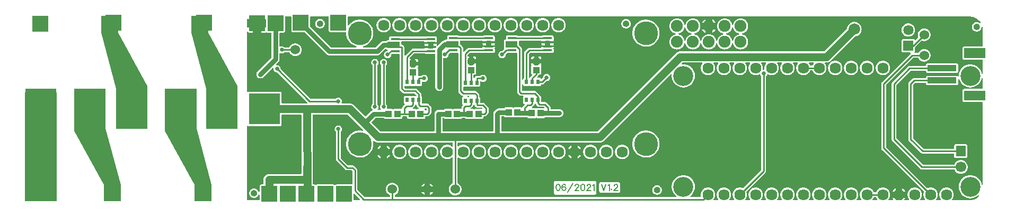
<source format=gtl>
G04 Layer: TopLayer*
G04 EasyEDA v6.4.19.5, 2021-06-29T13:46:12+12:00*
G04 3cc3b40c68de4bce97ec9925422c83c7,12af84a47dbc45c89479b689871b34a7,10*
G04 Gerber Generator version 0.2*
G04 Scale: 100 percent, Rotated: No, Reflected: No *
G04 Dimensions in millimeters *
G04 leading zeros omitted , absolute positions ,4 integer and 5 decimal *
%FSLAX45Y45*%
%MOMM*%

%ADD10C,0.2540*%
%ADD11C,1.2700*%
%ADD12C,0.7620*%
%ADD13C,0.2032*%
%ADD14C,0.6350*%
%ADD15C,1.8288*%
%ADD16R,5.0000X6.4000*%
%ADD17R,5.0000X5.0000*%
%ADD18C,1.5240*%
%ADD19R,1.0000X1.1000*%
%ADD20R,0.5105X0.8001*%
%ADD21R,1.4500X0.3500*%
%ADD22R,1.1000X1.0000*%
%ADD23R,4.5999X1.0008*%
%ADD25R,2.5000X2.5000*%
%ADD27C,1.6320*%
%ADD28C,3.8227*%
%ADD29C,1.7907*%
%ADD30R,1.5748X1.7000*%
%ADD31C,1.7000*%
%ADD32C,1.9050*%
%ADD33C,3.2000*%

%LPD*%
G36*
X4904333Y-520446D02*
G01*
X4900422Y-519684D01*
X4897120Y-517448D01*
X4570120Y-190449D01*
X4567936Y-187147D01*
X4567123Y-183286D01*
X4567123Y-35814D01*
X4567936Y-31902D01*
X4570120Y-28651D01*
X4573422Y-26416D01*
X4577283Y-25654D01*
X4855667Y-25654D01*
X4859578Y-26416D01*
X4862830Y-28651D01*
X4865065Y-31902D01*
X4865827Y-35814D01*
X4865827Y-251460D01*
X4866538Y-257708D01*
X4868418Y-263093D01*
X4871466Y-267970D01*
X4875530Y-272034D01*
X4880406Y-275082D01*
X4885791Y-276961D01*
X4892040Y-277672D01*
X5132679Y-277672D01*
X5136591Y-278434D01*
X5139893Y-280619D01*
X5142077Y-283921D01*
X5142839Y-287832D01*
X5142839Y-302260D01*
X5144770Y-322478D01*
X5148529Y-342442D01*
X5154168Y-362000D01*
X5161635Y-380898D01*
X5170830Y-399034D01*
X5181650Y-416204D01*
X5194046Y-432308D01*
X5207914Y-447192D01*
X5223103Y-460654D01*
X5239461Y-472693D01*
X5256936Y-483108D01*
X5275275Y-491896D01*
X5294325Y-498906D01*
X5300319Y-500481D01*
X5304028Y-502310D01*
X5306669Y-505510D01*
X5307838Y-509524D01*
X5307330Y-513638D01*
X5305145Y-517194D01*
X5301792Y-519582D01*
X5297728Y-520446D01*
G37*

%LPC*%
G36*
X4722418Y-215290D02*
G01*
X4726330Y-215290D01*
X4735322Y-214528D01*
X4744161Y-212648D01*
X4749342Y-211074D01*
X4752949Y-209702D01*
X4761179Y-205740D01*
X4768799Y-200863D01*
X4773066Y-197561D01*
X4775962Y-195021D01*
X4782159Y-188468D01*
X4787646Y-181152D01*
X4792218Y-173126D01*
X4795672Y-164795D01*
X4798212Y-156006D01*
X4799634Y-146913D01*
X4799939Y-137871D01*
X4799177Y-128727D01*
X4797298Y-119786D01*
X4794402Y-111252D01*
X4790440Y-102870D01*
X4785512Y-95199D01*
X4779721Y-88188D01*
X4773117Y-81940D01*
X4765802Y-76454D01*
X4757775Y-71882D01*
X4749495Y-68376D01*
X4740656Y-65887D01*
X4731613Y-64465D01*
X4722571Y-64109D01*
X4713427Y-64871D01*
X4704435Y-66751D01*
X4695901Y-69646D01*
X4687570Y-73660D01*
X4679950Y-78536D01*
X4672838Y-84378D01*
X4666538Y-91033D01*
X4661154Y-98247D01*
X4656582Y-106172D01*
X4654346Y-111099D01*
X4653026Y-114706D01*
X4650536Y-123393D01*
X4649114Y-132384D01*
X4648758Y-137769D01*
X4648758Y-141630D01*
X4649571Y-150672D01*
X4651400Y-159512D01*
X4654346Y-168300D01*
X4658309Y-176479D01*
X4663186Y-184099D01*
X4668977Y-191160D01*
X4675733Y-197612D01*
X4682947Y-202946D01*
X4690872Y-207467D01*
X4695799Y-209702D01*
X4699406Y-211074D01*
X4708093Y-213512D01*
X4717034Y-214934D01*
G37*

%LPD*%
G36*
X12561417Y-812546D02*
G01*
X12557658Y-811834D01*
X12554458Y-809802D01*
X12552222Y-806704D01*
X12546888Y-795426D01*
X12539167Y-783183D01*
X12535611Y-778865D01*
X12533731Y-775563D01*
X12533274Y-771753D01*
X12534239Y-768096D01*
X12536474Y-764997D01*
X12539675Y-762965D01*
X12543434Y-762254D01*
X12602565Y-762254D01*
X12606274Y-762965D01*
X12609525Y-764997D01*
X12611760Y-768096D01*
X12612674Y-771753D01*
X12612217Y-775563D01*
X12610388Y-778865D01*
X12606832Y-783183D01*
X12599060Y-795426D01*
X12593726Y-806704D01*
X12591491Y-809802D01*
X12588290Y-811834D01*
X12584531Y-812546D01*
G37*

%LPD*%
G36*
X11807444Y-882751D02*
G01*
X11803024Y-881837D01*
X11799468Y-879144D01*
X11797385Y-875182D01*
X11797233Y-870661D01*
X11798249Y-865327D01*
X11799163Y-850900D01*
X11798249Y-836472D01*
X11795556Y-822248D01*
X11791086Y-808482D01*
X11784888Y-795426D01*
X11777167Y-783183D01*
X11773611Y-778865D01*
X11771731Y-775563D01*
X11771274Y-771753D01*
X11772239Y-768096D01*
X11774474Y-764997D01*
X11777675Y-762965D01*
X11781434Y-762254D01*
X11840565Y-762254D01*
X11844274Y-762965D01*
X11847525Y-764997D01*
X11849760Y-768096D01*
X11850674Y-771753D01*
X11850217Y-775563D01*
X11848388Y-778865D01*
X11844832Y-783183D01*
X11837060Y-795426D01*
X11830913Y-808482D01*
X11826443Y-822248D01*
X11823750Y-836472D01*
X11822836Y-850900D01*
X11823750Y-865327D01*
X11824716Y-870508D01*
X11824563Y-874877D01*
X11822633Y-878789D01*
X11819229Y-881532D01*
X11814962Y-882548D01*
G37*

%LPD*%
G36*
X7088530Y-1318107D02*
G01*
X7084974Y-1316736D01*
X7081316Y-1314399D01*
X7078218Y-1311402D01*
X7076643Y-1307338D01*
X7076948Y-1303020D01*
X7079030Y-1299210D01*
X7082485Y-1296568D01*
X7086701Y-1295654D01*
X7094067Y-1295654D01*
X7098334Y-1296568D01*
X7101789Y-1299210D01*
X7103821Y-1303020D01*
X7104125Y-1307338D01*
X7102602Y-1311402D01*
X7099503Y-1314399D01*
X7095794Y-1316736D01*
X7092289Y-1318107D01*
G37*

%LPD*%
G36*
X4121251Y-1418844D02*
G01*
X4117390Y-1418082D01*
X4114088Y-1415846D01*
X4111904Y-1412595D01*
X4111091Y-1408684D01*
X4111091Y-1258570D01*
X4110380Y-1252321D01*
X4108500Y-1246886D01*
X4105452Y-1242060D01*
X4101388Y-1237996D01*
X4096562Y-1234948D01*
X4091127Y-1233068D01*
X4084878Y-1232357D01*
X3586022Y-1232357D01*
X3579774Y-1233068D01*
X3574338Y-1234948D01*
X3571544Y-1236726D01*
X3567531Y-1238148D01*
X3563213Y-1237843D01*
X3559454Y-1235760D01*
X3556914Y-1232306D01*
X3556000Y-1228090D01*
X3556000Y-278333D01*
X3556914Y-274116D01*
X3559505Y-270611D01*
X3563315Y-268579D01*
X3567684Y-268274D01*
X3571697Y-269849D01*
X3574745Y-272948D01*
X3577082Y-276656D01*
X3581146Y-280720D01*
X3586022Y-283768D01*
X3591407Y-285648D01*
X3597706Y-286359D01*
X3653282Y-286359D01*
X3653282Y-204571D01*
X3566160Y-204571D01*
X3562248Y-203809D01*
X3558946Y-201574D01*
X3556762Y-198323D01*
X3556000Y-194411D01*
X3556000Y-77012D01*
X3556762Y-73152D01*
X3558946Y-69850D01*
X3562248Y-67665D01*
X3566160Y-66852D01*
X3653282Y-66852D01*
X3653282Y-35814D01*
X3654044Y-31902D01*
X3656228Y-28651D01*
X3659530Y-26416D01*
X3663442Y-25654D01*
X3780790Y-25654D01*
X3784701Y-26416D01*
X3788003Y-28651D01*
X3790187Y-31902D01*
X3790950Y-35814D01*
X3790950Y-66852D01*
X3853383Y-66852D01*
X3857294Y-67665D01*
X3860596Y-69850D01*
X3862781Y-73152D01*
X3863543Y-77012D01*
X3863543Y-194411D01*
X3862781Y-198323D01*
X3860596Y-201574D01*
X3857294Y-203809D01*
X3853383Y-204571D01*
X3790950Y-204571D01*
X3790950Y-286359D01*
X3846525Y-286359D01*
X3852824Y-285648D01*
X3858209Y-283768D01*
X3862781Y-280924D01*
X3866286Y-279552D01*
X3870045Y-279552D01*
X3873550Y-280924D01*
X3878122Y-283768D01*
X3883507Y-285648D01*
X3889806Y-286359D01*
X3940301Y-286359D01*
X3944213Y-287172D01*
X3947464Y-289356D01*
X3949700Y-292658D01*
X3950462Y-296519D01*
X3950462Y-679551D01*
X3949700Y-683463D01*
X3947464Y-686714D01*
X3727094Y-907135D01*
X3720033Y-915466D01*
X3714648Y-924509D01*
X3710838Y-934313D01*
X3708654Y-944626D01*
X3708247Y-955141D01*
X3709517Y-965555D01*
X3712514Y-975664D01*
X3717137Y-985113D01*
X3723284Y-993698D01*
X3730701Y-1001115D01*
X3739286Y-1007262D01*
X3748735Y-1011885D01*
X3758793Y-1014882D01*
X3769258Y-1016152D01*
X3779774Y-1015746D01*
X3790086Y-1013561D01*
X3799890Y-1009751D01*
X3808933Y-1004366D01*
X3817264Y-997305D01*
X3964127Y-850392D01*
X3967429Y-848207D01*
X3971340Y-847445D01*
X3975252Y-848207D01*
X3978554Y-850442D01*
X3980738Y-853744D01*
X3981500Y-857656D01*
X3981450Y-868476D01*
X3983075Y-878078D01*
X3986326Y-887221D01*
X3991051Y-895705D01*
X3997198Y-903274D01*
X4004462Y-909726D01*
X4012793Y-914806D01*
X4021785Y-918464D01*
X4031335Y-920496D01*
X4037736Y-920800D01*
X4041394Y-921613D01*
X4044492Y-923747D01*
X4522266Y-1401521D01*
X4524451Y-1404772D01*
X4525213Y-1408684D01*
X4524451Y-1412595D01*
X4522266Y-1415846D01*
X4518964Y-1418082D01*
X4515053Y-1418844D01*
G37*

%LPD*%
G36*
X8176920Y-1500327D02*
G01*
X8173364Y-1498955D01*
X8169909Y-1496720D01*
X8164474Y-1494840D01*
X8158225Y-1494129D01*
X8121903Y-1494129D01*
X8117840Y-1493316D01*
X8114487Y-1490929D01*
X8112353Y-1487424D01*
X8111744Y-1483309D01*
X8112861Y-1479346D01*
X8115452Y-1476146D01*
X8117382Y-1474571D01*
X8142071Y-1449882D01*
X8147151Y-1443685D01*
X8150656Y-1437081D01*
X8152892Y-1429766D01*
X8154568Y-1426514D01*
X8157362Y-1424025D01*
X8160867Y-1422704D01*
X8164575Y-1422755D01*
X8168030Y-1424127D01*
X8172500Y-1427327D01*
X8174024Y-1429512D01*
X8177530Y-1436065D01*
X8182609Y-1442262D01*
X8202218Y-1461871D01*
X8208416Y-1466951D01*
X8215020Y-1470507D01*
X8222234Y-1472692D01*
X8230209Y-1473454D01*
X8298078Y-1473454D01*
X8302040Y-1474266D01*
X8305749Y-1476908D01*
X8307882Y-1480210D01*
X8308594Y-1484071D01*
X8307781Y-1487932D01*
X8305596Y-1491183D01*
X8302294Y-1493367D01*
X8298434Y-1494129D01*
X8199374Y-1494129D01*
X8193074Y-1494840D01*
X8187690Y-1496720D01*
X8184184Y-1498955D01*
X8180679Y-1500327D01*
G37*

%LPD*%
G36*
X7186320Y-1513027D02*
G01*
X7182764Y-1511655D01*
X7179309Y-1509420D01*
X7173874Y-1507540D01*
X7167625Y-1506829D01*
X7144003Y-1506829D01*
X7139940Y-1506016D01*
X7136587Y-1503629D01*
X7134402Y-1500124D01*
X7133844Y-1496009D01*
X7134961Y-1492046D01*
X7137552Y-1488846D01*
X7139431Y-1487271D01*
X7164120Y-1462582D01*
X7169200Y-1456385D01*
X7172756Y-1449781D01*
X7173975Y-1445768D01*
X7175855Y-1442262D01*
X7178903Y-1439722D01*
X7182713Y-1438605D01*
X7186625Y-1438960D01*
X7190130Y-1440840D01*
X7192670Y-1443888D01*
X7195972Y-1454861D01*
X7199528Y-1461465D01*
X7204608Y-1467662D01*
X7211517Y-1474571D01*
X7217714Y-1479651D01*
X7224318Y-1483207D01*
X7231532Y-1485392D01*
X7239508Y-1486154D01*
X7307783Y-1486154D01*
X7311694Y-1486916D01*
X7315352Y-1489506D01*
X7317536Y-1492808D01*
X7318349Y-1496669D01*
X7317536Y-1500581D01*
X7315352Y-1503883D01*
X7312050Y-1506067D01*
X7308189Y-1506829D01*
X7208774Y-1506829D01*
X7202474Y-1507540D01*
X7197090Y-1509420D01*
X7193584Y-1511655D01*
X7190079Y-1513027D01*
G37*

%LPD*%
G36*
X6259220Y-1513027D02*
G01*
X6255664Y-1511655D01*
X6252210Y-1509420D01*
X6246774Y-1507540D01*
X6240526Y-1506829D01*
X6217005Y-1506829D01*
X6212992Y-1506016D01*
X6209588Y-1503629D01*
X6207455Y-1500124D01*
X6206896Y-1496009D01*
X6207963Y-1492046D01*
X6210554Y-1488846D01*
X6212484Y-1487271D01*
X6237173Y-1462582D01*
X6242253Y-1456385D01*
X6245809Y-1449781D01*
X6246977Y-1445818D01*
X6248857Y-1442313D01*
X6251905Y-1439824D01*
X6255664Y-1438656D01*
X6259576Y-1439011D01*
X6263081Y-1440840D01*
X6265621Y-1443888D01*
X6268974Y-1454861D01*
X6272530Y-1461465D01*
X6277610Y-1467662D01*
X6297218Y-1487271D01*
X6299149Y-1488846D01*
X6301740Y-1492046D01*
X6302806Y-1496009D01*
X6302248Y-1500124D01*
X6300114Y-1503629D01*
X6296710Y-1506016D01*
X6292697Y-1506829D01*
X6281674Y-1506829D01*
X6275374Y-1507540D01*
X6269990Y-1509420D01*
X6266484Y-1511655D01*
X6262979Y-1513027D01*
G37*

%LPD*%
G36*
X6415582Y-1534363D02*
G01*
X6411620Y-1533398D01*
X6408369Y-1531010D01*
X6406286Y-1527556D01*
X6404152Y-1521409D01*
X6398564Y-1512925D01*
X6397752Y-1509014D01*
X6398564Y-1505102D01*
X6400749Y-1501851D01*
X6404051Y-1499616D01*
X6407912Y-1498854D01*
X6415887Y-1498854D01*
X6419799Y-1499616D01*
X6423050Y-1501851D01*
X6425285Y-1505102D01*
X6426047Y-1509014D01*
X6426047Y-1524203D01*
X6425234Y-1528165D01*
X6422948Y-1531467D01*
X6419545Y-1533652D01*
G37*

%LPD*%
G36*
X5451703Y-1625600D02*
G01*
X5447792Y-1624838D01*
X5444540Y-1622653D01*
X5266944Y-1445107D01*
X5262168Y-1440637D01*
X5257241Y-1436624D01*
X5252008Y-1433017D01*
X5246522Y-1429766D01*
X5240832Y-1426921D01*
X5234940Y-1424482D01*
X5228894Y-1422450D01*
X5222748Y-1420876D01*
X5216499Y-1419758D01*
X5210149Y-1419098D01*
X5203596Y-1418844D01*
X5079339Y-1418844D01*
X5075428Y-1418031D01*
X5072075Y-1415796D01*
X5069890Y-1412392D01*
X5069179Y-1408430D01*
X5073040Y-1394002D01*
X5073853Y-1384300D01*
X5073040Y-1374597D01*
X5070602Y-1365199D01*
X5066588Y-1356309D01*
X5061153Y-1348282D01*
X5054396Y-1341221D01*
X5046573Y-1335430D01*
X5037886Y-1331061D01*
X5028590Y-1328216D01*
X5018938Y-1326997D01*
X5009235Y-1327404D01*
X4999685Y-1329436D01*
X4990693Y-1333093D01*
X4982362Y-1338173D01*
X4976418Y-1343406D01*
X4973320Y-1345285D01*
X4969713Y-1345946D01*
X4579366Y-1345946D01*
X4575505Y-1345184D01*
X4572203Y-1342948D01*
X4098899Y-869645D01*
X4096867Y-866749D01*
X4095953Y-863346D01*
X4095140Y-853897D01*
X4092701Y-844499D01*
X4088688Y-835609D01*
X4083253Y-827582D01*
X4076496Y-820521D01*
X4068673Y-814730D01*
X4059986Y-810361D01*
X4050690Y-807516D01*
X4041038Y-806297D01*
X4032859Y-806653D01*
X4028897Y-805992D01*
X4025442Y-803859D01*
X4023156Y-800557D01*
X4022293Y-796645D01*
X4023004Y-792683D01*
X4025239Y-789279D01*
X4059072Y-755497D01*
X4064660Y-749147D01*
X4065981Y-747369D01*
X4070400Y-740308D01*
X4071416Y-738378D01*
X4075277Y-728573D01*
X4077462Y-718261D01*
X4077970Y-709879D01*
X4077970Y-621792D01*
X4078732Y-617931D01*
X4080916Y-614629D01*
X4084167Y-612444D01*
X4088028Y-611632D01*
X4091940Y-612394D01*
X4097985Y-614832D01*
X4107535Y-616864D01*
X4117238Y-617270D01*
X4126890Y-616051D01*
X4136186Y-613206D01*
X4144873Y-608838D01*
X4152696Y-603046D01*
X4154373Y-601268D01*
X4157726Y-598982D01*
X4161637Y-598170D01*
X4230065Y-597763D01*
X4233926Y-598474D01*
X4237228Y-600659D01*
X4246727Y-616407D01*
X4255160Y-627126D01*
X4264964Y-636574D01*
X4275886Y-644652D01*
X4287824Y-651154D01*
X4300524Y-656082D01*
X4313732Y-659231D01*
X4327296Y-660552D01*
X4340860Y-660095D01*
X4354271Y-657860D01*
X4367276Y-653846D01*
X4379620Y-648106D01*
X4391101Y-640791D01*
X4401464Y-632002D01*
X4410608Y-621893D01*
X4418279Y-610717D01*
X4424426Y-598576D01*
X4428896Y-585724D01*
X4431588Y-572363D01*
X4432503Y-558800D01*
X4431588Y-545236D01*
X4428896Y-531876D01*
X4424426Y-519023D01*
X4418279Y-506882D01*
X4410608Y-495706D01*
X4401464Y-485597D01*
X4391101Y-476808D01*
X4379620Y-469493D01*
X4367276Y-463753D01*
X4354271Y-459740D01*
X4340860Y-457504D01*
X4327296Y-457047D01*
X4313732Y-458368D01*
X4300524Y-461518D01*
X4287824Y-466445D01*
X4275886Y-472948D01*
X4264964Y-481025D01*
X4255160Y-490474D01*
X4246727Y-501192D01*
X4239818Y-512876D01*
X4238955Y-514858D01*
X4236770Y-518109D01*
X4233519Y-520242D01*
X4229658Y-521055D01*
X4161434Y-521462D01*
X4157421Y-520649D01*
X4154068Y-518312D01*
X4152696Y-516890D01*
X4144873Y-511098D01*
X4136186Y-506730D01*
X4126890Y-503885D01*
X4117238Y-502666D01*
X4107535Y-503072D01*
X4097985Y-505104D01*
X4091940Y-507542D01*
X4088028Y-508304D01*
X4084167Y-507492D01*
X4080916Y-505307D01*
X4078732Y-502005D01*
X4077970Y-498144D01*
X4077970Y-296519D01*
X4078732Y-292658D01*
X4080967Y-289356D01*
X4084218Y-287172D01*
X4088129Y-286359D01*
X4138625Y-286359D01*
X4144924Y-285648D01*
X4150309Y-283768D01*
X4155186Y-280720D01*
X4159199Y-276656D01*
X4162247Y-271830D01*
X4164177Y-266395D01*
X4164888Y-260146D01*
X4164888Y-35814D01*
X4165650Y-31902D01*
X4167835Y-28651D01*
X4171137Y-26416D01*
X4175048Y-25654D01*
X4255668Y-25654D01*
X4259580Y-26416D01*
X4262831Y-28651D01*
X4265066Y-31902D01*
X4265828Y-35814D01*
X4265828Y-251460D01*
X4266539Y-257708D01*
X4268419Y-263093D01*
X4271467Y-267970D01*
X4275531Y-272034D01*
X4280357Y-275082D01*
X4285792Y-276961D01*
X4292041Y-277672D01*
X4472787Y-277672D01*
X4476699Y-278434D01*
X4480001Y-280619D01*
X4828387Y-629056D01*
X4836464Y-635965D01*
X4843526Y-640384D01*
X4845507Y-641400D01*
X4855311Y-645261D01*
X4865624Y-647446D01*
X4874006Y-647954D01*
X5638495Y-647954D01*
X5646877Y-647446D01*
X5657189Y-645261D01*
X5666994Y-641400D01*
X5668924Y-640384D01*
X5675985Y-635965D01*
X5677763Y-634644D01*
X5684113Y-629056D01*
X5763818Y-549351D01*
X5767120Y-547116D01*
X5770981Y-546354D01*
X5776671Y-546354D01*
X5780582Y-547116D01*
X5783834Y-549351D01*
X5787948Y-553415D01*
X5792774Y-556463D01*
X5798464Y-558444D01*
X5802172Y-560730D01*
X5804560Y-564337D01*
X5805220Y-568655D01*
X5804052Y-572871D01*
X5801207Y-576173D01*
X5797245Y-577951D01*
X5787085Y-580136D01*
X5778093Y-583793D01*
X5769762Y-588873D01*
X5762498Y-595325D01*
X5756351Y-602894D01*
X5751626Y-611378D01*
X5748375Y-620522D01*
X5746750Y-630123D01*
X5746750Y-639876D01*
X5748375Y-649478D01*
X5751626Y-658622D01*
X5756351Y-667105D01*
X5762498Y-674674D01*
X5769762Y-681126D01*
X5778093Y-686206D01*
X5787085Y-689864D01*
X5796635Y-691896D01*
X5806338Y-692302D01*
X5815990Y-691083D01*
X5825286Y-688238D01*
X5833973Y-683869D01*
X5841796Y-678078D01*
X5848553Y-671017D01*
X5853988Y-662990D01*
X5858002Y-654100D01*
X5860440Y-644702D01*
X5861253Y-635304D01*
X5862167Y-631850D01*
X5864199Y-628954D01*
X5866892Y-626262D01*
X5870194Y-624027D01*
X5874105Y-623265D01*
X5984087Y-623265D01*
X5987999Y-624027D01*
X5991250Y-626262D01*
X5993485Y-629513D01*
X5994247Y-633425D01*
X5994247Y-1180693D01*
X5995009Y-1188669D01*
X5997194Y-1195882D01*
X6000750Y-1202486D01*
X6005830Y-1208684D01*
X6043117Y-1245971D01*
X6049314Y-1251051D01*
X6055918Y-1254607D01*
X6063132Y-1256792D01*
X6071108Y-1257554D01*
X6228384Y-1257554D01*
X6232296Y-1258316D01*
X6235598Y-1260551D01*
X6261354Y-1286306D01*
X6263640Y-1289812D01*
X6264300Y-1293977D01*
X6263233Y-1298041D01*
X6260642Y-1301343D01*
X6256883Y-1303274D01*
X6252718Y-1303528D01*
X6248755Y-1302054D01*
X6246926Y-1300937D01*
X6241491Y-1299006D01*
X6235242Y-1298346D01*
X6185306Y-1298346D01*
X6179058Y-1299006D01*
X6173673Y-1300937D01*
X6168694Y-1304036D01*
X6165189Y-1305407D01*
X6161430Y-1305407D01*
X6157874Y-1304036D01*
X6152946Y-1300937D01*
X6147511Y-1299006D01*
X6141262Y-1298346D01*
X6091326Y-1298346D01*
X6085078Y-1299006D01*
X6079693Y-1300937D01*
X6074816Y-1303985D01*
X6070752Y-1307998D01*
X6067704Y-1312875D01*
X6065824Y-1318260D01*
X6065113Y-1324559D01*
X6065113Y-1403400D01*
X6065824Y-1409700D01*
X6067704Y-1415084D01*
X6070752Y-1419910D01*
X6075730Y-1424889D01*
X6077966Y-1428140D01*
X6078778Y-1432052D01*
X6078016Y-1435963D01*
X6075781Y-1439265D01*
X6043930Y-1471117D01*
X6038850Y-1477314D01*
X6035294Y-1483918D01*
X6033109Y-1491132D01*
X6032347Y-1499108D01*
X6031331Y-1502613D01*
X6029147Y-1505559D01*
X6026048Y-1507490D01*
X6022492Y-1508252D01*
X6018479Y-1507540D01*
X6012230Y-1506829D01*
X5913374Y-1506829D01*
X5907074Y-1507540D01*
X5901690Y-1509420D01*
X5898184Y-1511655D01*
X5894679Y-1513027D01*
X5890920Y-1513027D01*
X5887364Y-1511655D01*
X5883910Y-1509420D01*
X5878474Y-1507540D01*
X5872226Y-1506829D01*
X5803646Y-1506829D01*
X5799734Y-1506067D01*
X5796381Y-1503781D01*
X5794197Y-1500378D01*
X5793486Y-1496415D01*
X5796940Y-1482902D01*
X5797753Y-1473200D01*
X5796940Y-1463497D01*
X5794502Y-1454099D01*
X5790488Y-1445209D01*
X5785053Y-1437182D01*
X5781548Y-1433525D01*
X5779465Y-1430324D01*
X5778754Y-1426514D01*
X5778754Y-808685D01*
X5779465Y-804875D01*
X5781548Y-801674D01*
X5785053Y-798017D01*
X5790488Y-789990D01*
X5794502Y-781100D01*
X5796940Y-771702D01*
X5797753Y-762000D01*
X5796940Y-752297D01*
X5794502Y-742899D01*
X5790488Y-734009D01*
X5785053Y-725982D01*
X5778296Y-718921D01*
X5770473Y-713130D01*
X5761786Y-708761D01*
X5752490Y-705916D01*
X5742838Y-704697D01*
X5733135Y-705104D01*
X5723585Y-707136D01*
X5714593Y-710793D01*
X5706262Y-715873D01*
X5698998Y-722325D01*
X5692851Y-729894D01*
X5688126Y-738378D01*
X5684875Y-747522D01*
X5683250Y-757123D01*
X5683250Y-766876D01*
X5684875Y-776478D01*
X5688126Y-785622D01*
X5692851Y-794105D01*
X5699760Y-802538D01*
X5701436Y-805586D01*
X5702046Y-808990D01*
X5702046Y-1426210D01*
X5701436Y-1429613D01*
X5699760Y-1432661D01*
X5692851Y-1441094D01*
X5688126Y-1449578D01*
X5684875Y-1458722D01*
X5683250Y-1468323D01*
X5683250Y-1478076D01*
X5684875Y-1487678D01*
X5688126Y-1496822D01*
X5692851Y-1505305D01*
X5694375Y-1507185D01*
X5696153Y-1510538D01*
X5696610Y-1514297D01*
X5695645Y-1517954D01*
X5693410Y-1521002D01*
X5690209Y-1523034D01*
X5686501Y-1523746D01*
X5654751Y-1523746D01*
X5650484Y-1522831D01*
X5647029Y-1520190D01*
X5644997Y-1516329D01*
X5644743Y-1511960D01*
X5646318Y-1507896D01*
X5650890Y-1501190D01*
X5654903Y-1492300D01*
X5657342Y-1482902D01*
X5658154Y-1473200D01*
X5657342Y-1463497D01*
X5654903Y-1454099D01*
X5650890Y-1445209D01*
X5645454Y-1437182D01*
X5642000Y-1433576D01*
X5639866Y-1430324D01*
X5639155Y-1426514D01*
X5639155Y-808685D01*
X5639866Y-804875D01*
X5642000Y-801624D01*
X5645454Y-798017D01*
X5650890Y-789990D01*
X5654903Y-781100D01*
X5657342Y-771702D01*
X5658154Y-762000D01*
X5657342Y-752297D01*
X5654903Y-742899D01*
X5650890Y-734009D01*
X5645454Y-725982D01*
X5638698Y-718921D01*
X5630875Y-713130D01*
X5622188Y-708761D01*
X5612892Y-705916D01*
X5603240Y-704697D01*
X5593537Y-705104D01*
X5583986Y-707136D01*
X5574995Y-710793D01*
X5566664Y-715873D01*
X5559399Y-722325D01*
X5553252Y-729894D01*
X5548528Y-738378D01*
X5545277Y-747522D01*
X5543651Y-757123D01*
X5543651Y-766876D01*
X5545277Y-776478D01*
X5548528Y-785622D01*
X5553252Y-794105D01*
X5560161Y-802538D01*
X5561838Y-805586D01*
X5562447Y-808990D01*
X5562447Y-1426210D01*
X5561838Y-1429613D01*
X5560161Y-1432661D01*
X5553252Y-1441094D01*
X5548528Y-1449578D01*
X5545277Y-1458722D01*
X5543651Y-1468323D01*
X5543651Y-1478076D01*
X5545277Y-1487678D01*
X5548528Y-1496822D01*
X5553252Y-1505305D01*
X5559907Y-1513586D01*
X5561482Y-1516278D01*
X5562142Y-1519377D01*
X5561533Y-1523695D01*
X5559653Y-1527454D01*
X5556351Y-1530146D01*
X5554014Y-1531315D01*
X5546953Y-1535734D01*
X5545175Y-1537055D01*
X5538876Y-1542643D01*
X5458866Y-1622653D01*
X5455615Y-1624838D01*
G37*

%LPD*%
G36*
X5692749Y-1866646D02*
G01*
X5688838Y-1865884D01*
X5685536Y-1863648D01*
X5549036Y-1727149D01*
X5546852Y-1723847D01*
X5546090Y-1719986D01*
X5546852Y-1716074D01*
X5549036Y-1712772D01*
X5607608Y-1654251D01*
X5610910Y-1652016D01*
X5614822Y-1651254D01*
X5742635Y-1651254D01*
X5745988Y-1651812D01*
X5748985Y-1653489D01*
X5751220Y-1656029D01*
X5752795Y-1658467D01*
X5756808Y-1662531D01*
X5761685Y-1665579D01*
X5767070Y-1667459D01*
X5773369Y-1668170D01*
X5872226Y-1668170D01*
X5878474Y-1667459D01*
X5883910Y-1665579D01*
X5887364Y-1663344D01*
X5890920Y-1661972D01*
X5894679Y-1661972D01*
X5898184Y-1663344D01*
X5901690Y-1665579D01*
X5907074Y-1667459D01*
X5913374Y-1668170D01*
X6012230Y-1668170D01*
X6018479Y-1667459D01*
X6023914Y-1665579D01*
X6028740Y-1662531D01*
X6032804Y-1658467D01*
X6035852Y-1653590D01*
X6037732Y-1648206D01*
X6038443Y-1641906D01*
X6038443Y-1636014D01*
X6039205Y-1632102D01*
X6041440Y-1628851D01*
X6044692Y-1626616D01*
X6048603Y-1625854D01*
X6105296Y-1625854D01*
X6109157Y-1626616D01*
X6112459Y-1628851D01*
X6114643Y-1632102D01*
X6115456Y-1636014D01*
X6115456Y-1641906D01*
X6116116Y-1648206D01*
X6118047Y-1653590D01*
X6121095Y-1658467D01*
X6125108Y-1662531D01*
X6129985Y-1665579D01*
X6135370Y-1667459D01*
X6141669Y-1668170D01*
X6240526Y-1668170D01*
X6246774Y-1667459D01*
X6252210Y-1665579D01*
X6255664Y-1663344D01*
X6259220Y-1661972D01*
X6262979Y-1661972D01*
X6266484Y-1663344D01*
X6269990Y-1665579D01*
X6275374Y-1667459D01*
X6281674Y-1668170D01*
X6380530Y-1668170D01*
X6386779Y-1667459D01*
X6392214Y-1665579D01*
X6397040Y-1662531D01*
X6401104Y-1658467D01*
X6404152Y-1653590D01*
X6406032Y-1648206D01*
X6406743Y-1641906D01*
X6406743Y-1636014D01*
X6407505Y-1632102D01*
X6409740Y-1628851D01*
X6412992Y-1626616D01*
X6416903Y-1625854D01*
X6438493Y-1625854D01*
X6446469Y-1625092D01*
X6453682Y-1622907D01*
X6460286Y-1619351D01*
X6466484Y-1614271D01*
X6491173Y-1589582D01*
X6496253Y-1583385D01*
X6499809Y-1576781D01*
X6501993Y-1569567D01*
X6502755Y-1561592D01*
X6502755Y-1486408D01*
X6501993Y-1478432D01*
X6499809Y-1471218D01*
X6496253Y-1464614D01*
X6491173Y-1458417D01*
X6466484Y-1433728D01*
X6460286Y-1428648D01*
X6453682Y-1425092D01*
X6446469Y-1422908D01*
X6438493Y-1422146D01*
X6364681Y-1422146D01*
X6360566Y-1421282D01*
X6357112Y-1418742D01*
X6355029Y-1415084D01*
X6354622Y-1410817D01*
X6355435Y-1403400D01*
X6355435Y-1324559D01*
X6354724Y-1318260D01*
X6352844Y-1312875D01*
X6349796Y-1307998D01*
X6345732Y-1303934D01*
X6343497Y-1300632D01*
X6342735Y-1296771D01*
X6342735Y-1275588D01*
X6341973Y-1267612D01*
X6339789Y-1260398D01*
X6336233Y-1253794D01*
X6331153Y-1247597D01*
X6275984Y-1192428D01*
X6269786Y-1187348D01*
X6263182Y-1183792D01*
X6255969Y-1181608D01*
X6247993Y-1180846D01*
X6090666Y-1180846D01*
X6086805Y-1180084D01*
X6083503Y-1177848D01*
X6073952Y-1168298D01*
X6071717Y-1164996D01*
X6070955Y-1161135D01*
X6070955Y-1148740D01*
X6071666Y-1144981D01*
X6073749Y-1141730D01*
X6076899Y-1139494D01*
X6080658Y-1138580D01*
X6085078Y-1139393D01*
X6091326Y-1140104D01*
X6141262Y-1140104D01*
X6147511Y-1139393D01*
X6152946Y-1137462D01*
X6157874Y-1134364D01*
X6161430Y-1132992D01*
X6165189Y-1132992D01*
X6168694Y-1134364D01*
X6173673Y-1137462D01*
X6179058Y-1139393D01*
X6185306Y-1140104D01*
X6235242Y-1140104D01*
X6241491Y-1139393D01*
X6246926Y-1137462D01*
X6251854Y-1134364D01*
X6255410Y-1132992D01*
X6259169Y-1132992D01*
X6262674Y-1134364D01*
X6267653Y-1137462D01*
X6273038Y-1139393D01*
X6279286Y-1140104D01*
X6329222Y-1140104D01*
X6335471Y-1139393D01*
X6340906Y-1137462D01*
X6345732Y-1134414D01*
X6349796Y-1130401D01*
X6352844Y-1125524D01*
X6354724Y-1120140D01*
X6355435Y-1113840D01*
X6355435Y-1079500D01*
X6356197Y-1075639D01*
X6358382Y-1072337D01*
X6361684Y-1070152D01*
X6365544Y-1069340D01*
X6369405Y-1070102D01*
X6371285Y-1070864D01*
X6380835Y-1072896D01*
X6390538Y-1073302D01*
X6400190Y-1072083D01*
X6409486Y-1069238D01*
X6418173Y-1064869D01*
X6425996Y-1059078D01*
X6432753Y-1052017D01*
X6438188Y-1043990D01*
X6442202Y-1035100D01*
X6444640Y-1025702D01*
X6445453Y-1016000D01*
X6444640Y-1006297D01*
X6442202Y-996899D01*
X6438188Y-988009D01*
X6432753Y-979982D01*
X6425996Y-972921D01*
X6418173Y-967130D01*
X6409486Y-962761D01*
X6400190Y-959916D01*
X6390538Y-958697D01*
X6380835Y-959103D01*
X6371285Y-961136D01*
X6362293Y-964793D01*
X6353962Y-969873D01*
X6348018Y-975106D01*
X6344920Y-976985D01*
X6341313Y-977646D01*
X6304788Y-977646D01*
X6302095Y-977900D01*
X6297930Y-977442D01*
X6294272Y-975309D01*
X6291834Y-971905D01*
X6290919Y-967790D01*
X6290919Y-871474D01*
X6290259Y-865225D01*
X6288328Y-859790D01*
X6286144Y-856284D01*
X6284772Y-852779D01*
X6284772Y-849020D01*
X6286144Y-845515D01*
X6288328Y-842010D01*
X6290259Y-836574D01*
X6290919Y-830326D01*
X6290919Y-812241D01*
X6244132Y-812241D01*
X6244132Y-835101D01*
X6243370Y-838962D01*
X6241186Y-842264D01*
X6237884Y-844499D01*
X6233972Y-845261D01*
X6186576Y-845261D01*
X6182715Y-844499D01*
X6179413Y-842264D01*
X6177229Y-838962D01*
X6176416Y-835101D01*
X6176416Y-812241D01*
X6164834Y-812241D01*
X6160922Y-811479D01*
X6157620Y-809294D01*
X6155436Y-805992D01*
X6154674Y-802081D01*
X6154674Y-759714D01*
X6155436Y-755802D01*
X6157620Y-752500D01*
X6160922Y-750316D01*
X6164834Y-749554D01*
X6176416Y-749554D01*
X6176416Y-705256D01*
X6164834Y-705256D01*
X6160922Y-704494D01*
X6157620Y-702259D01*
X6155436Y-698957D01*
X6154674Y-695096D01*
X6154674Y-693216D01*
X6155436Y-689305D01*
X6157620Y-686003D01*
X6222238Y-621436D01*
X6225540Y-619201D01*
X6229400Y-618439D01*
X6402730Y-618439D01*
X6405524Y-618845D01*
X6409182Y-620674D01*
X6414566Y-622554D01*
X6420866Y-623265D01*
X6555587Y-623265D01*
X6559499Y-624027D01*
X6562750Y-626262D01*
X6564985Y-629513D01*
X6565747Y-633425D01*
X6565747Y-1155293D01*
X6566662Y-1166164D01*
X6569252Y-1176375D01*
X6573469Y-1186027D01*
X6579209Y-1194816D01*
X6586321Y-1202588D01*
X6594652Y-1209040D01*
X6603898Y-1214069D01*
X6613855Y-1217472D01*
X6624218Y-1219200D01*
X6634784Y-1219200D01*
X6645148Y-1217472D01*
X6655104Y-1214069D01*
X6664350Y-1209040D01*
X6672681Y-1202588D01*
X6679793Y-1194816D01*
X6685534Y-1186027D01*
X6689750Y-1176375D01*
X6692341Y-1166164D01*
X6693255Y-1155293D01*
X6693255Y-700633D01*
X6694271Y-696264D01*
X6697014Y-692759D01*
X6701078Y-690778D01*
X6705549Y-690727D01*
X6711035Y-691896D01*
X6720738Y-692302D01*
X6730390Y-691083D01*
X6739686Y-688238D01*
X6748373Y-683869D01*
X6756196Y-678078D01*
X6762953Y-671017D01*
X6768388Y-662990D01*
X6772402Y-654100D01*
X6774840Y-644702D01*
X6775653Y-635304D01*
X6776567Y-631850D01*
X6778599Y-628954D01*
X6793992Y-613562D01*
X6797294Y-611327D01*
X6801205Y-610565D01*
X6923786Y-610565D01*
X6927646Y-611327D01*
X6930948Y-613562D01*
X6933184Y-616813D01*
X6933946Y-620725D01*
X6933946Y-1218692D01*
X6934708Y-1226667D01*
X6936892Y-1233881D01*
X6940448Y-1240485D01*
X6945528Y-1246682D01*
X6982917Y-1284071D01*
X6989114Y-1289151D01*
X6995668Y-1292656D01*
X7004354Y-1295196D01*
X7007758Y-1296974D01*
X7010298Y-1299870D01*
X7011568Y-1303528D01*
X7011365Y-1307388D01*
X7009739Y-1310894D01*
X7006894Y-1313535D01*
X7001916Y-1316685D01*
X6997852Y-1320698D01*
X6994804Y-1325575D01*
X6992924Y-1330960D01*
X6992213Y-1337259D01*
X6992213Y-1416100D01*
X6992924Y-1422400D01*
X6994804Y-1427784D01*
X6997852Y-1432610D01*
X7002780Y-1437538D01*
X7005015Y-1440840D01*
X7005777Y-1444701D01*
X7005015Y-1448612D01*
X7002830Y-1451914D01*
X6996328Y-1458417D01*
X6991248Y-1464614D01*
X6987692Y-1471218D01*
X6985508Y-1478432D01*
X6984746Y-1486408D01*
X6984746Y-1498041D01*
X6983984Y-1501851D01*
X6981901Y-1505051D01*
X6978751Y-1507286D01*
X6975043Y-1508201D01*
X6964730Y-1506829D01*
X6865874Y-1506829D01*
X6859574Y-1507540D01*
X6854190Y-1509420D01*
X6850684Y-1511655D01*
X6847179Y-1513027D01*
X6843420Y-1513027D01*
X6839864Y-1511655D01*
X6836409Y-1509420D01*
X6830974Y-1507540D01*
X6824725Y-1506829D01*
X6725869Y-1506829D01*
X6719570Y-1507540D01*
X6714185Y-1509420D01*
X6709308Y-1512468D01*
X6705295Y-1516532D01*
X6703720Y-1518970D01*
X6701485Y-1521510D01*
X6698488Y-1523187D01*
X6695135Y-1523746D01*
X6616903Y-1523746D01*
X6611416Y-1523949D01*
X6606184Y-1524609D01*
X6601053Y-1525727D01*
X6595973Y-1527200D01*
X6591096Y-1529130D01*
X6586372Y-1531416D01*
X6581851Y-1534160D01*
X6577533Y-1537208D01*
X6573520Y-1540611D01*
X6569811Y-1544320D01*
X6566408Y-1548333D01*
X6563309Y-1552651D01*
X6560616Y-1557172D01*
X6558330Y-1561896D01*
X6556400Y-1566824D01*
X6554876Y-1571853D01*
X6553809Y-1576984D01*
X6553149Y-1582216D01*
X6552946Y-1587703D01*
X6552946Y-1856486D01*
X6552184Y-1860397D01*
X6549948Y-1863648D01*
X6546646Y-1865884D01*
X6542785Y-1866646D01*
G37*

%LPC*%
G36*
X6244132Y-749554D02*
G01*
X6290919Y-749554D01*
X6290919Y-731469D01*
X6290259Y-725220D01*
X6288328Y-719785D01*
X6285280Y-714959D01*
X6281267Y-710895D01*
X6276390Y-707847D01*
X6271006Y-705967D01*
X6264706Y-705256D01*
X6244132Y-705256D01*
G37*

%LPD*%
G36*
X13559434Y-2971546D02*
G01*
X13555675Y-2970834D01*
X13552474Y-2968802D01*
X13550239Y-2965704D01*
X13549274Y-2962046D01*
X13549731Y-2958236D01*
X13551611Y-2954934D01*
X13555167Y-2950616D01*
X13562888Y-2938373D01*
X13568222Y-2927096D01*
X13570457Y-2923997D01*
X13573658Y-2921965D01*
X13577417Y-2921254D01*
X13600531Y-2921254D01*
X13604290Y-2921965D01*
X13607491Y-2923997D01*
X13609726Y-2927096D01*
X13615060Y-2938373D01*
X13622832Y-2950616D01*
X13626388Y-2954934D01*
X13628217Y-2958236D01*
X13628674Y-2962046D01*
X13627760Y-2965704D01*
X13625525Y-2968802D01*
X13622274Y-2970834D01*
X13618565Y-2971546D01*
G37*

%LPD*%
G36*
X11527434Y-2971546D02*
G01*
X11523675Y-2970834D01*
X11520474Y-2968802D01*
X11518239Y-2965704D01*
X11517274Y-2962046D01*
X11517731Y-2958236D01*
X11519611Y-2954934D01*
X11523167Y-2950616D01*
X11530888Y-2938373D01*
X11537086Y-2925318D01*
X11541556Y-2911551D01*
X11544249Y-2897327D01*
X11545163Y-2882900D01*
X11544249Y-2868472D01*
X11541556Y-2854248D01*
X11536781Y-2839872D01*
X11535816Y-2835859D01*
X11536527Y-2831795D01*
X11538762Y-2828340D01*
X11837771Y-2529382D01*
X11842851Y-2523185D01*
X11846356Y-2516581D01*
X11848541Y-2509367D01*
X11849354Y-2501392D01*
X11849354Y-986485D01*
X11850065Y-982675D01*
X11852148Y-979474D01*
X11855653Y-975817D01*
X11861088Y-967790D01*
X11865102Y-958900D01*
X11865660Y-956716D01*
X11867184Y-953414D01*
X11869826Y-950874D01*
X11873230Y-949401D01*
X11876887Y-949248D01*
X11880392Y-950417D01*
X11888927Y-955090D01*
X11902389Y-960424D01*
X11916410Y-964031D01*
X11930735Y-965860D01*
X11945213Y-965860D01*
X11959590Y-964031D01*
X11973560Y-960424D01*
X11987022Y-955090D01*
X11999722Y-948131D01*
X12011406Y-939647D01*
X12021921Y-929741D01*
X12031167Y-918616D01*
X12038888Y-906373D01*
X12045086Y-893318D01*
X12049556Y-879551D01*
X12052249Y-865327D01*
X12053163Y-850900D01*
X12052249Y-836472D01*
X12049556Y-822248D01*
X12045086Y-808482D01*
X12038888Y-795426D01*
X12031167Y-783183D01*
X12027611Y-778865D01*
X12025731Y-775563D01*
X12025274Y-771753D01*
X12026239Y-768096D01*
X12028474Y-764997D01*
X12031675Y-762965D01*
X12035434Y-762254D01*
X12094565Y-762254D01*
X12098274Y-762965D01*
X12101525Y-764997D01*
X12103760Y-768096D01*
X12104674Y-771753D01*
X12104217Y-775563D01*
X12102388Y-778865D01*
X12098832Y-783183D01*
X12091060Y-795426D01*
X12084913Y-808482D01*
X12080443Y-822248D01*
X12077750Y-836472D01*
X12076836Y-850900D01*
X12077750Y-865327D01*
X12080443Y-879551D01*
X12084913Y-893318D01*
X12091060Y-906373D01*
X12098832Y-918616D01*
X12108027Y-929741D01*
X12118594Y-939647D01*
X12130278Y-948131D01*
X12142927Y-955090D01*
X12156389Y-960424D01*
X12170410Y-964031D01*
X12184735Y-965860D01*
X12199213Y-965860D01*
X12213590Y-964031D01*
X12227560Y-960424D01*
X12241022Y-955090D01*
X12253722Y-948131D01*
X12265406Y-939647D01*
X12275921Y-929741D01*
X12285167Y-918616D01*
X12292888Y-906373D01*
X12299086Y-893318D01*
X12303556Y-879551D01*
X12306249Y-865327D01*
X12307163Y-850900D01*
X12306249Y-836472D01*
X12303556Y-822248D01*
X12299086Y-808482D01*
X12292888Y-795426D01*
X12285167Y-783183D01*
X12281611Y-778865D01*
X12279731Y-775563D01*
X12279274Y-771753D01*
X12280239Y-768096D01*
X12282474Y-764997D01*
X12285675Y-762965D01*
X12289434Y-762254D01*
X12348565Y-762254D01*
X12352274Y-762965D01*
X12355525Y-764997D01*
X12357760Y-768096D01*
X12358674Y-771753D01*
X12358217Y-775563D01*
X12356388Y-778865D01*
X12352832Y-783183D01*
X12345060Y-795426D01*
X12338913Y-808482D01*
X12334443Y-822248D01*
X12331750Y-836472D01*
X12330836Y-850900D01*
X12331750Y-865327D01*
X12334443Y-879551D01*
X12338913Y-893318D01*
X12345060Y-906373D01*
X12352832Y-918616D01*
X12362027Y-929741D01*
X12372594Y-939647D01*
X12384278Y-948131D01*
X12396927Y-955090D01*
X12410389Y-960424D01*
X12424410Y-964031D01*
X12438735Y-965860D01*
X12453213Y-965860D01*
X12467590Y-964031D01*
X12481560Y-960424D01*
X12495022Y-955090D01*
X12507722Y-948131D01*
X12519406Y-939647D01*
X12529921Y-929741D01*
X12539167Y-918616D01*
X12546888Y-906373D01*
X12552222Y-895096D01*
X12554458Y-891997D01*
X12557658Y-889965D01*
X12561417Y-889253D01*
X12584531Y-889253D01*
X12588290Y-889965D01*
X12591491Y-891997D01*
X12593726Y-895096D01*
X12599060Y-906373D01*
X12606832Y-918616D01*
X12616027Y-929741D01*
X12626594Y-939647D01*
X12638278Y-948131D01*
X12650927Y-955090D01*
X12664389Y-960424D01*
X12678410Y-964031D01*
X12692735Y-965860D01*
X12707213Y-965860D01*
X12721590Y-964031D01*
X12735560Y-960424D01*
X12749022Y-955090D01*
X12761722Y-948131D01*
X12773406Y-939647D01*
X12783921Y-929741D01*
X12793167Y-918616D01*
X12800888Y-906373D01*
X12807086Y-893318D01*
X12811556Y-879551D01*
X12814249Y-865327D01*
X12815163Y-850900D01*
X12814249Y-836472D01*
X12811556Y-822248D01*
X12807086Y-808482D01*
X12800888Y-795426D01*
X12793167Y-783183D01*
X12789611Y-778865D01*
X12787731Y-775563D01*
X12787274Y-771753D01*
X12788239Y-768096D01*
X12790474Y-764997D01*
X12793675Y-762965D01*
X12797434Y-762254D01*
X12814198Y-762254D01*
X12820751Y-762000D01*
X12827101Y-761339D01*
X12833350Y-760222D01*
X12839496Y-758647D01*
X12845542Y-756615D01*
X12851434Y-754176D01*
X12857124Y-751332D01*
X12862610Y-748080D01*
X12867843Y-744474D01*
X12872770Y-740460D01*
X12877546Y-735990D01*
X13265962Y-347624D01*
X13268706Y-345694D01*
X13271855Y-344728D01*
X13280745Y-343611D01*
X13294969Y-339953D01*
X13308634Y-334518D01*
X13321538Y-327456D01*
X13333425Y-318820D01*
X13344144Y-308762D01*
X13353491Y-297434D01*
X13361416Y-284988D01*
X13367664Y-271678D01*
X13372185Y-257708D01*
X13374928Y-243281D01*
X13375894Y-228600D01*
X13374928Y-213918D01*
X13372185Y-199491D01*
X13367664Y-185521D01*
X13361416Y-172212D01*
X13353491Y-159766D01*
X13344144Y-148437D01*
X13333425Y-138379D01*
X13321538Y-129743D01*
X13308634Y-122682D01*
X13294969Y-117246D01*
X13280745Y-113588D01*
X13266166Y-111760D01*
X13251434Y-111760D01*
X13236854Y-113588D01*
X13222630Y-117246D01*
X13208965Y-122682D01*
X13196062Y-129743D01*
X13184174Y-138379D01*
X13173456Y-148437D01*
X13164108Y-159766D01*
X13156184Y-172212D01*
X13149935Y-185521D01*
X13145414Y-199491D01*
X13141706Y-218795D01*
X13139623Y-221792D01*
X12780467Y-580948D01*
X12777165Y-583184D01*
X12773253Y-583946D01*
X10477804Y-583946D01*
X10471251Y-584200D01*
X10464901Y-584860D01*
X10458653Y-585978D01*
X10452506Y-587552D01*
X10446461Y-589584D01*
X10440568Y-592023D01*
X10434878Y-594868D01*
X10429392Y-598119D01*
X10424160Y-601726D01*
X10419232Y-605739D01*
X10414457Y-610209D01*
X9160967Y-1863648D01*
X9157665Y-1865884D01*
X9153753Y-1866646D01*
X7630414Y-1866646D01*
X7626502Y-1865884D01*
X7623200Y-1863648D01*
X7621016Y-1860397D01*
X7620253Y-1856486D01*
X7620253Y-1636014D01*
X7621016Y-1632102D01*
X7623200Y-1628851D01*
X7626502Y-1626616D01*
X7630414Y-1625854D01*
X7660335Y-1625854D01*
X7663688Y-1626412D01*
X7666685Y-1628089D01*
X7668920Y-1630629D01*
X7670495Y-1633067D01*
X7674508Y-1637131D01*
X7679385Y-1640179D01*
X7684770Y-1642059D01*
X7691069Y-1642770D01*
X7789925Y-1642770D01*
X7796174Y-1642059D01*
X7801609Y-1640179D01*
X7805064Y-1637944D01*
X7808620Y-1636572D01*
X7812379Y-1636572D01*
X7815884Y-1637944D01*
X7819390Y-1640179D01*
X7824774Y-1642059D01*
X7831074Y-1642770D01*
X7929930Y-1642770D01*
X7936179Y-1642059D01*
X7941665Y-1640128D01*
X7944256Y-1638960D01*
X7947050Y-1638554D01*
X8028635Y-1638554D01*
X8031988Y-1639112D01*
X8034985Y-1640789D01*
X8037220Y-1643329D01*
X8038795Y-1645767D01*
X8042808Y-1649831D01*
X8047685Y-1652879D01*
X8053070Y-1654759D01*
X8059369Y-1655470D01*
X8158225Y-1655470D01*
X8164474Y-1654759D01*
X8169909Y-1652879D01*
X8173364Y-1650644D01*
X8176920Y-1649272D01*
X8180679Y-1649272D01*
X8184184Y-1650644D01*
X8187690Y-1652879D01*
X8193074Y-1654759D01*
X8199374Y-1655470D01*
X8298230Y-1655470D01*
X8304479Y-1654759D01*
X8309914Y-1652879D01*
X8314740Y-1649831D01*
X8318804Y-1645767D01*
X8320328Y-1643329D01*
X8322614Y-1640789D01*
X8325561Y-1639112D01*
X8328914Y-1638554D01*
X8546693Y-1638554D01*
X8557564Y-1637639D01*
X8567775Y-1635048D01*
X8577427Y-1630832D01*
X8586216Y-1625092D01*
X8593988Y-1617980D01*
X8600440Y-1609648D01*
X8605469Y-1600403D01*
X8608872Y-1590446D01*
X8610600Y-1580083D01*
X8610600Y-1569516D01*
X8608872Y-1559153D01*
X8605469Y-1549196D01*
X8600440Y-1539951D01*
X8593988Y-1531620D01*
X8586216Y-1524508D01*
X8577427Y-1518767D01*
X8567775Y-1514551D01*
X8557564Y-1511960D01*
X8546693Y-1511046D01*
X8417153Y-1511046D01*
X8413242Y-1510284D01*
X8409990Y-1508048D01*
X8407755Y-1504797D01*
X8406993Y-1500886D01*
X8406993Y-1487119D01*
X8406333Y-1479804D01*
X8404250Y-1472539D01*
X8400796Y-1465884D01*
X8395817Y-1459585D01*
X8346490Y-1408734D01*
X8340344Y-1403553D01*
X8333790Y-1399946D01*
X8326678Y-1397660D01*
X8318042Y-1396746D01*
X8270595Y-1396746D01*
X8266734Y-1395984D01*
X8263432Y-1393748D01*
X8261197Y-1390497D01*
X8260435Y-1386586D01*
X8260435Y-1324559D01*
X8259724Y-1318260D01*
X8257844Y-1312875D01*
X8254796Y-1307998D01*
X8250732Y-1303985D01*
X8246364Y-1300835D01*
X8244840Y-1298702D01*
X8241233Y-1291894D01*
X8236153Y-1285697D01*
X8180984Y-1230528D01*
X8174786Y-1225448D01*
X8168182Y-1221892D01*
X8160969Y-1219708D01*
X8152993Y-1218946D01*
X7960715Y-1218946D01*
X7956803Y-1218184D01*
X7953552Y-1215948D01*
X7951317Y-1212697D01*
X7950555Y-1208786D01*
X7950555Y-1121054D01*
X7951470Y-1116838D01*
X7954111Y-1113332D01*
X7957972Y-1111300D01*
X7962341Y-1111046D01*
X7966405Y-1112672D01*
X7969402Y-1115822D01*
X7972704Y-1125524D01*
X7975752Y-1130401D01*
X7979816Y-1134414D01*
X7984693Y-1137462D01*
X7990078Y-1139393D01*
X7996326Y-1140104D01*
X8046262Y-1140104D01*
X8052511Y-1139393D01*
X8057946Y-1137462D01*
X8062874Y-1134364D01*
X8066430Y-1132992D01*
X8070189Y-1132992D01*
X8073694Y-1134364D01*
X8078673Y-1137462D01*
X8084058Y-1139393D01*
X8090306Y-1140104D01*
X8140242Y-1140104D01*
X8146491Y-1139393D01*
X8151926Y-1137462D01*
X8156854Y-1134364D01*
X8160410Y-1132992D01*
X8164169Y-1132992D01*
X8167674Y-1134364D01*
X8172653Y-1137462D01*
X8178038Y-1139393D01*
X8184286Y-1140104D01*
X8234222Y-1140104D01*
X8240471Y-1139393D01*
X8245906Y-1137462D01*
X8250732Y-1134414D01*
X8254796Y-1130401D01*
X8257844Y-1125524D01*
X8259927Y-1119581D01*
X8262061Y-1116025D01*
X8265464Y-1113637D01*
X8269528Y-1112774D01*
X8272272Y-1112774D01*
X8280247Y-1112012D01*
X8287461Y-1109827D01*
X8294065Y-1106271D01*
X8300262Y-1101191D01*
X8337905Y-1063548D01*
X8341410Y-1061262D01*
X8355990Y-1059383D01*
X8365286Y-1056538D01*
X8373973Y-1052169D01*
X8381796Y-1046378D01*
X8388553Y-1039317D01*
X8393988Y-1031290D01*
X8398002Y-1022400D01*
X8400440Y-1013002D01*
X8401253Y-1003300D01*
X8400440Y-993597D01*
X8398002Y-984199D01*
X8393988Y-975309D01*
X8388553Y-967282D01*
X8381796Y-960221D01*
X8373973Y-954430D01*
X8365286Y-950061D01*
X8355990Y-947216D01*
X8346338Y-945997D01*
X8336635Y-946403D01*
X8327085Y-948436D01*
X8318093Y-952093D01*
X8309762Y-957173D01*
X8302498Y-963625D01*
X8296351Y-971194D01*
X8291626Y-979678D01*
X8288375Y-988821D01*
X8286750Y-998423D01*
X8286750Y-1002030D01*
X8285988Y-1005890D01*
X8283752Y-1009192D01*
X8271408Y-1021537D01*
X8268411Y-1023619D01*
X8264906Y-1024483D01*
X8261299Y-1024077D01*
X8258048Y-1022451D01*
X8254796Y-1018438D01*
X8250732Y-1014425D01*
X8245906Y-1011377D01*
X8240471Y-1009446D01*
X8234222Y-1008786D01*
X8201304Y-1008786D01*
X8197392Y-1007973D01*
X8194090Y-1005789D01*
X8191906Y-1002487D01*
X8191144Y-998626D01*
X8191906Y-994714D01*
X8194090Y-991412D01*
X8205520Y-979982D01*
X8210600Y-973785D01*
X8214156Y-967181D01*
X8214614Y-965657D01*
X8216696Y-961898D01*
X8220151Y-959358D01*
X8224367Y-958443D01*
X8233206Y-958443D01*
X8239506Y-957732D01*
X8244890Y-955852D01*
X8249767Y-952804D01*
X8253780Y-948740D01*
X8256828Y-943914D01*
X8258759Y-938479D01*
X8259419Y-932230D01*
X8259419Y-833374D01*
X8258759Y-827125D01*
X8256828Y-821690D01*
X8254644Y-818184D01*
X8253272Y-814679D01*
X8253272Y-810920D01*
X8254644Y-807415D01*
X8256828Y-803910D01*
X8258759Y-798474D01*
X8259419Y-792226D01*
X8259419Y-774141D01*
X8212632Y-774141D01*
X8212632Y-797001D01*
X8211870Y-800862D01*
X8209686Y-804164D01*
X8206384Y-806399D01*
X8202472Y-807161D01*
X8155076Y-807161D01*
X8151215Y-806399D01*
X8147913Y-804164D01*
X8145729Y-800862D01*
X8144916Y-797001D01*
X8144916Y-774141D01*
X8098129Y-774141D01*
X8098129Y-792226D01*
X8098840Y-798474D01*
X8100720Y-803910D01*
X8102904Y-807415D01*
X8104327Y-810920D01*
X8104327Y-814679D01*
X8102904Y-818184D01*
X8100720Y-821690D01*
X8098840Y-827125D01*
X8098129Y-833374D01*
X8098129Y-932230D01*
X8098840Y-938479D01*
X8100720Y-943914D01*
X8103768Y-948740D01*
X8108848Y-953719D01*
X8111083Y-957021D01*
X8111896Y-960932D01*
X8111083Y-964844D01*
X8108899Y-968146D01*
X8088528Y-988517D01*
X8083448Y-994714D01*
X8079892Y-1001318D01*
X8077606Y-1006094D01*
X8074355Y-1008634D01*
X8070392Y-1009650D01*
X8066328Y-1009040D01*
X8062874Y-1006906D01*
X8060486Y-1003553D01*
X8059674Y-999540D01*
X8059674Y-634746D01*
X8060436Y-630885D01*
X8062671Y-627583D01*
X8081467Y-608736D01*
X8084769Y-606552D01*
X8088680Y-605790D01*
X8269630Y-605790D01*
X8272475Y-606145D01*
X8276081Y-607974D01*
X8281466Y-609854D01*
X8287766Y-610565D01*
X8431631Y-610565D01*
X8437880Y-609854D01*
X8443264Y-607974D01*
X8448141Y-604926D01*
X8452205Y-600862D01*
X8455253Y-596036D01*
X8457133Y-590600D01*
X8457844Y-584352D01*
X8457844Y-550468D01*
X8457133Y-544220D01*
X8455050Y-538276D01*
X8454491Y-534924D01*
X8455050Y-531520D01*
X8457133Y-525576D01*
X8457844Y-519328D01*
X8457844Y-517499D01*
X8401710Y-517499D01*
X8399576Y-521004D01*
X8396173Y-523392D01*
X8392109Y-524256D01*
X8327237Y-524256D01*
X8323173Y-523392D01*
X8319820Y-521004D01*
X8317687Y-517499D01*
X8261553Y-517499D01*
X8260740Y-522782D01*
X8258556Y-526084D01*
X8255253Y-528269D01*
X8251393Y-529082D01*
X8069072Y-529082D01*
X8061096Y-529844D01*
X8053933Y-532028D01*
X8047278Y-535584D01*
X8041081Y-540664D01*
X7994548Y-587197D01*
X7989468Y-593394D01*
X7985912Y-599998D01*
X7983728Y-607212D01*
X7982966Y-615188D01*
X7982966Y-1007059D01*
X7982203Y-1010970D01*
X7979968Y-1014221D01*
X7975752Y-1018438D01*
X7972704Y-1023315D01*
X7969402Y-1033018D01*
X7966405Y-1036167D01*
X7962341Y-1037793D01*
X7957972Y-1037539D01*
X7954111Y-1035507D01*
X7951470Y-1032002D01*
X7950555Y-1027785D01*
X7950555Y-546608D01*
X7949793Y-538632D01*
X7947609Y-531418D01*
X7944053Y-524814D01*
X7938973Y-518617D01*
X7908950Y-488594D01*
X7906766Y-485343D01*
X7906003Y-481431D01*
X7906003Y-420928D01*
X7906766Y-417017D01*
X7908950Y-413715D01*
X7912252Y-411530D01*
X7916164Y-410768D01*
X8251393Y-410768D01*
X8255253Y-411530D01*
X8258556Y-413715D01*
X8260740Y-417017D01*
X8261553Y-422300D01*
X8317687Y-422300D01*
X8319820Y-418795D01*
X8323173Y-416407D01*
X8327237Y-415543D01*
X8392109Y-415543D01*
X8396173Y-416407D01*
X8399576Y-418795D01*
X8401710Y-422300D01*
X8457844Y-422300D01*
X8457844Y-420471D01*
X8457133Y-414223D01*
X8455050Y-408279D01*
X8454491Y-404926D01*
X8455050Y-401523D01*
X8457133Y-395579D01*
X8457844Y-389331D01*
X8457844Y-355447D01*
X8457133Y-349199D01*
X8455253Y-343763D01*
X8452205Y-338937D01*
X8448141Y-334873D01*
X8443264Y-331825D01*
X8437880Y-329946D01*
X8431631Y-329234D01*
X8287766Y-329234D01*
X8281466Y-329946D01*
X8276081Y-331825D01*
X8272475Y-333654D01*
X8269630Y-334060D01*
X7884718Y-334060D01*
X7881924Y-333654D01*
X7878267Y-331825D01*
X7872882Y-329946D01*
X7866634Y-329234D01*
X7722768Y-329234D01*
X7716469Y-329946D01*
X7711084Y-331825D01*
X7706258Y-334873D01*
X7702194Y-338937D01*
X7699146Y-343763D01*
X7697216Y-349199D01*
X7696555Y-355447D01*
X7696555Y-383692D01*
X7695844Y-387299D01*
X7693964Y-390448D01*
X7691018Y-392684D01*
X7687513Y-393750D01*
X7684160Y-394157D01*
X7678724Y-396036D01*
X7673898Y-399084D01*
X7669834Y-403148D01*
X7666786Y-407974D01*
X7664907Y-413410D01*
X7664196Y-419658D01*
X7664196Y-520141D01*
X7664907Y-526389D01*
X7666786Y-531825D01*
X7668209Y-534060D01*
X7669530Y-537210D01*
X7669682Y-540613D01*
X7668768Y-543864D01*
X7666786Y-546658D01*
X7638592Y-574852D01*
X7635494Y-576986D01*
X7631836Y-577850D01*
X7625435Y-578104D01*
X7615885Y-580136D01*
X7606893Y-583793D01*
X7598562Y-588873D01*
X7591298Y-595325D01*
X7585151Y-602894D01*
X7580426Y-611378D01*
X7577175Y-620522D01*
X7575550Y-630123D01*
X7575550Y-639876D01*
X7577175Y-649478D01*
X7580426Y-658622D01*
X7585151Y-667105D01*
X7591298Y-674674D01*
X7598562Y-681126D01*
X7606893Y-686206D01*
X7615885Y-689864D01*
X7625435Y-691896D01*
X7635138Y-692302D01*
X7644790Y-691083D01*
X7654086Y-688238D01*
X7662773Y-683869D01*
X7670596Y-678078D01*
X7677353Y-671017D01*
X7682788Y-662990D01*
X7686802Y-654100D01*
X7689240Y-644702D01*
X7690053Y-635254D01*
X7690967Y-631850D01*
X7692999Y-628954D01*
X7709052Y-612851D01*
X7711490Y-611073D01*
X7714335Y-610057D01*
X7717383Y-609955D01*
X7722768Y-610565D01*
X7863687Y-610565D01*
X7867599Y-611327D01*
X7870850Y-613562D01*
X7873085Y-616813D01*
X7873847Y-620725D01*
X7873847Y-1231392D01*
X7874609Y-1239367D01*
X7876794Y-1246581D01*
X7880350Y-1253185D01*
X7885430Y-1259382D01*
X7910118Y-1284071D01*
X7916316Y-1289151D01*
X7922920Y-1292707D01*
X7930134Y-1294892D01*
X7938109Y-1295654D01*
X7965135Y-1295654D01*
X7969351Y-1296568D01*
X7972806Y-1299108D01*
X7974888Y-1302867D01*
X7975244Y-1307185D01*
X7973771Y-1311198D01*
X7972704Y-1312875D01*
X7970824Y-1318260D01*
X7970113Y-1324559D01*
X7970113Y-1403400D01*
X7970824Y-1409700D01*
X7972704Y-1415084D01*
X7975752Y-1419961D01*
X7979816Y-1423974D01*
X7988401Y-1429207D01*
X7990789Y-1432509D01*
X7991703Y-1436471D01*
X7990992Y-1440484D01*
X7988757Y-1443888D01*
X7967725Y-1464919D01*
X7962646Y-1471117D01*
X7959090Y-1477721D01*
X7956854Y-1482852D01*
X7954060Y-1485290D01*
X7950606Y-1486611D01*
X7946898Y-1486560D01*
X7943443Y-1485188D01*
X7941614Y-1484020D01*
X7936179Y-1482140D01*
X7929930Y-1481429D01*
X7831074Y-1481429D01*
X7824774Y-1482140D01*
X7819390Y-1484020D01*
X7815884Y-1486255D01*
X7812379Y-1487627D01*
X7808620Y-1487627D01*
X7805064Y-1486255D01*
X7801609Y-1484020D01*
X7796174Y-1482140D01*
X7789925Y-1481429D01*
X7691069Y-1481429D01*
X7684770Y-1482140D01*
X7679385Y-1484020D01*
X7674508Y-1487068D01*
X7670495Y-1491132D01*
X7668920Y-1493570D01*
X7666685Y-1496110D01*
X7663688Y-1497787D01*
X7660335Y-1498346D01*
X7582204Y-1498346D01*
X7573822Y-1498854D01*
X7563510Y-1501038D01*
X7553706Y-1504899D01*
X7551724Y-1505915D01*
X7544663Y-1510334D01*
X7542885Y-1511655D01*
X7536586Y-1517243D01*
X7511643Y-1542186D01*
X7504734Y-1550263D01*
X7500315Y-1557324D01*
X7499299Y-1559306D01*
X7495438Y-1569110D01*
X7493558Y-1577238D01*
X7493253Y-1579422D01*
X7492746Y-1587804D01*
X7492746Y-1856486D01*
X7491984Y-1860397D01*
X7489748Y-1863648D01*
X7486446Y-1865884D01*
X7482586Y-1866646D01*
X6690614Y-1866646D01*
X6686702Y-1865884D01*
X6683400Y-1863648D01*
X6681216Y-1860397D01*
X6680453Y-1856486D01*
X6680453Y-1661414D01*
X6681216Y-1657502D01*
X6683400Y-1654251D01*
X6686702Y-1652016D01*
X6690614Y-1651254D01*
X6695135Y-1651254D01*
X6698488Y-1651812D01*
X6701485Y-1653489D01*
X6703720Y-1656029D01*
X6705295Y-1658467D01*
X6709308Y-1662531D01*
X6714185Y-1665579D01*
X6719570Y-1667459D01*
X6725869Y-1668170D01*
X6824725Y-1668170D01*
X6830974Y-1667459D01*
X6836409Y-1665579D01*
X6839864Y-1663344D01*
X6843420Y-1661972D01*
X6847179Y-1661972D01*
X6850684Y-1663344D01*
X6854190Y-1665579D01*
X6859574Y-1667459D01*
X6865874Y-1668170D01*
X6964730Y-1668170D01*
X6970979Y-1667459D01*
X6976414Y-1665579D01*
X6981240Y-1662531D01*
X6985304Y-1658467D01*
X6986828Y-1656029D01*
X6989114Y-1653489D01*
X6992061Y-1651812D01*
X6995414Y-1651254D01*
X7038035Y-1651254D01*
X7041388Y-1651812D01*
X7044385Y-1653489D01*
X7046620Y-1656029D01*
X7048195Y-1658467D01*
X7052208Y-1662531D01*
X7057085Y-1665579D01*
X7062470Y-1667459D01*
X7068769Y-1668170D01*
X7167625Y-1668170D01*
X7173874Y-1667459D01*
X7179309Y-1665579D01*
X7182764Y-1663344D01*
X7186320Y-1661972D01*
X7190079Y-1661972D01*
X7193584Y-1663344D01*
X7197090Y-1665579D01*
X7202474Y-1667459D01*
X7208774Y-1668170D01*
X7307630Y-1668170D01*
X7313879Y-1667459D01*
X7319314Y-1665579D01*
X7324140Y-1662531D01*
X7328204Y-1658467D01*
X7331252Y-1653590D01*
X7333132Y-1648206D01*
X7333843Y-1641906D01*
X7333843Y-1636014D01*
X7334605Y-1632102D01*
X7336840Y-1628851D01*
X7340092Y-1626616D01*
X7344003Y-1625854D01*
X7352792Y-1625854D01*
X7360767Y-1625092D01*
X7367930Y-1622907D01*
X7374585Y-1619351D01*
X7380782Y-1614271D01*
X7405471Y-1589582D01*
X7410551Y-1583385D01*
X7414056Y-1576781D01*
X7416241Y-1569567D01*
X7417053Y-1561592D01*
X7417053Y-1499108D01*
X7416241Y-1491132D01*
X7414056Y-1483918D01*
X7410551Y-1477314D01*
X7405471Y-1471117D01*
X7355382Y-1421028D01*
X7349185Y-1415948D01*
X7342530Y-1412392D01*
X7335367Y-1410208D01*
X7327392Y-1409446D01*
X7292695Y-1409446D01*
X7288834Y-1408684D01*
X7285532Y-1406448D01*
X7283297Y-1403197D01*
X7282535Y-1399286D01*
X7282535Y-1337259D01*
X7281824Y-1330960D01*
X7279944Y-1325575D01*
X7276896Y-1320698D01*
X7272731Y-1316532D01*
X7270496Y-1313230D01*
X7269734Y-1309370D01*
X7269734Y-1288288D01*
X7268972Y-1280312D01*
X7266787Y-1273149D01*
X7263231Y-1266494D01*
X7258151Y-1260297D01*
X7228382Y-1230528D01*
X7222185Y-1225448D01*
X7215530Y-1221892D01*
X7208367Y-1219708D01*
X7200392Y-1218946D01*
X7030466Y-1218946D01*
X7026605Y-1218184D01*
X7023303Y-1215948D01*
X7013600Y-1206296D01*
X7011416Y-1202994D01*
X7010653Y-1199083D01*
X7010653Y-1162964D01*
X7011416Y-1159052D01*
X7013600Y-1155750D01*
X7016902Y-1153566D01*
X7020814Y-1152804D01*
X7068362Y-1152804D01*
X7074611Y-1152093D01*
X7080046Y-1150162D01*
X7084974Y-1147064D01*
X7088530Y-1145692D01*
X7092289Y-1145692D01*
X7095794Y-1147064D01*
X7100773Y-1150162D01*
X7106158Y-1152093D01*
X7112406Y-1152804D01*
X7162342Y-1152804D01*
X7168591Y-1152093D01*
X7174026Y-1150162D01*
X7178954Y-1147064D01*
X7182510Y-1145692D01*
X7186269Y-1145692D01*
X7189774Y-1147064D01*
X7194753Y-1150162D01*
X7200138Y-1152093D01*
X7206386Y-1152804D01*
X7256322Y-1152804D01*
X7262571Y-1152093D01*
X7268006Y-1150162D01*
X7272832Y-1147114D01*
X7276896Y-1143101D01*
X7279944Y-1138224D01*
X7281824Y-1132840D01*
X7282535Y-1126540D01*
X7282535Y-1073404D01*
X7283450Y-1069187D01*
X7285990Y-1065784D01*
X7289749Y-1063650D01*
X7294016Y-1063294D01*
X7298029Y-1064717D01*
X7302093Y-1067206D01*
X7311085Y-1070864D01*
X7320635Y-1072896D01*
X7330338Y-1073302D01*
X7339990Y-1072083D01*
X7349286Y-1069238D01*
X7357973Y-1064869D01*
X7365796Y-1059078D01*
X7372553Y-1052017D01*
X7377988Y-1043990D01*
X7382002Y-1035100D01*
X7384440Y-1025702D01*
X7385253Y-1016000D01*
X7384440Y-1006297D01*
X7382002Y-996899D01*
X7377988Y-988009D01*
X7372553Y-979982D01*
X7365796Y-972921D01*
X7357973Y-967130D01*
X7349286Y-962761D01*
X7339990Y-959916D01*
X7330338Y-958697D01*
X7320635Y-959103D01*
X7311085Y-961136D01*
X7302093Y-964793D01*
X7293762Y-969873D01*
X7287818Y-975106D01*
X7284720Y-976985D01*
X7281113Y-977646D01*
X7231888Y-977646D01*
X7223912Y-978408D01*
X7216698Y-980592D01*
X7210094Y-984148D01*
X7204303Y-988923D01*
X7199528Y-994714D01*
X7195972Y-1001318D01*
X7193635Y-1006195D01*
X7190435Y-1008735D01*
X7186472Y-1009802D01*
X7182408Y-1009192D01*
X7178903Y-1007008D01*
X7176566Y-1003655D01*
X7175753Y-999642D01*
X7175753Y-968603D01*
X7176516Y-964742D01*
X7178700Y-961440D01*
X7182002Y-959205D01*
X7185914Y-958443D01*
X7191806Y-958443D01*
X7198106Y-957732D01*
X7203490Y-955852D01*
X7208367Y-952804D01*
X7212380Y-948740D01*
X7215428Y-943914D01*
X7217359Y-938479D01*
X7218019Y-932230D01*
X7218019Y-833374D01*
X7217359Y-827125D01*
X7215428Y-821690D01*
X7213244Y-818184D01*
X7211872Y-814679D01*
X7211872Y-810920D01*
X7213244Y-807415D01*
X7215428Y-803910D01*
X7217359Y-798474D01*
X7218019Y-792226D01*
X7218019Y-774141D01*
X7171232Y-774141D01*
X7171232Y-797001D01*
X7170470Y-800862D01*
X7168286Y-804164D01*
X7164984Y-806399D01*
X7161072Y-807161D01*
X7113676Y-807161D01*
X7109815Y-806399D01*
X7106513Y-804164D01*
X7104329Y-800862D01*
X7103516Y-797001D01*
X7103516Y-774141D01*
X7091934Y-774141D01*
X7088022Y-773379D01*
X7084771Y-771194D01*
X7082536Y-767892D01*
X7081774Y-763981D01*
X7081774Y-721614D01*
X7082536Y-717702D01*
X7084771Y-714400D01*
X7088022Y-712216D01*
X7091934Y-711454D01*
X7103516Y-711454D01*
X7103516Y-667156D01*
X7091934Y-667156D01*
X7088022Y-666394D01*
X7084771Y-664159D01*
X7082536Y-660857D01*
X7081774Y-656996D01*
X7081774Y-647446D01*
X7082536Y-643585D01*
X7084771Y-640283D01*
X7116267Y-608736D01*
X7119569Y-606552D01*
X7123480Y-605790D01*
X7329830Y-605790D01*
X7332675Y-606145D01*
X7336281Y-607974D01*
X7341666Y-609854D01*
X7347966Y-610565D01*
X7491831Y-610565D01*
X7498080Y-609854D01*
X7503464Y-607974D01*
X7508341Y-604926D01*
X7512405Y-600862D01*
X7515453Y-596036D01*
X7517333Y-590600D01*
X7518044Y-584352D01*
X7518044Y-550468D01*
X7517333Y-544220D01*
X7515250Y-538276D01*
X7514691Y-534924D01*
X7515250Y-531520D01*
X7517333Y-525576D01*
X7518044Y-519328D01*
X7518044Y-517499D01*
X7461910Y-517499D01*
X7459776Y-521004D01*
X7456373Y-523392D01*
X7452309Y-524256D01*
X7387437Y-524256D01*
X7383373Y-523392D01*
X7380020Y-521004D01*
X7377887Y-517499D01*
X7321753Y-517499D01*
X7320940Y-522782D01*
X7318756Y-526084D01*
X7315453Y-528269D01*
X7311593Y-529082D01*
X7103872Y-529082D01*
X7095896Y-529844D01*
X7088733Y-532028D01*
X7082078Y-535584D01*
X7075881Y-540664D01*
X7027976Y-588568D01*
X7024674Y-590753D01*
X7020814Y-591515D01*
X7016902Y-590753D01*
X7013600Y-588568D01*
X7011416Y-585266D01*
X7010653Y-581355D01*
X7010653Y-533908D01*
X7009841Y-525932D01*
X7007656Y-518718D01*
X7004151Y-512114D01*
X6999071Y-505917D01*
X6968744Y-475640D01*
X6963562Y-471373D01*
X6960819Y-467868D01*
X6959853Y-463499D01*
X6959853Y-420928D01*
X6960616Y-417017D01*
X6962800Y-413715D01*
X6966102Y-411530D01*
X6970014Y-410768D01*
X7311593Y-410768D01*
X7315453Y-411530D01*
X7318756Y-413715D01*
X7320940Y-417017D01*
X7321753Y-422300D01*
X7377887Y-422300D01*
X7380020Y-418795D01*
X7383373Y-416407D01*
X7387437Y-415543D01*
X7452309Y-415543D01*
X7456373Y-416407D01*
X7459776Y-418795D01*
X7461910Y-422300D01*
X7518044Y-422300D01*
X7518044Y-420471D01*
X7517333Y-414223D01*
X7515250Y-408279D01*
X7514691Y-404926D01*
X7515250Y-401523D01*
X7517333Y-395579D01*
X7518044Y-389331D01*
X7518044Y-355447D01*
X7517333Y-349199D01*
X7515453Y-343763D01*
X7512405Y-338937D01*
X7508341Y-334873D01*
X7503464Y-331825D01*
X7498080Y-329946D01*
X7491831Y-329234D01*
X7347966Y-329234D01*
X7341666Y-329946D01*
X7336281Y-331825D01*
X7332675Y-333654D01*
X7329830Y-334060D01*
X6944918Y-334060D01*
X6942124Y-333654D01*
X6938467Y-331825D01*
X6933082Y-329946D01*
X6926834Y-329234D01*
X6782968Y-329234D01*
X6776669Y-329946D01*
X6771284Y-331825D01*
X6766458Y-334873D01*
X6762394Y-338937D01*
X6759346Y-343763D01*
X6757416Y-349199D01*
X6756755Y-355447D01*
X6756755Y-383286D01*
X6755942Y-387197D01*
X6753758Y-390448D01*
X6750456Y-392684D01*
X6746595Y-393446D01*
X6744258Y-393446D01*
X6738010Y-394157D01*
X6732574Y-396036D01*
X6727748Y-399084D01*
X6723532Y-403301D01*
X6720535Y-405384D01*
X6716979Y-406247D01*
X6708140Y-407009D01*
X6700012Y-408838D01*
X6690207Y-412699D01*
X6688226Y-413715D01*
X6681165Y-418134D01*
X6673088Y-425043D01*
X6605828Y-492302D01*
X6602425Y-494588D01*
X6598412Y-495300D01*
X6594449Y-494385D01*
X6591147Y-491998D01*
X6589064Y-488492D01*
X6588150Y-485952D01*
X6587591Y-482600D01*
X6588150Y-479247D01*
X6590233Y-473303D01*
X6590944Y-467055D01*
X6590944Y-465226D01*
X6535369Y-465226D01*
X6535369Y-499973D01*
X6574028Y-499973D01*
X6577787Y-500684D01*
X6580987Y-502716D01*
X6583222Y-505815D01*
X6584188Y-509473D01*
X6583730Y-513283D01*
X6581902Y-516585D01*
X6577634Y-521817D01*
X6575348Y-525424D01*
X6573113Y-527964D01*
X6570116Y-529590D01*
X6566763Y-530199D01*
X6534810Y-530199D01*
X6532676Y-533704D01*
X6529273Y-536092D01*
X6525209Y-536956D01*
X6460337Y-536956D01*
X6456273Y-536092D01*
X6452920Y-533704D01*
X6450787Y-530199D01*
X6394653Y-530199D01*
X6393840Y-535482D01*
X6391656Y-538784D01*
X6388354Y-540969D01*
X6384493Y-541731D01*
X6209792Y-541731D01*
X6201816Y-542544D01*
X6194653Y-544728D01*
X6188049Y-548233D01*
X6181852Y-553313D01*
X6089548Y-645617D01*
X6085738Y-648919D01*
X6081776Y-650036D01*
X6077712Y-649427D01*
X6074156Y-647293D01*
X6071819Y-643940D01*
X6070955Y-639876D01*
X6070955Y-521208D01*
X6070193Y-513232D01*
X6068009Y-506018D01*
X6064453Y-499414D01*
X6059373Y-493217D01*
X6054496Y-488340D01*
X6048298Y-483260D01*
X6041694Y-479755D01*
X6033211Y-477215D01*
X6029452Y-475183D01*
X6026861Y-471728D01*
X6025946Y-467512D01*
X6025946Y-433628D01*
X6026708Y-429717D01*
X6028944Y-426415D01*
X6032195Y-424230D01*
X6036106Y-423468D01*
X6384493Y-423468D01*
X6388354Y-424230D01*
X6391656Y-426415D01*
X6393840Y-429717D01*
X6394653Y-435000D01*
X6450787Y-435000D01*
X6452920Y-431495D01*
X6456273Y-429107D01*
X6460337Y-428243D01*
X6525209Y-428243D01*
X6529273Y-429107D01*
X6532676Y-431495D01*
X6534810Y-435000D01*
X6590944Y-435000D01*
X6590944Y-433171D01*
X6590233Y-426923D01*
X6588150Y-420979D01*
X6587591Y-417626D01*
X6588150Y-414223D01*
X6590233Y-408279D01*
X6590944Y-402031D01*
X6590944Y-368147D01*
X6590233Y-361899D01*
X6588353Y-356463D01*
X6585305Y-351637D01*
X6581241Y-347573D01*
X6576364Y-344525D01*
X6570980Y-342646D01*
X6564731Y-341934D01*
X6420866Y-341934D01*
X6414566Y-342646D01*
X6409182Y-344525D01*
X6405524Y-346354D01*
X6402730Y-346760D01*
X6017818Y-346760D01*
X6015024Y-346354D01*
X6011367Y-344525D01*
X6005982Y-342646D01*
X5999734Y-341934D01*
X5855868Y-341934D01*
X5849569Y-342646D01*
X5844184Y-344525D01*
X5839358Y-347573D01*
X5835294Y-351637D01*
X5832246Y-356463D01*
X5830316Y-361899D01*
X5829655Y-368147D01*
X5829655Y-395986D01*
X5828842Y-399897D01*
X5826658Y-403148D01*
X5823356Y-405384D01*
X5819495Y-406146D01*
X5804458Y-406146D01*
X5798210Y-406857D01*
X5792774Y-408736D01*
X5787948Y-411784D01*
X5783834Y-415848D01*
X5780582Y-418084D01*
X5776671Y-418846D01*
X5740704Y-418846D01*
X5732272Y-419354D01*
X5722010Y-421538D01*
X5712206Y-425399D01*
X5710224Y-426415D01*
X5703163Y-430834D01*
X5701385Y-432155D01*
X5695086Y-437743D01*
X5615330Y-517448D01*
X5612079Y-519684D01*
X5608167Y-520446D01*
X5421274Y-520446D01*
X5417261Y-519633D01*
X5413908Y-517296D01*
X5411724Y-513842D01*
X5411114Y-509778D01*
X5412130Y-505815D01*
X5414619Y-502564D01*
X5418226Y-500583D01*
X5434076Y-495604D01*
X5452770Y-487730D01*
X5470702Y-478129D01*
X5487619Y-466902D01*
X5503418Y-454101D01*
X5517946Y-439877D01*
X5531104Y-424383D01*
X5542737Y-407720D01*
X5552744Y-390042D01*
X5561076Y-371500D01*
X5567629Y-352298D01*
X5572353Y-332536D01*
X5575198Y-312420D01*
X5576163Y-292100D01*
X5575198Y-271780D01*
X5572353Y-251663D01*
X5567629Y-231902D01*
X5561076Y-212699D01*
X5552744Y-194157D01*
X5542737Y-176479D01*
X5531104Y-159816D01*
X5517946Y-144322D01*
X5503418Y-130098D01*
X5487619Y-117297D01*
X5470702Y-106070D01*
X5452770Y-96469D01*
X5434076Y-88595D01*
X5414670Y-82499D01*
X5394807Y-78232D01*
X5374640Y-75844D01*
X5354320Y-75387D01*
X5334050Y-76809D01*
X5313984Y-80111D01*
X5294325Y-85293D01*
X5275275Y-92303D01*
X5256936Y-101092D01*
X5239461Y-111506D01*
X5223103Y-123545D01*
X5207914Y-137007D01*
X5194046Y-151892D01*
X5185359Y-163220D01*
X5182158Y-165912D01*
X5178145Y-167132D01*
X5174030Y-166624D01*
X5170424Y-164490D01*
X5167985Y-161086D01*
X5167122Y-156972D01*
X5167122Y-35814D01*
X5167934Y-31902D01*
X5170119Y-28651D01*
X5173421Y-26416D01*
X5177282Y-25654D01*
X15098725Y-25654D01*
X15118537Y-26568D01*
X15137079Y-29006D01*
X15155265Y-33121D01*
X15173096Y-38760D01*
X15190317Y-45923D01*
X15206827Y-54610D01*
X15222575Y-64668D01*
X15237358Y-76047D01*
X15251074Y-88696D01*
X15263672Y-102463D01*
X15273477Y-115265D01*
X15275306Y-118973D01*
X15275458Y-123037D01*
X15274036Y-126847D01*
X15271191Y-129794D01*
X15267432Y-131419D01*
X15263368Y-131419D01*
X15259608Y-129794D01*
X15256001Y-127254D01*
X15247975Y-122682D01*
X15239695Y-119176D01*
X15230856Y-116687D01*
X15221813Y-115265D01*
X15212771Y-114909D01*
X15203627Y-115671D01*
X15194635Y-117551D01*
X15186101Y-120446D01*
X15177769Y-124460D01*
X15170150Y-129336D01*
X15163038Y-135178D01*
X15156738Y-141833D01*
X15151354Y-149047D01*
X15146782Y-156972D01*
X15144546Y-161899D01*
X15143226Y-165506D01*
X15140736Y-174193D01*
X15139314Y-183184D01*
X15138958Y-188569D01*
X15138958Y-192430D01*
X15139771Y-201472D01*
X15141600Y-210312D01*
X15144546Y-219100D01*
X15148509Y-227279D01*
X15153386Y-234899D01*
X15159177Y-241960D01*
X15165933Y-248412D01*
X15173147Y-253746D01*
X15181072Y-258267D01*
X15185999Y-260502D01*
X15189606Y-261874D01*
X15198293Y-264312D01*
X15207234Y-265734D01*
X15212618Y-266090D01*
X15216530Y-266090D01*
X15225522Y-265328D01*
X15234361Y-263448D01*
X15239542Y-261874D01*
X15243149Y-260502D01*
X15251379Y-256540D01*
X15258999Y-251663D01*
X15263266Y-248361D01*
X15266162Y-245821D01*
X15272359Y-239267D01*
X15277846Y-231952D01*
X15282418Y-223926D01*
X15285872Y-215595D01*
X15288361Y-206857D01*
X15289580Y-199847D01*
X15291003Y-196138D01*
X15293746Y-193243D01*
X15297404Y-191617D01*
X15301366Y-191516D01*
X15305074Y-192989D01*
X15307919Y-195732D01*
X15309545Y-199339D01*
X15310307Y-202996D01*
X15312694Y-221488D01*
X15313507Y-240436D01*
X15313507Y-496316D01*
X15312745Y-500227D01*
X15310510Y-503478D01*
X15307259Y-505714D01*
X15303347Y-506476D01*
X15013330Y-506476D01*
X15007082Y-507187D01*
X15001697Y-509066D01*
X14996820Y-512114D01*
X14992756Y-516178D01*
X14989708Y-521004D01*
X14987828Y-526440D01*
X14987117Y-532688D01*
X14987117Y-691591D01*
X14987828Y-697839D01*
X14989708Y-703275D01*
X14992756Y-708101D01*
X14996820Y-712165D01*
X15001697Y-715213D01*
X15007082Y-717092D01*
X15013330Y-717804D01*
X15303347Y-717804D01*
X15307259Y-718566D01*
X15310510Y-720801D01*
X15312745Y-724052D01*
X15313507Y-727964D01*
X15313507Y-932891D01*
X15312644Y-936955D01*
X15310256Y-940358D01*
X15306649Y-942492D01*
X15302534Y-943051D01*
X15298521Y-941832D01*
X15295372Y-939190D01*
X15293492Y-935431D01*
X15290139Y-922324D01*
X15283586Y-904697D01*
X15275306Y-887831D01*
X15265349Y-871829D01*
X15253868Y-856996D01*
X15240863Y-843330D01*
X15226639Y-831087D01*
X15211196Y-820369D01*
X15194737Y-811225D01*
X15177465Y-803808D01*
X15159532Y-798169D01*
X15141092Y-794410D01*
X15122398Y-792480D01*
X15103601Y-792480D01*
X15084856Y-794410D01*
X15066467Y-798169D01*
X15048534Y-803808D01*
X15031212Y-811225D01*
X15014803Y-820369D01*
X14999360Y-831087D01*
X14985085Y-843330D01*
X14972131Y-856996D01*
X14960600Y-871829D01*
X14950694Y-887831D01*
X14942413Y-904697D01*
X14935860Y-922324D01*
X14931136Y-940511D01*
X14928291Y-959103D01*
X14927376Y-976833D01*
X14926462Y-980592D01*
X14924176Y-983742D01*
X14920925Y-985774D01*
X14917064Y-986485D01*
X14913305Y-985672D01*
X14910054Y-983487D01*
X14908072Y-981506D01*
X14903246Y-978458D01*
X14897811Y-976579D01*
X14891562Y-975868D01*
X14432686Y-975868D01*
X14426438Y-976579D01*
X14421053Y-978458D01*
X14416176Y-981506D01*
X14412112Y-985570D01*
X14409064Y-990396D01*
X14407184Y-995832D01*
X14406473Y-1003046D01*
X14405711Y-1006957D01*
X14403527Y-1010208D01*
X14400225Y-1012444D01*
X14396313Y-1013206D01*
X14214348Y-1013206D01*
X14206372Y-1013968D01*
X14199158Y-1016152D01*
X14192554Y-1019708D01*
X14186357Y-1024788D01*
X14133728Y-1077417D01*
X14128648Y-1083614D01*
X14125092Y-1090218D01*
X14122907Y-1097432D01*
X14122146Y-1105408D01*
X14122146Y-1993392D01*
X14122907Y-2001367D01*
X14125092Y-2008581D01*
X14128648Y-2015185D01*
X14133728Y-2021382D01*
X14323517Y-2211171D01*
X14329714Y-2216251D01*
X14336318Y-2219807D01*
X14343532Y-2221992D01*
X14351507Y-2222754D01*
X14846046Y-2222754D01*
X14849906Y-2223516D01*
X14853208Y-2225751D01*
X14855444Y-2229002D01*
X14856206Y-2232914D01*
X14856206Y-2268829D01*
X14856917Y-2275078D01*
X14858796Y-2280513D01*
X14861844Y-2285339D01*
X14865908Y-2289403D01*
X14870734Y-2292451D01*
X14876170Y-2294331D01*
X14882418Y-2295042D01*
X15038781Y-2295042D01*
X15045029Y-2294331D01*
X15050414Y-2292451D01*
X15055291Y-2289403D01*
X15059355Y-2285339D01*
X15062403Y-2280513D01*
X15064282Y-2275078D01*
X15064994Y-2268829D01*
X15064994Y-2099970D01*
X15064282Y-2093722D01*
X15062403Y-2088286D01*
X15059355Y-2083460D01*
X15055291Y-2079396D01*
X15050414Y-2076348D01*
X15045029Y-2074468D01*
X15038781Y-2073757D01*
X14882418Y-2073757D01*
X14876170Y-2074468D01*
X14870734Y-2076348D01*
X14865908Y-2079396D01*
X14861844Y-2083460D01*
X14858796Y-2088286D01*
X14856917Y-2093722D01*
X14856206Y-2099970D01*
X14856206Y-2135886D01*
X14855444Y-2139797D01*
X14853208Y-2143048D01*
X14849906Y-2145284D01*
X14846046Y-2146046D01*
X14371066Y-2146046D01*
X14367205Y-2145284D01*
X14363903Y-2143048D01*
X14201800Y-1980996D01*
X14199616Y-1977694D01*
X14198854Y-1973783D01*
X14198854Y-1125016D01*
X14199616Y-1121105D01*
X14201800Y-1117803D01*
X14226743Y-1092911D01*
X14230045Y-1090676D01*
X14233906Y-1089914D01*
X14396313Y-1089914D01*
X14400225Y-1090676D01*
X14403527Y-1092911D01*
X14405711Y-1096162D01*
X14407184Y-1107287D01*
X14409064Y-1112723D01*
X14412112Y-1117549D01*
X14416176Y-1121613D01*
X14421053Y-1124661D01*
X14426438Y-1126540D01*
X14432686Y-1127252D01*
X14891562Y-1127252D01*
X14897811Y-1126540D01*
X14903246Y-1124661D01*
X14908072Y-1121613D01*
X14912136Y-1117549D01*
X14915184Y-1112723D01*
X14917064Y-1107287D01*
X14917775Y-1101039D01*
X14917775Y-1041349D01*
X14918588Y-1037437D01*
X14920823Y-1034084D01*
X14924227Y-1031900D01*
X14928189Y-1031189D01*
X14932101Y-1032103D01*
X14935352Y-1034440D01*
X14937486Y-1037844D01*
X14942413Y-1051102D01*
X14950694Y-1067968D01*
X14960600Y-1083970D01*
X14972131Y-1098804D01*
X14985085Y-1112469D01*
X14999360Y-1124712D01*
X15014803Y-1135430D01*
X15031212Y-1144574D01*
X15048534Y-1151991D01*
X15066467Y-1157630D01*
X15084856Y-1161389D01*
X15103601Y-1163320D01*
X15122398Y-1163320D01*
X15141092Y-1161389D01*
X15159532Y-1157630D01*
X15177465Y-1151991D01*
X15194737Y-1144574D01*
X15211196Y-1135430D01*
X15226639Y-1124712D01*
X15240863Y-1112469D01*
X15253868Y-1098804D01*
X15265349Y-1083970D01*
X15275306Y-1067968D01*
X15283586Y-1051102D01*
X15290139Y-1033475D01*
X15293492Y-1020368D01*
X15295372Y-1016609D01*
X15298521Y-1013968D01*
X15302534Y-1012748D01*
X15306649Y-1013307D01*
X15310256Y-1015441D01*
X15312644Y-1018844D01*
X15313507Y-1022908D01*
X15313507Y-1177036D01*
X15312745Y-1180947D01*
X15310510Y-1184198D01*
X15307259Y-1186434D01*
X15303347Y-1187196D01*
X15013330Y-1187196D01*
X15007082Y-1187907D01*
X15001697Y-1189786D01*
X14996820Y-1192834D01*
X14992756Y-1196898D01*
X14989708Y-1201724D01*
X14987828Y-1207160D01*
X14987117Y-1213408D01*
X14987117Y-1372311D01*
X14987828Y-1378559D01*
X14989708Y-1383995D01*
X14992756Y-1388821D01*
X14996820Y-1392885D01*
X15001697Y-1395933D01*
X15007082Y-1397812D01*
X15013330Y-1398524D01*
X15303347Y-1398524D01*
X15307259Y-1399286D01*
X15310510Y-1401521D01*
X15312745Y-1404772D01*
X15313507Y-1408684D01*
X15313507Y-2710891D01*
X15312644Y-2714955D01*
X15310256Y-2718358D01*
X15306649Y-2720492D01*
X15302534Y-2721051D01*
X15298521Y-2719832D01*
X15295372Y-2717190D01*
X15293492Y-2713431D01*
X15290139Y-2700324D01*
X15283586Y-2682697D01*
X15275306Y-2665831D01*
X15265349Y-2649829D01*
X15253868Y-2634996D01*
X15240863Y-2621330D01*
X15226639Y-2609088D01*
X15211196Y-2598369D01*
X15194737Y-2589225D01*
X15177465Y-2581808D01*
X15159532Y-2576169D01*
X15141092Y-2572410D01*
X15122398Y-2570480D01*
X15103601Y-2570480D01*
X15084856Y-2572410D01*
X15066467Y-2576169D01*
X15048534Y-2581808D01*
X15031212Y-2589225D01*
X15014803Y-2598369D01*
X14999360Y-2609088D01*
X14985085Y-2621330D01*
X14972131Y-2634996D01*
X14960600Y-2649829D01*
X14950694Y-2665831D01*
X14942413Y-2682697D01*
X14935860Y-2700324D01*
X14931136Y-2718511D01*
X14928291Y-2737104D01*
X14927326Y-2755900D01*
X14928291Y-2774696D01*
X14931136Y-2793288D01*
X14935860Y-2811475D01*
X14942413Y-2829102D01*
X14950694Y-2845968D01*
X14960600Y-2861970D01*
X14972131Y-2876804D01*
X14985085Y-2890469D01*
X14999360Y-2902712D01*
X15014803Y-2913430D01*
X15031212Y-2922574D01*
X15048534Y-2929991D01*
X15066467Y-2935630D01*
X15084856Y-2939389D01*
X15103601Y-2941320D01*
X15122398Y-2941320D01*
X15141092Y-2939389D01*
X15159532Y-2935630D01*
X15177465Y-2929991D01*
X15194737Y-2922574D01*
X15211196Y-2913430D01*
X15226639Y-2902712D01*
X15237612Y-2893263D01*
X15241422Y-2891231D01*
X15245791Y-2890926D01*
X15249804Y-2892501D01*
X15252852Y-2895650D01*
X15254274Y-2899765D01*
X15253868Y-2904083D01*
X15250464Y-2909112D01*
X15236698Y-2921711D01*
X15221864Y-2933039D01*
X15206065Y-2943047D01*
X15189504Y-2951632D01*
X15172232Y-2958744D01*
X15154401Y-2964332D01*
X15136164Y-2968345D01*
X15117673Y-2970733D01*
X15098725Y-2971546D01*
X14829434Y-2971546D01*
X14825675Y-2970834D01*
X14822474Y-2968802D01*
X14820239Y-2965704D01*
X14819274Y-2962046D01*
X14819731Y-2958236D01*
X14821611Y-2954934D01*
X14825167Y-2950616D01*
X14832888Y-2938373D01*
X14839086Y-2925318D01*
X14843556Y-2911551D01*
X14846249Y-2897327D01*
X14847163Y-2882900D01*
X14846249Y-2868472D01*
X14843556Y-2854248D01*
X14839086Y-2840482D01*
X14832888Y-2827426D01*
X14825167Y-2815183D01*
X14815921Y-2804058D01*
X14805406Y-2794152D01*
X14793722Y-2785668D01*
X14781022Y-2778709D01*
X14767560Y-2773375D01*
X14753590Y-2769768D01*
X14739213Y-2767939D01*
X14724735Y-2767939D01*
X14710410Y-2769768D01*
X14696389Y-2773375D01*
X14682927Y-2778709D01*
X14670278Y-2785668D01*
X14658594Y-2794152D01*
X14648027Y-2804058D01*
X14638832Y-2815183D01*
X14631060Y-2827426D01*
X14624913Y-2840482D01*
X14620443Y-2854248D01*
X14617750Y-2868472D01*
X14616836Y-2882900D01*
X14617750Y-2897327D01*
X14620443Y-2911551D01*
X14624913Y-2925318D01*
X14631060Y-2938373D01*
X14638832Y-2950616D01*
X14642388Y-2954934D01*
X14644217Y-2958236D01*
X14644674Y-2962046D01*
X14643760Y-2965704D01*
X14641525Y-2968802D01*
X14638274Y-2970834D01*
X14634565Y-2971546D01*
X14575434Y-2971546D01*
X14571675Y-2970834D01*
X14568474Y-2968802D01*
X14566239Y-2965704D01*
X14565274Y-2962046D01*
X14565731Y-2958236D01*
X14567611Y-2954934D01*
X14571167Y-2950616D01*
X14578888Y-2938373D01*
X14585086Y-2925318D01*
X14589556Y-2911551D01*
X14592249Y-2897327D01*
X14593163Y-2882900D01*
X14592249Y-2868472D01*
X14589556Y-2854248D01*
X14585086Y-2840482D01*
X14578888Y-2827426D01*
X14571167Y-2815183D01*
X14561921Y-2804058D01*
X14551406Y-2794152D01*
X14539722Y-2785668D01*
X14527022Y-2778709D01*
X14513560Y-2773375D01*
X14499590Y-2769768D01*
X14485213Y-2767939D01*
X14470735Y-2767939D01*
X14456410Y-2769768D01*
X14442389Y-2773375D01*
X14434515Y-2776474D01*
X14430654Y-2777185D01*
X14426844Y-2776423D01*
X14423593Y-2774238D01*
X13770000Y-2120696D01*
X13767816Y-2117394D01*
X13767054Y-2113483D01*
X13767054Y-1125016D01*
X13767816Y-1121105D01*
X13770000Y-1117803D01*
X14198803Y-689051D01*
X14202105Y-686816D01*
X14205966Y-686054D01*
X14275562Y-686054D01*
X14279422Y-686816D01*
X14282724Y-689000D01*
X14292427Y-705307D01*
X14300860Y-716026D01*
X14310664Y-725474D01*
X14321586Y-733552D01*
X14333524Y-740054D01*
X14346224Y-744982D01*
X14359432Y-748131D01*
X14372996Y-749452D01*
X14386560Y-748995D01*
X14399971Y-746760D01*
X14412976Y-742746D01*
X14425320Y-737006D01*
X14436801Y-729691D01*
X14447164Y-720902D01*
X14456308Y-710793D01*
X14463979Y-699617D01*
X14470126Y-687476D01*
X14474596Y-674624D01*
X14477288Y-661263D01*
X14478203Y-647700D01*
X14477288Y-634136D01*
X14474596Y-620776D01*
X14470126Y-607923D01*
X14463979Y-595782D01*
X14456308Y-584606D01*
X14447164Y-574497D01*
X14436801Y-565708D01*
X14425320Y-558393D01*
X14412976Y-552653D01*
X14399971Y-548640D01*
X14386560Y-546404D01*
X14372996Y-545947D01*
X14359432Y-547268D01*
X14346224Y-550418D01*
X14333524Y-555345D01*
X14321586Y-561848D01*
X14310664Y-569925D01*
X14300860Y-579374D01*
X14292427Y-590092D01*
X14282724Y-606399D01*
X14279422Y-608584D01*
X14275562Y-609346D01*
X14231619Y-609346D01*
X14227403Y-608431D01*
X14223949Y-605891D01*
X14221866Y-602132D01*
X14221561Y-597814D01*
X14222984Y-593801D01*
X14226641Y-588010D01*
X14228521Y-582574D01*
X14229232Y-576326D01*
X14229232Y-523087D01*
X14229994Y-519226D01*
X14232229Y-515924D01*
X14332254Y-415848D01*
X14335506Y-413664D01*
X14339265Y-412902D01*
X14343126Y-413562D01*
X14346224Y-414782D01*
X14359432Y-417931D01*
X14372996Y-419252D01*
X14386560Y-418795D01*
X14399971Y-416559D01*
X14412976Y-412546D01*
X14425320Y-406806D01*
X14436801Y-399491D01*
X14447164Y-390702D01*
X14456308Y-380593D01*
X14463979Y-369417D01*
X14470126Y-357276D01*
X14474596Y-344424D01*
X14477288Y-331063D01*
X14478203Y-317500D01*
X14477288Y-303936D01*
X14474596Y-290576D01*
X14470126Y-277723D01*
X14463979Y-265582D01*
X14456308Y-254406D01*
X14447164Y-244297D01*
X14436801Y-235508D01*
X14425320Y-228193D01*
X14412976Y-222453D01*
X14399971Y-218440D01*
X14386560Y-216204D01*
X14372996Y-215747D01*
X14359432Y-217068D01*
X14346224Y-220217D01*
X14333524Y-225145D01*
X14321586Y-231648D01*
X14310664Y-239725D01*
X14300860Y-249174D01*
X14292427Y-259892D01*
X14285518Y-271576D01*
X14280184Y-284073D01*
X14276578Y-297230D01*
X14274800Y-310692D01*
X14274800Y-324307D01*
X14276578Y-337769D01*
X14280489Y-351840D01*
X14280845Y-355396D01*
X14279930Y-358851D01*
X14277898Y-361746D01*
X14239646Y-399999D01*
X14236700Y-402031D01*
X14233144Y-402945D01*
X14229537Y-402539D01*
X14226336Y-400862D01*
X14223593Y-397764D01*
X14219529Y-393700D01*
X14214703Y-390652D01*
X14209268Y-388772D01*
X14203019Y-388061D01*
X14040967Y-388061D01*
X14034668Y-388772D01*
X14029283Y-390652D01*
X14024406Y-393700D01*
X14020393Y-397764D01*
X14017345Y-402590D01*
X14015415Y-408025D01*
X14014754Y-414274D01*
X14014754Y-576326D01*
X14015415Y-582574D01*
X14017345Y-588010D01*
X14020393Y-592836D01*
X14024406Y-596900D01*
X14029283Y-599948D01*
X14034668Y-601827D01*
X14040967Y-602538D01*
X14152422Y-602538D01*
X14156436Y-603402D01*
X14159839Y-605790D01*
X14161973Y-609295D01*
X14162532Y-613359D01*
X14161465Y-617372D01*
X14158417Y-620928D01*
X13701928Y-1077417D01*
X13696848Y-1083614D01*
X13693292Y-1090218D01*
X13691107Y-1097432D01*
X13690346Y-1105408D01*
X13690346Y-2133092D01*
X13691107Y-2141067D01*
X13693292Y-2148230D01*
X13696848Y-2154885D01*
X13701928Y-2161082D01*
X14369186Y-2828340D01*
X14371472Y-2831795D01*
X14372183Y-2835859D01*
X14370913Y-2840482D01*
X14366443Y-2854248D01*
X14363750Y-2868472D01*
X14362836Y-2882900D01*
X14363750Y-2897327D01*
X14366443Y-2911551D01*
X14370913Y-2925318D01*
X14377060Y-2938373D01*
X14384832Y-2950616D01*
X14388388Y-2954934D01*
X14390217Y-2958236D01*
X14390674Y-2962046D01*
X14389760Y-2965704D01*
X14387525Y-2968802D01*
X14384274Y-2970834D01*
X14380565Y-2971546D01*
X14321434Y-2971546D01*
X14317675Y-2970834D01*
X14314474Y-2968802D01*
X14312239Y-2965704D01*
X14311274Y-2962046D01*
X14311731Y-2958236D01*
X14313611Y-2954934D01*
X14317167Y-2950616D01*
X14324888Y-2938373D01*
X14331086Y-2925318D01*
X14335556Y-2911551D01*
X14338249Y-2897327D01*
X14339163Y-2882900D01*
X14338249Y-2868472D01*
X14335556Y-2854248D01*
X14331086Y-2840482D01*
X14324888Y-2827426D01*
X14317167Y-2815183D01*
X14307921Y-2804058D01*
X14297406Y-2794152D01*
X14285722Y-2785668D01*
X14273022Y-2778709D01*
X14259560Y-2773375D01*
X14245590Y-2769768D01*
X14231213Y-2767939D01*
X14216735Y-2767939D01*
X14202410Y-2769768D01*
X14188389Y-2773375D01*
X14174927Y-2778709D01*
X14162278Y-2785668D01*
X14150594Y-2794152D01*
X14140027Y-2804058D01*
X14130832Y-2815183D01*
X14123060Y-2827426D01*
X14116913Y-2840482D01*
X14112443Y-2854248D01*
X14109750Y-2868472D01*
X14108836Y-2882900D01*
X14109750Y-2897327D01*
X14112443Y-2911551D01*
X14116913Y-2925318D01*
X14123060Y-2938373D01*
X14130832Y-2950616D01*
X14134388Y-2954934D01*
X14136217Y-2958236D01*
X14136674Y-2962046D01*
X14135760Y-2965704D01*
X14133525Y-2968802D01*
X14130274Y-2970834D01*
X14126565Y-2971546D01*
X14067434Y-2971546D01*
X14063675Y-2970834D01*
X14060474Y-2968802D01*
X14058239Y-2965704D01*
X14057274Y-2962046D01*
X14057731Y-2958236D01*
X14059611Y-2954934D01*
X14063167Y-2950616D01*
X14070888Y-2938373D01*
X14072971Y-2934004D01*
X14021104Y-2934004D01*
X14021104Y-2961386D01*
X14020342Y-2965297D01*
X14018107Y-2968548D01*
X14014856Y-2970784D01*
X14010944Y-2971546D01*
X13929055Y-2971546D01*
X13925143Y-2970784D01*
X13921841Y-2968548D01*
X13919657Y-2965297D01*
X13918895Y-2961386D01*
X13918895Y-2934004D01*
X13867028Y-2934004D01*
X13869060Y-2938373D01*
X13876832Y-2950616D01*
X13880388Y-2954934D01*
X13882217Y-2958236D01*
X13882674Y-2962046D01*
X13881760Y-2965704D01*
X13879525Y-2968802D01*
X13876274Y-2970834D01*
X13872565Y-2971546D01*
X13813434Y-2971546D01*
X13809675Y-2970834D01*
X13806474Y-2968802D01*
X13804239Y-2965704D01*
X13803274Y-2962046D01*
X13803731Y-2958236D01*
X13805611Y-2954934D01*
X13809167Y-2950616D01*
X13816888Y-2938373D01*
X13823086Y-2925318D01*
X13827556Y-2911551D01*
X13830249Y-2897327D01*
X13831163Y-2882900D01*
X13830249Y-2868472D01*
X13827556Y-2854248D01*
X13823086Y-2840482D01*
X13816888Y-2827426D01*
X13809167Y-2815183D01*
X13799921Y-2804058D01*
X13789406Y-2794152D01*
X13777722Y-2785668D01*
X13765022Y-2778709D01*
X13751560Y-2773375D01*
X13737590Y-2769768D01*
X13723213Y-2767939D01*
X13708735Y-2767939D01*
X13694410Y-2769768D01*
X13680389Y-2773375D01*
X13666927Y-2778709D01*
X13654278Y-2785668D01*
X13642594Y-2794152D01*
X13632027Y-2804058D01*
X13622832Y-2815183D01*
X13615060Y-2827426D01*
X13609726Y-2838704D01*
X13607491Y-2841802D01*
X13604290Y-2843834D01*
X13600531Y-2844546D01*
X13577417Y-2844546D01*
X13573658Y-2843834D01*
X13570457Y-2841802D01*
X13568222Y-2838704D01*
X13562888Y-2827426D01*
X13555167Y-2815183D01*
X13545921Y-2804058D01*
X13535406Y-2794152D01*
X13523722Y-2785668D01*
X13511022Y-2778709D01*
X13497560Y-2773375D01*
X13483590Y-2769768D01*
X13469213Y-2767939D01*
X13454735Y-2767939D01*
X13440410Y-2769768D01*
X13426389Y-2773375D01*
X13412927Y-2778709D01*
X13400278Y-2785668D01*
X13388594Y-2794152D01*
X13378027Y-2804058D01*
X13368832Y-2815183D01*
X13361060Y-2827426D01*
X13354913Y-2840482D01*
X13350443Y-2854248D01*
X13347750Y-2868472D01*
X13346836Y-2882900D01*
X13347750Y-2897327D01*
X13350443Y-2911551D01*
X13354913Y-2925318D01*
X13361060Y-2938373D01*
X13368832Y-2950616D01*
X13372388Y-2954934D01*
X13374217Y-2958236D01*
X13374674Y-2962046D01*
X13373760Y-2965704D01*
X13371525Y-2968802D01*
X13368274Y-2970834D01*
X13364565Y-2971546D01*
X13305434Y-2971546D01*
X13301675Y-2970834D01*
X13298474Y-2968802D01*
X13296239Y-2965704D01*
X13295274Y-2962046D01*
X13295731Y-2958236D01*
X13297611Y-2954934D01*
X13301167Y-2950616D01*
X13308888Y-2938373D01*
X13315086Y-2925318D01*
X13319556Y-2911551D01*
X13322249Y-2897327D01*
X13323163Y-2882900D01*
X13322249Y-2868472D01*
X13319556Y-2854248D01*
X13315086Y-2840482D01*
X13308888Y-2827426D01*
X13301167Y-2815183D01*
X13291921Y-2804058D01*
X13281406Y-2794152D01*
X13269722Y-2785668D01*
X13257022Y-2778709D01*
X13243560Y-2773375D01*
X13229590Y-2769768D01*
X13215213Y-2767939D01*
X13200735Y-2767939D01*
X13186410Y-2769768D01*
X13172389Y-2773375D01*
X13158927Y-2778709D01*
X13146278Y-2785668D01*
X13134594Y-2794152D01*
X13124027Y-2804058D01*
X13114832Y-2815183D01*
X13107060Y-2827426D01*
X13100913Y-2840482D01*
X13096443Y-2854248D01*
X13093750Y-2868472D01*
X13092836Y-2882900D01*
X13093750Y-2897327D01*
X13096443Y-2911551D01*
X13100913Y-2925318D01*
X13107060Y-2938373D01*
X13114832Y-2950616D01*
X13118388Y-2954934D01*
X13120217Y-2958236D01*
X13120674Y-2962046D01*
X13119760Y-2965704D01*
X13117525Y-2968802D01*
X13114274Y-2970834D01*
X13110565Y-2971546D01*
X13051434Y-2971546D01*
X13047675Y-2970834D01*
X13044474Y-2968802D01*
X13042239Y-2965704D01*
X13041274Y-2962046D01*
X13041731Y-2958236D01*
X13043611Y-2954934D01*
X13047167Y-2950616D01*
X13054888Y-2938373D01*
X13061086Y-2925318D01*
X13065556Y-2911551D01*
X13068249Y-2897327D01*
X13069163Y-2882900D01*
X13068249Y-2868472D01*
X13065556Y-2854248D01*
X13061086Y-2840482D01*
X13054888Y-2827426D01*
X13047167Y-2815183D01*
X13037921Y-2804058D01*
X13027406Y-2794152D01*
X13015721Y-2785668D01*
X13003022Y-2778709D01*
X12989560Y-2773375D01*
X12975590Y-2769768D01*
X12961213Y-2767939D01*
X12946735Y-2767939D01*
X12932410Y-2769768D01*
X12918389Y-2773375D01*
X12904927Y-2778709D01*
X12892278Y-2785668D01*
X12880594Y-2794152D01*
X12870027Y-2804058D01*
X12860832Y-2815183D01*
X12853060Y-2827426D01*
X12846913Y-2840482D01*
X12842443Y-2854248D01*
X12839750Y-2868472D01*
X12838836Y-2882900D01*
X12839750Y-2897327D01*
X12842443Y-2911551D01*
X12846913Y-2925318D01*
X12853060Y-2938373D01*
X12860832Y-2950616D01*
X12864388Y-2954934D01*
X12866217Y-2958236D01*
X12866674Y-2962046D01*
X12865760Y-2965704D01*
X12863525Y-2968802D01*
X12860274Y-2970834D01*
X12856565Y-2971546D01*
X12797434Y-2971546D01*
X12793675Y-2970834D01*
X12790474Y-2968802D01*
X12788239Y-2965704D01*
X12787274Y-2962046D01*
X12787731Y-2958236D01*
X12789611Y-2954934D01*
X12793167Y-2950616D01*
X12800888Y-2938373D01*
X12807086Y-2925318D01*
X12811556Y-2911551D01*
X12814249Y-2897327D01*
X12815163Y-2882900D01*
X12814249Y-2868472D01*
X12811556Y-2854248D01*
X12807086Y-2840482D01*
X12800888Y-2827426D01*
X12793167Y-2815183D01*
X12783921Y-2804058D01*
X12773406Y-2794152D01*
X12761722Y-2785668D01*
X12749022Y-2778709D01*
X12735560Y-2773375D01*
X12721590Y-2769768D01*
X12707213Y-2767939D01*
X12692735Y-2767939D01*
X12678410Y-2769768D01*
X12664389Y-2773375D01*
X12650927Y-2778709D01*
X12638278Y-2785668D01*
X12626594Y-2794152D01*
X12616027Y-2804058D01*
X12606832Y-2815183D01*
X12599060Y-2827426D01*
X12592913Y-2840482D01*
X12588443Y-2854248D01*
X12585750Y-2868472D01*
X12584836Y-2882900D01*
X12585750Y-2897327D01*
X12588443Y-2911551D01*
X12592913Y-2925318D01*
X12599060Y-2938373D01*
X12606832Y-2950616D01*
X12610388Y-2954934D01*
X12612217Y-2958236D01*
X12612674Y-2962046D01*
X12611760Y-2965704D01*
X12609525Y-2968802D01*
X12606274Y-2970834D01*
X12602565Y-2971546D01*
X12543434Y-2971546D01*
X12539675Y-2970834D01*
X12536474Y-2968802D01*
X12534239Y-2965704D01*
X12533274Y-2962046D01*
X12533731Y-2958236D01*
X12535611Y-2954934D01*
X12539167Y-2950616D01*
X12546888Y-2938373D01*
X12553086Y-2925318D01*
X12557556Y-2911551D01*
X12560249Y-2897327D01*
X12561163Y-2882900D01*
X12560249Y-2868472D01*
X12557556Y-2854248D01*
X12553086Y-2840482D01*
X12546888Y-2827426D01*
X12539167Y-2815183D01*
X12529921Y-2804058D01*
X12519406Y-2794152D01*
X12507722Y-2785668D01*
X12495022Y-2778709D01*
X12481560Y-2773375D01*
X12467590Y-2769768D01*
X12453213Y-2767939D01*
X12438735Y-2767939D01*
X12424410Y-2769768D01*
X12410389Y-2773375D01*
X12396927Y-2778709D01*
X12384278Y-2785668D01*
X12372594Y-2794152D01*
X12362027Y-2804058D01*
X12352832Y-2815183D01*
X12345060Y-2827426D01*
X12338913Y-2840482D01*
X12334443Y-2854248D01*
X12331750Y-2868472D01*
X12330836Y-2882900D01*
X12331750Y-2897327D01*
X12334443Y-2911551D01*
X12338913Y-2925318D01*
X12345060Y-2938373D01*
X12352832Y-2950616D01*
X12356388Y-2954934D01*
X12358217Y-2958236D01*
X12358674Y-2962046D01*
X12357760Y-2965704D01*
X12355525Y-2968802D01*
X12352274Y-2970834D01*
X12348565Y-2971546D01*
X12289434Y-2971546D01*
X12285675Y-2970834D01*
X12282474Y-2968802D01*
X12280239Y-2965704D01*
X12279274Y-2962046D01*
X12279731Y-2958236D01*
X12281611Y-2954934D01*
X12285167Y-2950616D01*
X12292888Y-2938373D01*
X12299086Y-2925318D01*
X12303556Y-2911551D01*
X12306249Y-2897327D01*
X12307163Y-2882900D01*
X12306249Y-2868472D01*
X12303556Y-2854248D01*
X12299086Y-2840482D01*
X12292888Y-2827426D01*
X12285167Y-2815183D01*
X12275921Y-2804058D01*
X12265406Y-2794152D01*
X12253722Y-2785668D01*
X12241022Y-2778709D01*
X12227560Y-2773375D01*
X12213590Y-2769768D01*
X12199213Y-2767939D01*
X12184735Y-2767939D01*
X12170410Y-2769768D01*
X12156389Y-2773375D01*
X12142927Y-2778709D01*
X12130278Y-2785668D01*
X12118594Y-2794152D01*
X12108027Y-2804058D01*
X12098832Y-2815183D01*
X12091060Y-2827426D01*
X12084913Y-2840482D01*
X12080443Y-2854248D01*
X12077750Y-2868472D01*
X12076836Y-2882900D01*
X12077750Y-2897327D01*
X12080443Y-2911551D01*
X12084913Y-2925318D01*
X12091060Y-2938373D01*
X12098832Y-2950616D01*
X12102388Y-2954934D01*
X12104217Y-2958236D01*
X12104674Y-2962046D01*
X12103760Y-2965704D01*
X12101525Y-2968802D01*
X12098274Y-2970834D01*
X12094565Y-2971546D01*
X12035434Y-2971546D01*
X12031675Y-2970834D01*
X12028474Y-2968802D01*
X12026239Y-2965704D01*
X12025274Y-2962046D01*
X12025731Y-2958236D01*
X12027611Y-2954934D01*
X12031167Y-2950616D01*
X12038888Y-2938373D01*
X12045086Y-2925318D01*
X12049556Y-2911551D01*
X12052249Y-2897327D01*
X12053163Y-2882900D01*
X12052249Y-2868472D01*
X12049556Y-2854248D01*
X12045086Y-2840482D01*
X12038888Y-2827426D01*
X12031167Y-2815183D01*
X12021921Y-2804058D01*
X12011406Y-2794152D01*
X11999722Y-2785668D01*
X11987022Y-2778709D01*
X11973560Y-2773375D01*
X11959590Y-2769768D01*
X11945213Y-2767939D01*
X11930735Y-2767939D01*
X11916410Y-2769768D01*
X11902389Y-2773375D01*
X11888927Y-2778709D01*
X11876278Y-2785668D01*
X11864594Y-2794152D01*
X11854027Y-2804058D01*
X11844832Y-2815183D01*
X11837060Y-2827426D01*
X11830913Y-2840482D01*
X11826443Y-2854248D01*
X11823750Y-2868472D01*
X11822836Y-2882900D01*
X11823750Y-2897327D01*
X11826443Y-2911551D01*
X11830913Y-2925318D01*
X11837060Y-2938373D01*
X11844832Y-2950616D01*
X11848388Y-2954934D01*
X11850217Y-2958236D01*
X11850674Y-2962046D01*
X11849760Y-2965704D01*
X11847525Y-2968802D01*
X11844274Y-2970834D01*
X11840565Y-2971546D01*
X11781434Y-2971546D01*
X11777675Y-2970834D01*
X11774474Y-2968802D01*
X11772239Y-2965704D01*
X11771274Y-2962046D01*
X11771731Y-2958236D01*
X11773611Y-2954934D01*
X11777167Y-2950616D01*
X11784888Y-2938373D01*
X11791086Y-2925318D01*
X11795556Y-2911551D01*
X11798249Y-2897327D01*
X11799163Y-2882900D01*
X11798249Y-2868472D01*
X11795556Y-2854248D01*
X11791086Y-2840482D01*
X11784888Y-2827426D01*
X11777167Y-2815183D01*
X11767921Y-2804058D01*
X11757406Y-2794152D01*
X11745722Y-2785668D01*
X11733022Y-2778709D01*
X11719560Y-2773375D01*
X11705590Y-2769768D01*
X11691213Y-2767939D01*
X11676735Y-2767939D01*
X11662410Y-2769768D01*
X11648389Y-2773375D01*
X11634927Y-2778709D01*
X11622278Y-2785668D01*
X11610594Y-2794152D01*
X11600027Y-2804058D01*
X11590832Y-2815183D01*
X11583060Y-2827426D01*
X11576913Y-2840482D01*
X11572443Y-2854248D01*
X11569750Y-2868472D01*
X11568836Y-2882900D01*
X11569750Y-2897327D01*
X11572443Y-2911551D01*
X11576913Y-2925318D01*
X11583060Y-2938373D01*
X11590832Y-2950616D01*
X11594388Y-2954934D01*
X11596217Y-2958236D01*
X11596674Y-2962046D01*
X11595760Y-2965704D01*
X11593525Y-2968802D01*
X11590274Y-2970834D01*
X11586565Y-2971546D01*
G37*

%LPC*%
G36*
X14021104Y-2831795D02*
G01*
X14072971Y-2831795D01*
X14070888Y-2827426D01*
X14063167Y-2815183D01*
X14053921Y-2804058D01*
X14043406Y-2794152D01*
X14031722Y-2785668D01*
X14021104Y-2779826D01*
G37*
G36*
X13867028Y-2831795D02*
G01*
X13918895Y-2831795D01*
X13918895Y-2779826D01*
X13908278Y-2785668D01*
X13896594Y-2794152D01*
X13886027Y-2804058D01*
X13876832Y-2815183D01*
X13869060Y-2827426D01*
G37*
G36*
X14960600Y-2549042D02*
G01*
X14974722Y-2548128D01*
X14988641Y-2545435D01*
X15002103Y-2540965D01*
X15014854Y-2534818D01*
X15026741Y-2527046D01*
X15037562Y-2517851D01*
X15047061Y-2507386D01*
X15055189Y-2495753D01*
X15061742Y-2483205D01*
X15066670Y-2469896D01*
X15069819Y-2456078D01*
X15071140Y-2441956D01*
X15070734Y-2427782D01*
X15068448Y-2413762D01*
X15064435Y-2400198D01*
X15058694Y-2387244D01*
X15051328Y-2375103D01*
X15042489Y-2364028D01*
X15032278Y-2354173D01*
X15020950Y-2345690D01*
X15008606Y-2338730D01*
X14995448Y-2333396D01*
X14981732Y-2329789D01*
X14967661Y-2328011D01*
X14953488Y-2328011D01*
X14939416Y-2329789D01*
X14925751Y-2333396D01*
X14912594Y-2338730D01*
X14900249Y-2345690D01*
X14888870Y-2354173D01*
X14878710Y-2364028D01*
X14869871Y-2375103D01*
X14862505Y-2387244D01*
X14859507Y-2394000D01*
X14857272Y-2397201D01*
X14854021Y-2399284D01*
X14850211Y-2400046D01*
X14358366Y-2400046D01*
X14354505Y-2399284D01*
X14351203Y-2397048D01*
X13935100Y-1980996D01*
X13932916Y-1977694D01*
X13932154Y-1973783D01*
X13932154Y-1125016D01*
X13932916Y-1121105D01*
X13935100Y-1117803D01*
X14158163Y-894791D01*
X14161465Y-892556D01*
X14165326Y-891794D01*
X14396313Y-891794D01*
X14400225Y-892556D01*
X14403527Y-894791D01*
X14405711Y-898042D01*
X14407184Y-909167D01*
X14409064Y-914603D01*
X14412112Y-919429D01*
X14416176Y-923493D01*
X14421053Y-926541D01*
X14426438Y-928420D01*
X14432686Y-929132D01*
X14891562Y-929132D01*
X14897811Y-928420D01*
X14903246Y-926541D01*
X14908072Y-923493D01*
X14912136Y-919429D01*
X14915184Y-914603D01*
X14917064Y-909167D01*
X14917775Y-902919D01*
X14917775Y-803960D01*
X14917064Y-797712D01*
X14915184Y-792276D01*
X14912136Y-787450D01*
X14908072Y-783386D01*
X14903246Y-780338D01*
X14897811Y-778459D01*
X14891562Y-777748D01*
X14432686Y-777748D01*
X14426438Y-778459D01*
X14421053Y-780338D01*
X14416176Y-783386D01*
X14412112Y-787450D01*
X14409064Y-792276D01*
X14407184Y-797712D01*
X14406473Y-804926D01*
X14405711Y-808837D01*
X14403527Y-812088D01*
X14400225Y-814324D01*
X14396313Y-815086D01*
X14145768Y-815086D01*
X14137792Y-815848D01*
X14130578Y-818032D01*
X14123974Y-821588D01*
X14117777Y-826668D01*
X13867028Y-1077417D01*
X13861948Y-1083614D01*
X13858392Y-1090218D01*
X13856207Y-1097432D01*
X13855446Y-1105408D01*
X13855446Y-1993392D01*
X13856207Y-2001367D01*
X13858392Y-2008581D01*
X13861948Y-2015185D01*
X13867028Y-2021382D01*
X14310817Y-2465171D01*
X14317014Y-2470251D01*
X14323618Y-2473807D01*
X14330832Y-2475992D01*
X14338807Y-2476754D01*
X14849957Y-2476754D01*
X14853615Y-2477414D01*
X14856713Y-2479344D01*
X14859000Y-2482240D01*
X14866010Y-2495753D01*
X14874087Y-2507386D01*
X14883638Y-2517851D01*
X14894407Y-2527046D01*
X14906294Y-2534818D01*
X14919045Y-2540965D01*
X14932507Y-2545435D01*
X14946426Y-2548128D01*
G37*
G36*
X13200735Y-965860D02*
G01*
X13215213Y-965860D01*
X13229590Y-964031D01*
X13243560Y-960424D01*
X13257022Y-955090D01*
X13269722Y-948131D01*
X13281406Y-939647D01*
X13291921Y-929741D01*
X13301167Y-918616D01*
X13308888Y-906373D01*
X13315086Y-893318D01*
X13319556Y-879551D01*
X13322249Y-865327D01*
X13323163Y-850900D01*
X13322249Y-836472D01*
X13319556Y-822248D01*
X13315086Y-808482D01*
X13308888Y-795426D01*
X13301167Y-783183D01*
X13291921Y-772058D01*
X13281406Y-762152D01*
X13269722Y-753668D01*
X13257022Y-746709D01*
X13243560Y-741375D01*
X13229590Y-737768D01*
X13215213Y-735939D01*
X13200735Y-735939D01*
X13186410Y-737768D01*
X13172389Y-741375D01*
X13158927Y-746709D01*
X13146278Y-753668D01*
X13134594Y-762152D01*
X13124027Y-772058D01*
X13114832Y-783183D01*
X13107060Y-795426D01*
X13100913Y-808482D01*
X13096443Y-822248D01*
X13093750Y-836472D01*
X13092836Y-850900D01*
X13093750Y-865327D01*
X13096443Y-879551D01*
X13100913Y-893318D01*
X13107060Y-906373D01*
X13114832Y-918616D01*
X13124027Y-929741D01*
X13134594Y-939647D01*
X13146278Y-948131D01*
X13158927Y-955090D01*
X13172389Y-960424D01*
X13186410Y-964031D01*
G37*
G36*
X13454735Y-965860D02*
G01*
X13469213Y-965860D01*
X13483590Y-964031D01*
X13497560Y-960424D01*
X13511022Y-955090D01*
X13523722Y-948131D01*
X13535406Y-939647D01*
X13545921Y-929741D01*
X13555167Y-918616D01*
X13562888Y-906373D01*
X13569086Y-893318D01*
X13573556Y-879551D01*
X13576249Y-865327D01*
X13577163Y-850900D01*
X13576249Y-836472D01*
X13573556Y-822248D01*
X13569086Y-808482D01*
X13562888Y-795426D01*
X13555167Y-783183D01*
X13545921Y-772058D01*
X13535406Y-762152D01*
X13523722Y-753668D01*
X13511022Y-746709D01*
X13497560Y-741375D01*
X13483590Y-737768D01*
X13469213Y-735939D01*
X13454735Y-735939D01*
X13440410Y-737768D01*
X13426389Y-741375D01*
X13412927Y-746709D01*
X13400278Y-753668D01*
X13388594Y-762152D01*
X13378027Y-772058D01*
X13368832Y-783183D01*
X13361060Y-795426D01*
X13354913Y-808482D01*
X13350443Y-822248D01*
X13347750Y-836472D01*
X13346836Y-850900D01*
X13347750Y-865327D01*
X13350443Y-879551D01*
X13354913Y-893318D01*
X13361060Y-906373D01*
X13368832Y-918616D01*
X13378027Y-929741D01*
X13388594Y-939647D01*
X13400278Y-948131D01*
X13412927Y-955090D01*
X13426389Y-960424D01*
X13440410Y-964031D01*
G37*
G36*
X12946735Y-965860D02*
G01*
X12961213Y-965860D01*
X12975590Y-964031D01*
X12989560Y-960424D01*
X13003022Y-955090D01*
X13015721Y-948131D01*
X13027406Y-939647D01*
X13037921Y-929741D01*
X13047167Y-918616D01*
X13054888Y-906373D01*
X13061086Y-893318D01*
X13065556Y-879551D01*
X13068249Y-865327D01*
X13069163Y-850900D01*
X13068249Y-836472D01*
X13065556Y-822248D01*
X13061086Y-808482D01*
X13054888Y-795426D01*
X13047167Y-783183D01*
X13037921Y-772058D01*
X13027406Y-762152D01*
X13015721Y-753668D01*
X13003022Y-746709D01*
X12989560Y-741375D01*
X12975590Y-737768D01*
X12961213Y-735939D01*
X12946735Y-735939D01*
X12932410Y-737768D01*
X12918389Y-741375D01*
X12904927Y-746709D01*
X12892278Y-753668D01*
X12880594Y-762152D01*
X12870027Y-772058D01*
X12860832Y-783183D01*
X12853060Y-795426D01*
X12846913Y-808482D01*
X12842443Y-822248D01*
X12839750Y-836472D01*
X12838836Y-850900D01*
X12839750Y-865327D01*
X12842443Y-879551D01*
X12846913Y-893318D01*
X12853060Y-906373D01*
X12860832Y-918616D01*
X12870027Y-929741D01*
X12880594Y-939647D01*
X12892278Y-948131D01*
X12904927Y-955090D01*
X12918389Y-960424D01*
X12932410Y-964031D01*
G37*
G36*
X13708735Y-965860D02*
G01*
X13723213Y-965860D01*
X13737590Y-964031D01*
X13751560Y-960424D01*
X13765022Y-955090D01*
X13777722Y-948131D01*
X13789406Y-939647D01*
X13799921Y-929741D01*
X13809167Y-918616D01*
X13816888Y-906373D01*
X13823086Y-893318D01*
X13827556Y-879551D01*
X13830249Y-865327D01*
X13831163Y-850900D01*
X13830249Y-836472D01*
X13827556Y-822248D01*
X13823086Y-808482D01*
X13816888Y-795426D01*
X13809167Y-783183D01*
X13799921Y-772058D01*
X13789406Y-762152D01*
X13777722Y-753668D01*
X13765022Y-746709D01*
X13751560Y-741375D01*
X13737590Y-737768D01*
X13723213Y-735939D01*
X13708735Y-735939D01*
X13694410Y-737768D01*
X13680389Y-741375D01*
X13666927Y-746709D01*
X13654278Y-753668D01*
X13642594Y-762152D01*
X13632027Y-772058D01*
X13622832Y-783183D01*
X13615060Y-795426D01*
X13608913Y-808482D01*
X13604443Y-822248D01*
X13601750Y-836472D01*
X13600836Y-850900D01*
X13601750Y-865327D01*
X13604443Y-879551D01*
X13608913Y-893318D01*
X13615060Y-906373D01*
X13622832Y-918616D01*
X13632027Y-929741D01*
X13642594Y-939647D01*
X13654278Y-948131D01*
X13666927Y-955090D01*
X13680389Y-960424D01*
X13694410Y-964031D01*
G37*
G36*
X8212632Y-711454D02*
G01*
X8259419Y-711454D01*
X8259419Y-693369D01*
X8258759Y-687120D01*
X8256828Y-681685D01*
X8253780Y-676859D01*
X8249767Y-672795D01*
X8244890Y-669747D01*
X8239506Y-667867D01*
X8233206Y-667156D01*
X8212632Y-667156D01*
G37*
G36*
X7171232Y-711454D02*
G01*
X7218019Y-711454D01*
X7218019Y-693369D01*
X7217359Y-687120D01*
X7215428Y-681685D01*
X7212380Y-676859D01*
X7208367Y-672795D01*
X7203490Y-669747D01*
X7198106Y-667867D01*
X7191806Y-667156D01*
X7171232Y-667156D01*
G37*
G36*
X8098129Y-711454D02*
G01*
X8144916Y-711454D01*
X8144916Y-667156D01*
X8124342Y-667156D01*
X8118094Y-667867D01*
X8112709Y-669747D01*
X8107832Y-672795D01*
X8103768Y-676859D01*
X8100720Y-681685D01*
X8098840Y-687120D01*
X8098129Y-693369D01*
G37*
G36*
X10422940Y-552602D02*
G01*
X10437825Y-552145D01*
X10452557Y-549859D01*
X10466882Y-545795D01*
X10480548Y-540004D01*
X10493451Y-532536D01*
X10505338Y-523595D01*
X10516006Y-513232D01*
X10525353Y-501599D01*
X10533176Y-488950D01*
X10539425Y-475437D01*
X10544149Y-460552D01*
X10546283Y-456793D01*
X10549839Y-454304D01*
X10554106Y-453491D01*
X10558322Y-454558D01*
X10561726Y-457250D01*
X10563656Y-461162D01*
X10565485Y-468426D01*
X10570870Y-482295D01*
X10577931Y-495401D01*
X10586516Y-507542D01*
X10596524Y-518566D01*
X10607852Y-528218D01*
X10620248Y-536448D01*
X10633557Y-543102D01*
X10647629Y-548030D01*
X10662158Y-551230D01*
X10676940Y-552602D01*
X10691825Y-552145D01*
X10706557Y-549859D01*
X10720882Y-545795D01*
X10734548Y-540004D01*
X10747451Y-532536D01*
X10759338Y-523595D01*
X10770006Y-513232D01*
X10779353Y-501599D01*
X10787176Y-488950D01*
X10793425Y-475437D01*
X10798149Y-460552D01*
X10800283Y-456793D01*
X10803839Y-454304D01*
X10808106Y-453491D01*
X10812322Y-454558D01*
X10815726Y-457250D01*
X10817656Y-461162D01*
X10819485Y-468426D01*
X10824870Y-482295D01*
X10831931Y-495401D01*
X10840516Y-507542D01*
X10850524Y-518566D01*
X10861852Y-528218D01*
X10874248Y-536448D01*
X10887557Y-543102D01*
X10901629Y-548030D01*
X10916158Y-551230D01*
X10930940Y-552602D01*
X10945825Y-552145D01*
X10960557Y-549859D01*
X10974882Y-545795D01*
X10988548Y-540004D01*
X11001451Y-532536D01*
X11013338Y-523595D01*
X11024006Y-513232D01*
X11033353Y-501599D01*
X11041176Y-488950D01*
X11047425Y-475437D01*
X11052149Y-460552D01*
X11054283Y-456793D01*
X11057839Y-454304D01*
X11062106Y-453491D01*
X11066322Y-454558D01*
X11069726Y-457250D01*
X11071656Y-461162D01*
X11073485Y-468426D01*
X11078870Y-482295D01*
X11085931Y-495401D01*
X11094516Y-507542D01*
X11104524Y-518566D01*
X11115852Y-528218D01*
X11128248Y-536448D01*
X11141557Y-543102D01*
X11155629Y-548030D01*
X11170158Y-551230D01*
X11184940Y-552602D01*
X11199825Y-552145D01*
X11214557Y-549859D01*
X11228882Y-545795D01*
X11242548Y-540004D01*
X11255451Y-532536D01*
X11267338Y-523595D01*
X11278006Y-513232D01*
X11287353Y-501599D01*
X11295176Y-488950D01*
X11301425Y-475437D01*
X11306149Y-460552D01*
X11308283Y-456793D01*
X11311839Y-454304D01*
X11316106Y-453491D01*
X11320322Y-454558D01*
X11323726Y-457250D01*
X11325656Y-461162D01*
X11327485Y-468426D01*
X11332870Y-482295D01*
X11339931Y-495401D01*
X11348516Y-507542D01*
X11358524Y-518566D01*
X11369852Y-528218D01*
X11382248Y-536448D01*
X11395557Y-543102D01*
X11409629Y-548030D01*
X11424158Y-551230D01*
X11438940Y-552602D01*
X11453825Y-552145D01*
X11468557Y-549859D01*
X11482882Y-545795D01*
X11496548Y-540004D01*
X11509451Y-532536D01*
X11521338Y-523595D01*
X11532006Y-513232D01*
X11541353Y-501599D01*
X11549176Y-488950D01*
X11555425Y-475437D01*
X11559946Y-461264D01*
X11562638Y-446633D01*
X11563553Y-431800D01*
X11562638Y-416915D01*
X11559946Y-402285D01*
X11555425Y-388112D01*
X11549176Y-374599D01*
X11541353Y-361950D01*
X11532006Y-350316D01*
X11521338Y-339953D01*
X11509451Y-331012D01*
X11496548Y-323545D01*
X11482882Y-317754D01*
X11471554Y-314553D01*
X11467744Y-312470D01*
X11465102Y-309016D01*
X11464188Y-304800D01*
X11465102Y-300532D01*
X11467744Y-297078D01*
X11471554Y-294995D01*
X11482882Y-291795D01*
X11496548Y-286004D01*
X11509451Y-278536D01*
X11521338Y-269595D01*
X11532006Y-259232D01*
X11541353Y-247599D01*
X11549176Y-234950D01*
X11555425Y-221437D01*
X11559946Y-207264D01*
X11562638Y-192633D01*
X11563553Y-177800D01*
X11562638Y-162915D01*
X11559946Y-148285D01*
X11555425Y-134112D01*
X11549176Y-120599D01*
X11541353Y-107950D01*
X11532006Y-96316D01*
X11521338Y-85953D01*
X11509451Y-77012D01*
X11496548Y-69545D01*
X11482882Y-63754D01*
X11468557Y-59690D01*
X11453825Y-57404D01*
X11438940Y-56946D01*
X11424158Y-58318D01*
X11409629Y-61518D01*
X11395557Y-66446D01*
X11382248Y-73101D01*
X11369852Y-81330D01*
X11358524Y-90982D01*
X11348516Y-102006D01*
X11339931Y-114147D01*
X11332870Y-127254D01*
X11327485Y-141173D01*
X11325656Y-148336D01*
X11323675Y-152196D01*
X11320272Y-154940D01*
X11316055Y-155956D01*
X11311839Y-155143D01*
X11308283Y-152654D01*
X11306098Y-148894D01*
X11301425Y-134112D01*
X11295176Y-120599D01*
X11287353Y-107950D01*
X11278006Y-96316D01*
X11267338Y-85953D01*
X11255451Y-77012D01*
X11242548Y-69545D01*
X11228882Y-63754D01*
X11214557Y-59690D01*
X11199825Y-57404D01*
X11184940Y-56946D01*
X11170158Y-58318D01*
X11155629Y-61518D01*
X11141557Y-66446D01*
X11128248Y-73101D01*
X11115852Y-81330D01*
X11104524Y-90982D01*
X11094516Y-102006D01*
X11085931Y-114147D01*
X11078870Y-127254D01*
X11073485Y-141122D01*
X11069878Y-155549D01*
X11068050Y-170332D01*
X11068050Y-185216D01*
X11069878Y-199999D01*
X11073485Y-214426D01*
X11078870Y-228295D01*
X11085931Y-241401D01*
X11094516Y-253542D01*
X11104524Y-264566D01*
X11115852Y-274218D01*
X11128248Y-282448D01*
X11141557Y-289102D01*
X11155629Y-294030D01*
X11159286Y-294843D01*
X11162893Y-296418D01*
X11165586Y-299212D01*
X11167059Y-302818D01*
X11167059Y-306730D01*
X11165586Y-310337D01*
X11162893Y-313131D01*
X11159286Y-314706D01*
X11155629Y-315518D01*
X11141557Y-320446D01*
X11128248Y-327101D01*
X11115852Y-335330D01*
X11104524Y-344982D01*
X11094516Y-356006D01*
X11085931Y-368147D01*
X11078870Y-381254D01*
X11073485Y-395173D01*
X11071656Y-402336D01*
X11069675Y-406196D01*
X11066272Y-408940D01*
X11062055Y-409956D01*
X11057839Y-409143D01*
X11054283Y-406654D01*
X11052098Y-402894D01*
X11047425Y-388112D01*
X11041176Y-374599D01*
X11033353Y-361950D01*
X11024006Y-350316D01*
X11013338Y-339953D01*
X11001451Y-331012D01*
X10988548Y-323545D01*
X10974882Y-317754D01*
X10960557Y-313690D01*
X10945825Y-311404D01*
X10930940Y-310946D01*
X10916158Y-312318D01*
X10901629Y-315518D01*
X10887557Y-320446D01*
X10874248Y-327101D01*
X10861852Y-335330D01*
X10850524Y-344982D01*
X10840516Y-356006D01*
X10831931Y-368147D01*
X10824870Y-381254D01*
X10819485Y-395173D01*
X10817656Y-402336D01*
X10815675Y-406196D01*
X10812272Y-408940D01*
X10808055Y-409956D01*
X10803839Y-409143D01*
X10800283Y-406654D01*
X10798098Y-402894D01*
X10793425Y-388112D01*
X10787176Y-374599D01*
X10779353Y-361950D01*
X10770006Y-350316D01*
X10759338Y-339953D01*
X10747451Y-331012D01*
X10734548Y-323545D01*
X10720882Y-317754D01*
X10709554Y-314553D01*
X10705744Y-312470D01*
X10703102Y-309016D01*
X10702188Y-304800D01*
X10703102Y-300532D01*
X10705744Y-297078D01*
X10709554Y-294995D01*
X10720882Y-291795D01*
X10734548Y-286004D01*
X10747451Y-278536D01*
X10759338Y-269595D01*
X10770006Y-259232D01*
X10779353Y-247599D01*
X10787176Y-234950D01*
X10793425Y-221437D01*
X10797946Y-207162D01*
X10800638Y-192633D01*
X10801553Y-177800D01*
X10800638Y-162915D01*
X10797946Y-148285D01*
X10793425Y-134112D01*
X10787176Y-120599D01*
X10779353Y-107950D01*
X10770006Y-96316D01*
X10759338Y-85953D01*
X10747451Y-77012D01*
X10734548Y-69545D01*
X10720882Y-63754D01*
X10706557Y-59690D01*
X10691825Y-57404D01*
X10676940Y-56946D01*
X10662158Y-58318D01*
X10647629Y-61518D01*
X10633557Y-66446D01*
X10620248Y-73101D01*
X10607852Y-81330D01*
X10596524Y-90982D01*
X10586516Y-102006D01*
X10577931Y-114147D01*
X10570870Y-127254D01*
X10565485Y-141173D01*
X10563656Y-148336D01*
X10561675Y-152196D01*
X10558272Y-154940D01*
X10554055Y-155956D01*
X10549839Y-155143D01*
X10546283Y-152654D01*
X10544098Y-148894D01*
X10539425Y-134112D01*
X10533176Y-120599D01*
X10525353Y-107950D01*
X10516006Y-96316D01*
X10505338Y-85953D01*
X10493451Y-77012D01*
X10480548Y-69545D01*
X10466882Y-63754D01*
X10452557Y-59690D01*
X10437825Y-57404D01*
X10422940Y-56946D01*
X10408158Y-58318D01*
X10393629Y-61518D01*
X10379557Y-66446D01*
X10366248Y-73101D01*
X10353852Y-81330D01*
X10342524Y-90982D01*
X10332516Y-102006D01*
X10323931Y-114147D01*
X10316870Y-127254D01*
X10311485Y-141122D01*
X10307878Y-155549D01*
X10306050Y-170332D01*
X10306050Y-185216D01*
X10307878Y-199999D01*
X10311485Y-214426D01*
X10316870Y-228295D01*
X10323931Y-241401D01*
X10332516Y-253542D01*
X10342524Y-264566D01*
X10353852Y-274218D01*
X10366248Y-282448D01*
X10379557Y-289102D01*
X10393629Y-294030D01*
X10397286Y-294843D01*
X10400893Y-296418D01*
X10403586Y-299212D01*
X10405059Y-302818D01*
X10405059Y-306730D01*
X10403586Y-310337D01*
X10400893Y-313131D01*
X10397286Y-314706D01*
X10393629Y-315518D01*
X10379557Y-320446D01*
X10366248Y-327101D01*
X10353852Y-335330D01*
X10342524Y-344982D01*
X10332516Y-356006D01*
X10323931Y-368147D01*
X10316870Y-381254D01*
X10311485Y-395122D01*
X10307878Y-409549D01*
X10306050Y-424332D01*
X10306050Y-439216D01*
X10307878Y-453999D01*
X10311485Y-468426D01*
X10316870Y-482295D01*
X10323931Y-495401D01*
X10332516Y-507542D01*
X10342524Y-518566D01*
X10353852Y-528218D01*
X10366248Y-536448D01*
X10379557Y-543102D01*
X10393629Y-548030D01*
X10408158Y-551230D01*
G37*
G36*
X9926320Y-508812D02*
G01*
X9946640Y-508355D01*
X9966807Y-505968D01*
X9986670Y-501700D01*
X10006076Y-495604D01*
X10024770Y-487730D01*
X10042702Y-478129D01*
X10059619Y-466902D01*
X10075418Y-454101D01*
X10089946Y-439877D01*
X10103104Y-424383D01*
X10114737Y-407720D01*
X10124744Y-390042D01*
X10133076Y-371500D01*
X10139629Y-352298D01*
X10144353Y-332536D01*
X10147198Y-312420D01*
X10148163Y-292100D01*
X10147198Y-271780D01*
X10144353Y-251663D01*
X10139629Y-231902D01*
X10133076Y-212699D01*
X10124744Y-194157D01*
X10114737Y-176479D01*
X10103104Y-159816D01*
X10089946Y-144322D01*
X10075418Y-130098D01*
X10059619Y-117297D01*
X10042702Y-106070D01*
X10024770Y-96469D01*
X10006076Y-88595D01*
X9986670Y-82499D01*
X9966807Y-78232D01*
X9946640Y-75844D01*
X9926320Y-75387D01*
X9906050Y-76809D01*
X9885984Y-80111D01*
X9866325Y-85293D01*
X9847275Y-92303D01*
X9828936Y-101092D01*
X9811461Y-111506D01*
X9795103Y-123545D01*
X9779914Y-137007D01*
X9766046Y-151892D01*
X9753650Y-167995D01*
X9742830Y-185166D01*
X9733635Y-203301D01*
X9726168Y-222199D01*
X9720529Y-241757D01*
X9716770Y-261721D01*
X9714839Y-281940D01*
X9714839Y-302260D01*
X9716770Y-322478D01*
X9720529Y-342442D01*
X9726168Y-362000D01*
X9733635Y-380898D01*
X9742830Y-399034D01*
X9753650Y-416204D01*
X9766046Y-432308D01*
X9779914Y-447192D01*
X9795103Y-460654D01*
X9811461Y-472693D01*
X9828936Y-483108D01*
X9847275Y-491896D01*
X9866325Y-498906D01*
X9885984Y-504088D01*
X9906050Y-507390D01*
G37*
G36*
X6394653Y-499973D02*
G01*
X6450177Y-499973D01*
X6450177Y-465226D01*
X6394653Y-465226D01*
X6394653Y-467055D01*
X6395313Y-473303D01*
X6397396Y-479247D01*
X6398006Y-482600D01*
X6397396Y-485952D01*
X6395313Y-491896D01*
X6394653Y-498144D01*
G37*
G36*
X8402269Y-487273D02*
G01*
X8457844Y-487273D01*
X8457844Y-485444D01*
X8457133Y-479196D01*
X8455050Y-473252D01*
X8454491Y-469900D01*
X8455050Y-466547D01*
X8457133Y-460603D01*
X8457844Y-454355D01*
X8457844Y-452526D01*
X8402269Y-452526D01*
G37*
G36*
X8261553Y-487273D02*
G01*
X8317077Y-487273D01*
X8317077Y-452526D01*
X8261553Y-452526D01*
X8261553Y-454355D01*
X8262213Y-460603D01*
X8264296Y-466547D01*
X8264906Y-469900D01*
X8264296Y-473252D01*
X8262213Y-479196D01*
X8261553Y-485444D01*
G37*
G36*
X7321753Y-487273D02*
G01*
X7377277Y-487273D01*
X7377277Y-452526D01*
X7321753Y-452526D01*
X7321753Y-454355D01*
X7322413Y-460603D01*
X7324496Y-466547D01*
X7325106Y-469900D01*
X7324496Y-473252D01*
X7322413Y-479196D01*
X7321753Y-485444D01*
G37*
G36*
X7462469Y-487273D02*
G01*
X7518044Y-487273D01*
X7518044Y-485444D01*
X7517333Y-479196D01*
X7515250Y-473252D01*
X7514691Y-469900D01*
X7515250Y-466547D01*
X7517333Y-460603D01*
X7518044Y-454355D01*
X7518044Y-452526D01*
X7462469Y-452526D01*
G37*
G36*
X14121993Y-348538D02*
G01*
X14135963Y-347624D01*
X14149730Y-344881D01*
X14163040Y-340360D01*
X14175587Y-334162D01*
X14187271Y-326390D01*
X14197787Y-317144D01*
X14207032Y-306578D01*
X14214856Y-294894D01*
X14221053Y-282346D01*
X14225574Y-269036D01*
X14228318Y-255320D01*
X14229232Y-241300D01*
X14228318Y-227279D01*
X14225574Y-213563D01*
X14221053Y-200253D01*
X14214856Y-187706D01*
X14207032Y-176022D01*
X14197787Y-165455D01*
X14187271Y-156210D01*
X14175587Y-148437D01*
X14163040Y-142240D01*
X14149730Y-137718D01*
X14135963Y-134975D01*
X14121993Y-134061D01*
X14107972Y-134975D01*
X14094206Y-137718D01*
X14080947Y-142240D01*
X14068348Y-148437D01*
X14056715Y-156210D01*
X14046149Y-165455D01*
X14036903Y-176022D01*
X14029131Y-187706D01*
X14022933Y-200253D01*
X14018412Y-213563D01*
X14015669Y-227279D01*
X14014754Y-241300D01*
X14015669Y-255320D01*
X14018412Y-269036D01*
X14022933Y-282346D01*
X14029131Y-294894D01*
X14036903Y-306578D01*
X14046149Y-317144D01*
X14056715Y-326390D01*
X14068348Y-334162D01*
X14080947Y-340360D01*
X14094206Y-344881D01*
X14107972Y-347624D01*
G37*
G36*
X10988649Y-285953D02*
G01*
X11001451Y-278536D01*
X11013338Y-269595D01*
X11024006Y-259232D01*
X11033353Y-247599D01*
X11041176Y-234950D01*
X11042650Y-231749D01*
X10988649Y-231749D01*
G37*
G36*
X10880699Y-285699D02*
G01*
X10880699Y-231749D01*
X10826699Y-231749D01*
X10831931Y-241401D01*
X10840516Y-253542D01*
X10850524Y-264566D01*
X10861852Y-274218D01*
X10874248Y-282448D01*
G37*
G36*
X8527135Y-280060D02*
G01*
X8541613Y-280060D01*
X8555990Y-278231D01*
X8569960Y-274624D01*
X8583422Y-269290D01*
X8596122Y-262331D01*
X8607806Y-253847D01*
X8618321Y-243941D01*
X8627567Y-232816D01*
X8635288Y-220573D01*
X8641486Y-207517D01*
X8645956Y-193751D01*
X8648649Y-179527D01*
X8649563Y-165100D01*
X8648649Y-150672D01*
X8645956Y-136448D01*
X8641486Y-122682D01*
X8635288Y-109626D01*
X8627567Y-97383D01*
X8618321Y-86258D01*
X8607806Y-76352D01*
X8596122Y-67868D01*
X8583422Y-60909D01*
X8569960Y-55575D01*
X8555990Y-51968D01*
X8541613Y-50139D01*
X8527135Y-50139D01*
X8512810Y-51968D01*
X8498789Y-55575D01*
X8485327Y-60909D01*
X8472678Y-67868D01*
X8460994Y-76352D01*
X8450427Y-86258D01*
X8441232Y-97383D01*
X8433460Y-109626D01*
X8427313Y-122682D01*
X8422843Y-136448D01*
X8420150Y-150672D01*
X8419236Y-165100D01*
X8420150Y-179527D01*
X8422843Y-193751D01*
X8427313Y-207517D01*
X8433460Y-220573D01*
X8441232Y-232816D01*
X8450427Y-243941D01*
X8460994Y-253847D01*
X8472678Y-262331D01*
X8485327Y-269290D01*
X8498789Y-274624D01*
X8512810Y-278231D01*
G37*
G36*
X5733135Y-280060D02*
G01*
X5747613Y-280060D01*
X5761990Y-278231D01*
X5775960Y-274624D01*
X5789422Y-269290D01*
X5802122Y-262331D01*
X5813806Y-253847D01*
X5824321Y-243941D01*
X5833567Y-232816D01*
X5841288Y-220573D01*
X5847486Y-207517D01*
X5851956Y-193751D01*
X5854649Y-179527D01*
X5855563Y-165100D01*
X5854649Y-150672D01*
X5851956Y-136448D01*
X5847486Y-122682D01*
X5841288Y-109626D01*
X5833567Y-97383D01*
X5824321Y-86258D01*
X5813806Y-76352D01*
X5802122Y-67868D01*
X5789422Y-60909D01*
X5775960Y-55575D01*
X5761990Y-51968D01*
X5747613Y-50139D01*
X5733135Y-50139D01*
X5718810Y-51968D01*
X5704789Y-55575D01*
X5691327Y-60909D01*
X5678678Y-67868D01*
X5666994Y-76352D01*
X5656427Y-86258D01*
X5647232Y-97383D01*
X5639460Y-109626D01*
X5633313Y-122682D01*
X5628843Y-136448D01*
X5626150Y-150672D01*
X5625236Y-165100D01*
X5626150Y-179527D01*
X5628843Y-193751D01*
X5633313Y-207517D01*
X5639460Y-220573D01*
X5647232Y-232816D01*
X5656427Y-243941D01*
X5666994Y-253847D01*
X5678678Y-262331D01*
X5691327Y-269290D01*
X5704789Y-274624D01*
X5718810Y-278231D01*
G37*
G36*
X8273135Y-280060D02*
G01*
X8287613Y-280060D01*
X8301990Y-278231D01*
X8315959Y-274624D01*
X8329422Y-269290D01*
X8342122Y-262331D01*
X8353806Y-253847D01*
X8364321Y-243941D01*
X8373567Y-232816D01*
X8381288Y-220573D01*
X8387486Y-207517D01*
X8391956Y-193751D01*
X8394649Y-179527D01*
X8395563Y-165100D01*
X8394649Y-150672D01*
X8391956Y-136448D01*
X8387486Y-122682D01*
X8381288Y-109626D01*
X8373567Y-97383D01*
X8364321Y-86258D01*
X8353806Y-76352D01*
X8342122Y-67868D01*
X8329422Y-60909D01*
X8315959Y-55575D01*
X8301990Y-51968D01*
X8287613Y-50139D01*
X8273135Y-50139D01*
X8258809Y-51968D01*
X8244789Y-55575D01*
X8231327Y-60909D01*
X8218678Y-67868D01*
X8206994Y-76352D01*
X8196427Y-86258D01*
X8187232Y-97383D01*
X8179460Y-109626D01*
X8173313Y-122682D01*
X8168843Y-136448D01*
X8166150Y-150672D01*
X8165236Y-165100D01*
X8166150Y-179527D01*
X8168843Y-193751D01*
X8173313Y-207517D01*
X8179460Y-220573D01*
X8187232Y-232816D01*
X8196427Y-243941D01*
X8206994Y-253847D01*
X8218678Y-262331D01*
X8231327Y-269290D01*
X8244789Y-274624D01*
X8258809Y-278231D01*
G37*
G36*
X6241135Y-280060D02*
G01*
X6255613Y-280060D01*
X6269990Y-278231D01*
X6283960Y-274624D01*
X6297422Y-269290D01*
X6310122Y-262331D01*
X6321806Y-253847D01*
X6332321Y-243941D01*
X6341567Y-232816D01*
X6349288Y-220573D01*
X6355486Y-207517D01*
X6359956Y-193751D01*
X6362649Y-179527D01*
X6363563Y-165100D01*
X6362649Y-150672D01*
X6359956Y-136448D01*
X6355486Y-122682D01*
X6349288Y-109626D01*
X6341567Y-97383D01*
X6332321Y-86258D01*
X6321806Y-76352D01*
X6310122Y-67868D01*
X6297422Y-60909D01*
X6283960Y-55575D01*
X6269990Y-51968D01*
X6255613Y-50139D01*
X6241135Y-50139D01*
X6226810Y-51968D01*
X6212789Y-55575D01*
X6199327Y-60909D01*
X6186678Y-67868D01*
X6174994Y-76352D01*
X6164427Y-86258D01*
X6155232Y-97383D01*
X6147460Y-109626D01*
X6141313Y-122682D01*
X6136843Y-136448D01*
X6134150Y-150672D01*
X6133236Y-165100D01*
X6134150Y-179527D01*
X6136843Y-193751D01*
X6141313Y-207517D01*
X6147460Y-220573D01*
X6155232Y-232816D01*
X6164427Y-243941D01*
X6174994Y-253847D01*
X6186678Y-262331D01*
X6199327Y-269290D01*
X6212789Y-274624D01*
X6226810Y-278231D01*
G37*
G36*
X8019135Y-280060D02*
G01*
X8033613Y-280060D01*
X8047990Y-278231D01*
X8061959Y-274624D01*
X8075422Y-269290D01*
X8088122Y-262331D01*
X8099806Y-253847D01*
X8110321Y-243941D01*
X8119567Y-232816D01*
X8127288Y-220573D01*
X8133486Y-207517D01*
X8137956Y-193751D01*
X8140649Y-179527D01*
X8141563Y-165100D01*
X8140649Y-150672D01*
X8137956Y-136448D01*
X8133486Y-122682D01*
X8127288Y-109626D01*
X8119567Y-97383D01*
X8110321Y-86258D01*
X8099806Y-76352D01*
X8088122Y-67868D01*
X8075422Y-60909D01*
X8061959Y-55575D01*
X8047990Y-51968D01*
X8033613Y-50139D01*
X8019135Y-50139D01*
X8004809Y-51968D01*
X7990789Y-55575D01*
X7977327Y-60909D01*
X7964678Y-67868D01*
X7952994Y-76352D01*
X7942427Y-86258D01*
X7933232Y-97383D01*
X7925460Y-109626D01*
X7919313Y-122682D01*
X7914843Y-136448D01*
X7912150Y-150672D01*
X7911236Y-165100D01*
X7912150Y-179527D01*
X7914843Y-193751D01*
X7919313Y-207517D01*
X7925460Y-220573D01*
X7933232Y-232816D01*
X7942427Y-243941D01*
X7952994Y-253847D01*
X7964678Y-262331D01*
X7977327Y-269290D01*
X7990789Y-274624D01*
X8004809Y-278231D01*
G37*
G36*
X6495135Y-280060D02*
G01*
X6509613Y-280060D01*
X6523990Y-278231D01*
X6537959Y-274624D01*
X6551422Y-269290D01*
X6564122Y-262331D01*
X6575806Y-253847D01*
X6586321Y-243941D01*
X6595567Y-232816D01*
X6603288Y-220573D01*
X6609486Y-207517D01*
X6613956Y-193751D01*
X6616649Y-179527D01*
X6617563Y-165100D01*
X6616649Y-150672D01*
X6613956Y-136448D01*
X6609486Y-122682D01*
X6603288Y-109626D01*
X6595567Y-97383D01*
X6586321Y-86258D01*
X6575806Y-76352D01*
X6564122Y-67868D01*
X6551422Y-60909D01*
X6537959Y-55575D01*
X6523990Y-51968D01*
X6509613Y-50139D01*
X6495135Y-50139D01*
X6480810Y-51968D01*
X6466789Y-55575D01*
X6453327Y-60909D01*
X6440678Y-67868D01*
X6428994Y-76352D01*
X6418427Y-86258D01*
X6409232Y-97383D01*
X6401460Y-109626D01*
X6395313Y-122682D01*
X6390843Y-136448D01*
X6388150Y-150672D01*
X6387236Y-165100D01*
X6388150Y-179527D01*
X6390843Y-193751D01*
X6395313Y-207517D01*
X6401460Y-220573D01*
X6409232Y-232816D01*
X6418427Y-243941D01*
X6428994Y-253847D01*
X6440678Y-262331D01*
X6453327Y-269290D01*
X6466789Y-274624D01*
X6480810Y-278231D01*
G37*
G36*
X7765135Y-280060D02*
G01*
X7779613Y-280060D01*
X7793990Y-278231D01*
X7807959Y-274624D01*
X7821422Y-269290D01*
X7834122Y-262331D01*
X7845806Y-253847D01*
X7856321Y-243941D01*
X7865567Y-232816D01*
X7873288Y-220573D01*
X7879486Y-207517D01*
X7883956Y-193751D01*
X7886649Y-179527D01*
X7887563Y-165100D01*
X7886649Y-150672D01*
X7883956Y-136448D01*
X7879486Y-122682D01*
X7873288Y-109626D01*
X7865567Y-97383D01*
X7856321Y-86258D01*
X7845806Y-76352D01*
X7834122Y-67868D01*
X7821422Y-60909D01*
X7807959Y-55575D01*
X7793990Y-51968D01*
X7779613Y-50139D01*
X7765135Y-50139D01*
X7750809Y-51968D01*
X7736789Y-55575D01*
X7723327Y-60909D01*
X7710678Y-67868D01*
X7698994Y-76352D01*
X7688427Y-86258D01*
X7679232Y-97383D01*
X7671460Y-109626D01*
X7665313Y-122682D01*
X7660843Y-136448D01*
X7658150Y-150672D01*
X7657236Y-165100D01*
X7658150Y-179527D01*
X7660843Y-193751D01*
X7665313Y-207517D01*
X7671460Y-220573D01*
X7679232Y-232816D01*
X7688427Y-243941D01*
X7698994Y-253847D01*
X7710678Y-262331D01*
X7723327Y-269290D01*
X7736789Y-274624D01*
X7750809Y-278231D01*
G37*
G36*
X5987135Y-280060D02*
G01*
X6001613Y-280060D01*
X6015990Y-278231D01*
X6029960Y-274624D01*
X6043422Y-269290D01*
X6056122Y-262331D01*
X6067806Y-253847D01*
X6078321Y-243941D01*
X6087567Y-232816D01*
X6095288Y-220573D01*
X6101486Y-207517D01*
X6105956Y-193751D01*
X6108649Y-179527D01*
X6109563Y-165100D01*
X6108649Y-150672D01*
X6105956Y-136448D01*
X6101486Y-122682D01*
X6095288Y-109626D01*
X6087567Y-97383D01*
X6078321Y-86258D01*
X6067806Y-76352D01*
X6056122Y-67868D01*
X6043422Y-60909D01*
X6029960Y-55575D01*
X6015990Y-51968D01*
X6001613Y-50139D01*
X5987135Y-50139D01*
X5972810Y-51968D01*
X5958789Y-55575D01*
X5945327Y-60909D01*
X5932678Y-67868D01*
X5920994Y-76352D01*
X5910427Y-86258D01*
X5901232Y-97383D01*
X5893460Y-109626D01*
X5887313Y-122682D01*
X5882843Y-136448D01*
X5880150Y-150672D01*
X5879236Y-165100D01*
X5880150Y-179527D01*
X5882843Y-193751D01*
X5887313Y-207517D01*
X5893460Y-220573D01*
X5901232Y-232816D01*
X5910427Y-243941D01*
X5920994Y-253847D01*
X5932678Y-262331D01*
X5945327Y-269290D01*
X5958789Y-274624D01*
X5972810Y-278231D01*
G37*
G36*
X7257135Y-280060D02*
G01*
X7271613Y-280060D01*
X7285990Y-278231D01*
X7299959Y-274624D01*
X7313422Y-269290D01*
X7326122Y-262331D01*
X7337806Y-253847D01*
X7348321Y-243941D01*
X7357567Y-232816D01*
X7365288Y-220573D01*
X7371486Y-207517D01*
X7375956Y-193751D01*
X7378649Y-179527D01*
X7379563Y-165100D01*
X7378649Y-150672D01*
X7375956Y-136448D01*
X7371486Y-122682D01*
X7365288Y-109626D01*
X7357567Y-97383D01*
X7348321Y-86258D01*
X7337806Y-76352D01*
X7326122Y-67868D01*
X7313422Y-60909D01*
X7299959Y-55575D01*
X7285990Y-51968D01*
X7271613Y-50139D01*
X7257135Y-50139D01*
X7242809Y-51968D01*
X7228789Y-55575D01*
X7215327Y-60909D01*
X7202678Y-67868D01*
X7190994Y-76352D01*
X7180427Y-86258D01*
X7171232Y-97383D01*
X7163460Y-109626D01*
X7157313Y-122682D01*
X7152843Y-136448D01*
X7150150Y-150672D01*
X7149236Y-165100D01*
X7150150Y-179527D01*
X7152843Y-193751D01*
X7157313Y-207517D01*
X7163460Y-220573D01*
X7171232Y-232816D01*
X7180427Y-243941D01*
X7190994Y-253847D01*
X7202678Y-262331D01*
X7215327Y-269290D01*
X7228789Y-274624D01*
X7242809Y-278231D01*
G37*
G36*
X6749135Y-280060D02*
G01*
X6763613Y-280060D01*
X6777990Y-278231D01*
X6791959Y-274624D01*
X6805422Y-269290D01*
X6818122Y-262331D01*
X6829806Y-253847D01*
X6840321Y-243941D01*
X6849567Y-232816D01*
X6857288Y-220573D01*
X6863486Y-207517D01*
X6867956Y-193751D01*
X6870649Y-179527D01*
X6871563Y-165100D01*
X6870649Y-150672D01*
X6867956Y-136448D01*
X6863486Y-122682D01*
X6857288Y-109626D01*
X6849567Y-97383D01*
X6840321Y-86258D01*
X6829806Y-76352D01*
X6818122Y-67868D01*
X6805422Y-60909D01*
X6791959Y-55575D01*
X6777990Y-51968D01*
X6763613Y-50139D01*
X6749135Y-50139D01*
X6734809Y-51968D01*
X6720789Y-55575D01*
X6707327Y-60909D01*
X6694678Y-67868D01*
X6682994Y-76352D01*
X6672427Y-86258D01*
X6663232Y-97383D01*
X6655460Y-109626D01*
X6649313Y-122682D01*
X6644843Y-136448D01*
X6642150Y-150672D01*
X6641236Y-165100D01*
X6642150Y-179527D01*
X6644843Y-193751D01*
X6649313Y-207517D01*
X6655460Y-220573D01*
X6663232Y-232816D01*
X6672427Y-243941D01*
X6682994Y-253847D01*
X6694678Y-262331D01*
X6707327Y-269290D01*
X6720789Y-274624D01*
X6734809Y-278231D01*
G37*
G36*
X7511135Y-280060D02*
G01*
X7525613Y-280060D01*
X7539990Y-278231D01*
X7553959Y-274624D01*
X7567422Y-269290D01*
X7580122Y-262331D01*
X7591806Y-253847D01*
X7602321Y-243941D01*
X7611567Y-232816D01*
X7619288Y-220573D01*
X7625486Y-207517D01*
X7629956Y-193751D01*
X7632649Y-179527D01*
X7633563Y-165100D01*
X7632649Y-150672D01*
X7629956Y-136448D01*
X7625486Y-122682D01*
X7619288Y-109626D01*
X7611567Y-97383D01*
X7602321Y-86258D01*
X7591806Y-76352D01*
X7580122Y-67868D01*
X7567422Y-60909D01*
X7553959Y-55575D01*
X7539990Y-51968D01*
X7525613Y-50139D01*
X7511135Y-50139D01*
X7496809Y-51968D01*
X7482789Y-55575D01*
X7469327Y-60909D01*
X7456678Y-67868D01*
X7444994Y-76352D01*
X7434427Y-86258D01*
X7425232Y-97383D01*
X7417460Y-109626D01*
X7411313Y-122682D01*
X7406843Y-136448D01*
X7404150Y-150672D01*
X7403236Y-165100D01*
X7404150Y-179527D01*
X7406843Y-193751D01*
X7411313Y-207517D01*
X7417460Y-220573D01*
X7425232Y-232816D01*
X7434427Y-243941D01*
X7444994Y-253847D01*
X7456678Y-262331D01*
X7469327Y-269290D01*
X7482789Y-274624D01*
X7496809Y-278231D01*
G37*
G36*
X7003135Y-280060D02*
G01*
X7017613Y-280060D01*
X7031990Y-278231D01*
X7045959Y-274624D01*
X7059422Y-269290D01*
X7072122Y-262331D01*
X7083806Y-253847D01*
X7094321Y-243941D01*
X7103567Y-232816D01*
X7111288Y-220573D01*
X7117486Y-207517D01*
X7121956Y-193751D01*
X7124649Y-179527D01*
X7125563Y-165100D01*
X7124649Y-150672D01*
X7121956Y-136448D01*
X7117486Y-122682D01*
X7111288Y-109626D01*
X7103567Y-97383D01*
X7094321Y-86258D01*
X7083806Y-76352D01*
X7072122Y-67868D01*
X7059422Y-60909D01*
X7045959Y-55575D01*
X7031990Y-51968D01*
X7017613Y-50139D01*
X7003135Y-50139D01*
X6988809Y-51968D01*
X6974789Y-55575D01*
X6961327Y-60909D01*
X6948678Y-67868D01*
X6936994Y-76352D01*
X6926427Y-86258D01*
X6917232Y-97383D01*
X6909460Y-109626D01*
X6903313Y-122682D01*
X6898843Y-136448D01*
X6896150Y-150672D01*
X6895236Y-165100D01*
X6896150Y-179527D01*
X6898843Y-193751D01*
X6903313Y-207517D01*
X6909460Y-220573D01*
X6917232Y-232816D01*
X6926427Y-243941D01*
X6936994Y-253847D01*
X6948678Y-262331D01*
X6961327Y-269290D01*
X6974789Y-274624D01*
X6988809Y-278231D01*
G37*
G36*
X9611918Y-215290D02*
G01*
X9615779Y-215290D01*
X9624822Y-214528D01*
X9633661Y-212648D01*
X9638842Y-211074D01*
X9642449Y-209702D01*
X9650628Y-205740D01*
X9658248Y-200863D01*
X9662515Y-197561D01*
X9665411Y-195021D01*
X9671608Y-188468D01*
X9677095Y-181152D01*
X9681667Y-173126D01*
X9685172Y-164795D01*
X9687661Y-156006D01*
X9689084Y-146913D01*
X9689439Y-137871D01*
X9688677Y-128727D01*
X9686798Y-119786D01*
X9683902Y-111252D01*
X9679889Y-102870D01*
X9674961Y-95199D01*
X9669170Y-88188D01*
X9662617Y-81940D01*
X9655302Y-76454D01*
X9647275Y-71882D01*
X9638944Y-68376D01*
X9630156Y-65887D01*
X9621062Y-64465D01*
X9612020Y-64109D01*
X9602876Y-64871D01*
X9593935Y-66751D01*
X9585401Y-69646D01*
X9577019Y-73660D01*
X9569399Y-78536D01*
X9562338Y-84378D01*
X9555988Y-91033D01*
X9550603Y-98247D01*
X9546082Y-106172D01*
X9543846Y-111099D01*
X9542475Y-114706D01*
X9540036Y-123393D01*
X9538614Y-132384D01*
X9538258Y-137769D01*
X9538258Y-141630D01*
X9539020Y-150672D01*
X9540900Y-159512D01*
X9542475Y-164693D01*
X9543846Y-168300D01*
X9547809Y-176479D01*
X9552686Y-184099D01*
X9558426Y-191160D01*
X9565182Y-197612D01*
X9572396Y-202946D01*
X9580321Y-207467D01*
X9585248Y-209702D01*
X9588855Y-211074D01*
X9597542Y-213512D01*
X9606534Y-214934D01*
G37*
G36*
X10826699Y-123799D02*
G01*
X10880699Y-123799D01*
X10880699Y-69850D01*
X10874248Y-73101D01*
X10861852Y-81330D01*
X10850524Y-90982D01*
X10840516Y-102006D01*
X10831931Y-114147D01*
G37*
G36*
X10988649Y-123799D02*
G01*
X11042650Y-123799D01*
X11041176Y-120599D01*
X11033353Y-107950D01*
X11024006Y-96316D01*
X11013338Y-85953D01*
X11001451Y-77012D01*
X10988649Y-69596D01*
G37*

%LPD*%
G36*
X11316055Y-409956D02*
G01*
X11311839Y-409143D01*
X11308283Y-406654D01*
X11306098Y-402894D01*
X11301425Y-388112D01*
X11295176Y-374599D01*
X11287353Y-361950D01*
X11278006Y-350316D01*
X11267338Y-339953D01*
X11255451Y-331012D01*
X11242548Y-323545D01*
X11228882Y-317754D01*
X11217554Y-314553D01*
X11213744Y-312470D01*
X11211102Y-309016D01*
X11210188Y-304800D01*
X11211102Y-300532D01*
X11213744Y-297078D01*
X11217554Y-294995D01*
X11228882Y-291795D01*
X11242548Y-286004D01*
X11255451Y-278536D01*
X11267338Y-269595D01*
X11278006Y-259232D01*
X11287353Y-247599D01*
X11295176Y-234950D01*
X11301425Y-221437D01*
X11306149Y-206552D01*
X11308283Y-202793D01*
X11311839Y-200304D01*
X11316106Y-199491D01*
X11320322Y-200558D01*
X11323726Y-203250D01*
X11325656Y-207162D01*
X11327485Y-214426D01*
X11332870Y-228295D01*
X11339931Y-241401D01*
X11348516Y-253542D01*
X11358524Y-264566D01*
X11369852Y-274218D01*
X11382248Y-282448D01*
X11395557Y-289102D01*
X11409629Y-294030D01*
X11413286Y-294843D01*
X11416893Y-296418D01*
X11419586Y-299212D01*
X11421059Y-302818D01*
X11421059Y-306730D01*
X11419586Y-310337D01*
X11416893Y-313131D01*
X11413286Y-314706D01*
X11409629Y-315518D01*
X11395557Y-320446D01*
X11382248Y-327101D01*
X11369852Y-335330D01*
X11358524Y-344982D01*
X11348516Y-356006D01*
X11339931Y-368147D01*
X11332870Y-381254D01*
X11327485Y-395173D01*
X11325656Y-402336D01*
X11323675Y-406196D01*
X11320272Y-408940D01*
G37*

%LPD*%
G36*
X10554055Y-409956D02*
G01*
X10549839Y-409143D01*
X10546283Y-406654D01*
X10544098Y-402894D01*
X10539425Y-388112D01*
X10533176Y-374599D01*
X10525353Y-361950D01*
X10516006Y-350316D01*
X10505338Y-339953D01*
X10493451Y-331012D01*
X10480548Y-323545D01*
X10466882Y-317754D01*
X10455554Y-314553D01*
X10451744Y-312470D01*
X10449102Y-309016D01*
X10448188Y-304800D01*
X10449102Y-300532D01*
X10451744Y-297078D01*
X10455554Y-294995D01*
X10466882Y-291795D01*
X10480548Y-286004D01*
X10493451Y-278536D01*
X10505338Y-269595D01*
X10516006Y-259232D01*
X10525353Y-247599D01*
X10533176Y-234950D01*
X10539425Y-221437D01*
X10544149Y-206552D01*
X10546283Y-202793D01*
X10549839Y-200304D01*
X10554106Y-199491D01*
X10558322Y-200558D01*
X10561726Y-203250D01*
X10563656Y-207162D01*
X10565485Y-214426D01*
X10570870Y-228295D01*
X10577931Y-241401D01*
X10586516Y-253542D01*
X10596524Y-264566D01*
X10607852Y-274218D01*
X10620248Y-282448D01*
X10633557Y-289102D01*
X10647629Y-294030D01*
X10651286Y-294843D01*
X10654893Y-296418D01*
X10657586Y-299212D01*
X10659059Y-302818D01*
X10659059Y-306730D01*
X10657586Y-310337D01*
X10654893Y-313131D01*
X10651286Y-314706D01*
X10647629Y-315518D01*
X10633557Y-320446D01*
X10620248Y-327101D01*
X10607852Y-335330D01*
X10596524Y-344982D01*
X10586516Y-356006D01*
X10577931Y-368147D01*
X10570870Y-381254D01*
X10565485Y-395173D01*
X10563656Y-402336D01*
X10561675Y-406196D01*
X10558272Y-408940D01*
G37*

%LPD*%
G36*
X5270804Y-2971546D02*
G01*
X5266893Y-2970784D01*
X5263591Y-2968548D01*
X5261406Y-2965297D01*
X5260644Y-2961386D01*
X5260644Y-2875483D01*
X5261406Y-2871622D01*
X5263591Y-2868320D01*
X5266893Y-2866136D01*
X5270804Y-2865323D01*
X5274665Y-2866136D01*
X5277967Y-2868320D01*
X5363870Y-2954223D01*
X5366054Y-2957474D01*
X5366816Y-2961386D01*
X5366054Y-2965297D01*
X5363870Y-2968548D01*
X5360568Y-2970784D01*
X5356656Y-2971546D01*
G37*

%LPD*%
G36*
X11019434Y-2971546D02*
G01*
X11015675Y-2970834D01*
X11012474Y-2968802D01*
X11010239Y-2965704D01*
X11009274Y-2962046D01*
X11009731Y-2958236D01*
X11011611Y-2954934D01*
X11015167Y-2950616D01*
X11022888Y-2938373D01*
X11029086Y-2925318D01*
X11033556Y-2911551D01*
X11036249Y-2897327D01*
X11037163Y-2882900D01*
X11036249Y-2868472D01*
X11033556Y-2854248D01*
X11029086Y-2840482D01*
X11022888Y-2827426D01*
X11015167Y-2815183D01*
X11005921Y-2804058D01*
X10995406Y-2794152D01*
X10983722Y-2785668D01*
X10971022Y-2778709D01*
X10957560Y-2773375D01*
X10943590Y-2769768D01*
X10929213Y-2767939D01*
X10914735Y-2767939D01*
X10900410Y-2769768D01*
X10886389Y-2773375D01*
X10872927Y-2778709D01*
X10860278Y-2785668D01*
X10848594Y-2794152D01*
X10838027Y-2804058D01*
X10828832Y-2815183D01*
X10821060Y-2827426D01*
X10814913Y-2840482D01*
X10810443Y-2854248D01*
X10807750Y-2868472D01*
X10806836Y-2882900D01*
X10807750Y-2897327D01*
X10809884Y-2908706D01*
X10809732Y-2913126D01*
X10807750Y-2917037D01*
X10804245Y-2919780D01*
X10799927Y-2920746D01*
X10648340Y-2920746D01*
X10644327Y-2919933D01*
X10640974Y-2917596D01*
X10638790Y-2914091D01*
X10638180Y-2910078D01*
X10639196Y-2906115D01*
X10641736Y-2902864D01*
X10656163Y-2890469D01*
X10669168Y-2876804D01*
X10680649Y-2861970D01*
X10690606Y-2845968D01*
X10698886Y-2829102D01*
X10705439Y-2811475D01*
X10710113Y-2793288D01*
X10712958Y-2774696D01*
X10713923Y-2755900D01*
X10712958Y-2737104D01*
X10710113Y-2718511D01*
X10705439Y-2700324D01*
X10698886Y-2682697D01*
X10690606Y-2665831D01*
X10680649Y-2649829D01*
X10669168Y-2634996D01*
X10656163Y-2621330D01*
X10641939Y-2609088D01*
X10626496Y-2598369D01*
X10610037Y-2589225D01*
X10592765Y-2581808D01*
X10574832Y-2576169D01*
X10556392Y-2572410D01*
X10537698Y-2570480D01*
X10518902Y-2570480D01*
X10500156Y-2572410D01*
X10481767Y-2576169D01*
X10463834Y-2581808D01*
X10446512Y-2589225D01*
X10430103Y-2598369D01*
X10414660Y-2609088D01*
X10400385Y-2621330D01*
X10387431Y-2634996D01*
X10375900Y-2649829D01*
X10365994Y-2665831D01*
X10357713Y-2682697D01*
X10351160Y-2700324D01*
X10346436Y-2718511D01*
X10343591Y-2737104D01*
X10342626Y-2755900D01*
X10343591Y-2774696D01*
X10346436Y-2793288D01*
X10351160Y-2811475D01*
X10357713Y-2829102D01*
X10365994Y-2845968D01*
X10375900Y-2861970D01*
X10387431Y-2876804D01*
X10400385Y-2890469D01*
X10414863Y-2902864D01*
X10417352Y-2906115D01*
X10418368Y-2910078D01*
X10417759Y-2914091D01*
X10415625Y-2917596D01*
X10412272Y-2919933D01*
X10408259Y-2920746D01*
X5928614Y-2920746D01*
X5924702Y-2919984D01*
X5921400Y-2917748D01*
X5919216Y-2914497D01*
X5918454Y-2910586D01*
X5918454Y-2894685D01*
X5919165Y-2890926D01*
X5921197Y-2887726D01*
X5924346Y-2885490D01*
X5929020Y-2883306D01*
X5940501Y-2875991D01*
X5950864Y-2867202D01*
X5960008Y-2857093D01*
X5967679Y-2845917D01*
X5973826Y-2833776D01*
X5978296Y-2820924D01*
X5980988Y-2807563D01*
X5981903Y-2794000D01*
X5980988Y-2780436D01*
X5978296Y-2767076D01*
X5973826Y-2754223D01*
X5967679Y-2742082D01*
X5960008Y-2730906D01*
X5950864Y-2720797D01*
X5940501Y-2712008D01*
X5929020Y-2704693D01*
X5916676Y-2698953D01*
X5903671Y-2694940D01*
X5890260Y-2692704D01*
X5876696Y-2692247D01*
X5863132Y-2693568D01*
X5849924Y-2696718D01*
X5837224Y-2701645D01*
X5825286Y-2708148D01*
X5814364Y-2716225D01*
X5804560Y-2725674D01*
X5796127Y-2736392D01*
X5789218Y-2748076D01*
X5783884Y-2760573D01*
X5780278Y-2773730D01*
X5778500Y-2787192D01*
X5778500Y-2800807D01*
X5780278Y-2814269D01*
X5783884Y-2827426D01*
X5789218Y-2839923D01*
X5796127Y-2851607D01*
X5804560Y-2862326D01*
X5814364Y-2871774D01*
X5825286Y-2879852D01*
X5836462Y-2885948D01*
X5839256Y-2888234D01*
X5841085Y-2891332D01*
X5841746Y-2894838D01*
X5841746Y-2910586D01*
X5840984Y-2914497D01*
X5838748Y-2917748D01*
X5835446Y-2919984D01*
X5831586Y-2920746D01*
X5443118Y-2920746D01*
X5439206Y-2919984D01*
X5435904Y-2917748D01*
X5324652Y-2806496D01*
X5322417Y-2803194D01*
X5321655Y-2799283D01*
X5321655Y-2489708D01*
X5320893Y-2481732D01*
X5318709Y-2474518D01*
X5315153Y-2467914D01*
X5310073Y-2461717D01*
X5272684Y-2424328D01*
X5266486Y-2419248D01*
X5259882Y-2415692D01*
X5252669Y-2413508D01*
X5244693Y-2412746D01*
X5176418Y-2412746D01*
X5172506Y-2411984D01*
X5169204Y-2409748D01*
X5057851Y-2298395D01*
X5055616Y-2295093D01*
X5054854Y-2291181D01*
X5054854Y-1875485D01*
X5055565Y-1871675D01*
X5057698Y-1868424D01*
X5061153Y-1864817D01*
X5066588Y-1856790D01*
X5070602Y-1847900D01*
X5073040Y-1838502D01*
X5073853Y-1828800D01*
X5073040Y-1819097D01*
X5070602Y-1809699D01*
X5066588Y-1800809D01*
X5061153Y-1792782D01*
X5054396Y-1785721D01*
X5046573Y-1779930D01*
X5037886Y-1775561D01*
X5028590Y-1772716D01*
X5018938Y-1771497D01*
X5009235Y-1771904D01*
X4999685Y-1773936D01*
X4990693Y-1777593D01*
X4982362Y-1782673D01*
X4975098Y-1789125D01*
X4968951Y-1796694D01*
X4964226Y-1805178D01*
X4960975Y-1814322D01*
X4959350Y-1823923D01*
X4959350Y-1833676D01*
X4960975Y-1843278D01*
X4964226Y-1852422D01*
X4968951Y-1860905D01*
X4975860Y-1869338D01*
X4977536Y-1872386D01*
X4978146Y-1875789D01*
X4978146Y-2310790D01*
X4978908Y-2318766D01*
X4981092Y-2325979D01*
X4984648Y-2332583D01*
X4989728Y-2338781D01*
X5128818Y-2477871D01*
X5135016Y-2482951D01*
X5141620Y-2486507D01*
X5148834Y-2488692D01*
X5156809Y-2489454D01*
X5225084Y-2489454D01*
X5228996Y-2490216D01*
X5232298Y-2492451D01*
X5241950Y-2502103D01*
X5244185Y-2505405D01*
X5244947Y-2509316D01*
X5244947Y-2709164D01*
X5244185Y-2713075D01*
X5241950Y-2716377D01*
X5238699Y-2718562D01*
X5234787Y-2719324D01*
X4985562Y-2719324D01*
X4979314Y-2720035D01*
X4973878Y-2721914D01*
X4969052Y-2724962D01*
X4967122Y-2726893D01*
X4963820Y-2729077D01*
X4959959Y-2729890D01*
X4956048Y-2729077D01*
X4952746Y-2726893D01*
X4948783Y-2722880D01*
X4943906Y-2719832D01*
X4938522Y-2717952D01*
X4932222Y-2717241D01*
X4683404Y-2717241D01*
X4677105Y-2717952D01*
X4671720Y-2719832D01*
X4666843Y-2722880D01*
X4665014Y-2724708D01*
X4661814Y-2726893D01*
X4658055Y-2727706D01*
X4654245Y-2727045D01*
X4646066Y-2721914D01*
X4640681Y-2720035D01*
X4634433Y-2719324D01*
X4618786Y-2719324D01*
X4614926Y-2718562D01*
X4611624Y-2716377D01*
X4609439Y-2713075D01*
X4608626Y-2709214D01*
X4605172Y-1607362D01*
X4605934Y-1603451D01*
X4608169Y-1600149D01*
X4611420Y-1597914D01*
X4615332Y-1597152D01*
X5162651Y-1597152D01*
X5166563Y-1597914D01*
X5169865Y-1600149D01*
X5410098Y-1840382D01*
X5412435Y-1844039D01*
X5413095Y-1848307D01*
X5411876Y-1852422D01*
X5409031Y-1855724D01*
X5405120Y-1857502D01*
X5400802Y-1857502D01*
X5394807Y-1856232D01*
X5374640Y-1853844D01*
X5354320Y-1853387D01*
X5334050Y-1854809D01*
X5313984Y-1858111D01*
X5294325Y-1863293D01*
X5275275Y-1870303D01*
X5256936Y-1879092D01*
X5239461Y-1889506D01*
X5223103Y-1901545D01*
X5207914Y-1915007D01*
X5194046Y-1929892D01*
X5181650Y-1945995D01*
X5170830Y-1963166D01*
X5161635Y-1981301D01*
X5154168Y-2000199D01*
X5148529Y-2019757D01*
X5144770Y-2039721D01*
X5142839Y-2059939D01*
X5142839Y-2080260D01*
X5144770Y-2100478D01*
X5148529Y-2120442D01*
X5154168Y-2140000D01*
X5161635Y-2158898D01*
X5170830Y-2177034D01*
X5181650Y-2194204D01*
X5194046Y-2210308D01*
X5207914Y-2225192D01*
X5223103Y-2238654D01*
X5239461Y-2250694D01*
X5256936Y-2261108D01*
X5275275Y-2269896D01*
X5294325Y-2276906D01*
X5313984Y-2282088D01*
X5334050Y-2285390D01*
X5354320Y-2286812D01*
X5374640Y-2286355D01*
X5394807Y-2283968D01*
X5414670Y-2279700D01*
X5434076Y-2273604D01*
X5452770Y-2265730D01*
X5470702Y-2256129D01*
X5487619Y-2244902D01*
X5503418Y-2232101D01*
X5517946Y-2217877D01*
X5531104Y-2202383D01*
X5542737Y-2185720D01*
X5552744Y-2168042D01*
X5561076Y-2149500D01*
X5567629Y-2130298D01*
X5572353Y-2110536D01*
X5575198Y-2090420D01*
X5576163Y-2070100D01*
X5575198Y-2049780D01*
X5572201Y-2029053D01*
X5572099Y-2024786D01*
X5573826Y-2020824D01*
X5576976Y-2017928D01*
X5581040Y-2016607D01*
X5585307Y-2017064D01*
X5589016Y-2019249D01*
X5593232Y-2023160D01*
X5598160Y-2027174D01*
X5603392Y-2030780D01*
X5608878Y-2034032D01*
X5614568Y-2036876D01*
X5620461Y-2039315D01*
X5626506Y-2041347D01*
X5632653Y-2042922D01*
X5638901Y-2044039D01*
X5645251Y-2044700D01*
X5651804Y-2044954D01*
X6836156Y-2044954D01*
X6840016Y-2045716D01*
X6843318Y-2047951D01*
X6845553Y-2051202D01*
X6846316Y-2055114D01*
X6846316Y-2100427D01*
X6845350Y-2104745D01*
X6842607Y-2108250D01*
X6838645Y-2110232D01*
X6834225Y-2110384D01*
X6830161Y-2108606D01*
X6818122Y-2099868D01*
X6805422Y-2092909D01*
X6791959Y-2087575D01*
X6777990Y-2083968D01*
X6763613Y-2082139D01*
X6749135Y-2082139D01*
X6734809Y-2083968D01*
X6720789Y-2087575D01*
X6707327Y-2092909D01*
X6694678Y-2099868D01*
X6682994Y-2108352D01*
X6672427Y-2118258D01*
X6663232Y-2129383D01*
X6655460Y-2141626D01*
X6649313Y-2154682D01*
X6644843Y-2168448D01*
X6642150Y-2182672D01*
X6641236Y-2197100D01*
X6642150Y-2211527D01*
X6644843Y-2225751D01*
X6649313Y-2239518D01*
X6655460Y-2252573D01*
X6663232Y-2264816D01*
X6672427Y-2275941D01*
X6682994Y-2285847D01*
X6694678Y-2294331D01*
X6707327Y-2301290D01*
X6720789Y-2306624D01*
X6734809Y-2310231D01*
X6749135Y-2312060D01*
X6763613Y-2312060D01*
X6777990Y-2310231D01*
X6791959Y-2306624D01*
X6805422Y-2301290D01*
X6818122Y-2294331D01*
X6830161Y-2285593D01*
X6834225Y-2283815D01*
X6838645Y-2283968D01*
X6842607Y-2285949D01*
X6845350Y-2289454D01*
X6846316Y-2293772D01*
X6846316Y-2692450D01*
X6845655Y-2696006D01*
X6843826Y-2699105D01*
X6841032Y-2701340D01*
X6828586Y-2708148D01*
X6817664Y-2716225D01*
X6807860Y-2725674D01*
X6799427Y-2736392D01*
X6792518Y-2748076D01*
X6787184Y-2760573D01*
X6783578Y-2773730D01*
X6781800Y-2787192D01*
X6781800Y-2800807D01*
X6783578Y-2814269D01*
X6787184Y-2827426D01*
X6792518Y-2839923D01*
X6799427Y-2851607D01*
X6807860Y-2862326D01*
X6817664Y-2871774D01*
X6828586Y-2879852D01*
X6840524Y-2886354D01*
X6853224Y-2891282D01*
X6866432Y-2894431D01*
X6879996Y-2895752D01*
X6893559Y-2895295D01*
X6906971Y-2893060D01*
X6919975Y-2889046D01*
X6932320Y-2883306D01*
X6943801Y-2875991D01*
X6954164Y-2867202D01*
X6963308Y-2857093D01*
X6970979Y-2845917D01*
X6977125Y-2833776D01*
X6981596Y-2820924D01*
X6984288Y-2807563D01*
X6985203Y-2794000D01*
X6984288Y-2780436D01*
X6981596Y-2767076D01*
X6977125Y-2754223D01*
X6970979Y-2742082D01*
X6963308Y-2730906D01*
X6954164Y-2720797D01*
X6943801Y-2712008D01*
X6932320Y-2704693D01*
X6928916Y-2703118D01*
X6925767Y-2700883D01*
X6923735Y-2697632D01*
X6923024Y-2693873D01*
X6923024Y-2295652D01*
X6923989Y-2291283D01*
X6926681Y-2287828D01*
X6930644Y-2285796D01*
X6935063Y-2285644D01*
X6939127Y-2287422D01*
X6948678Y-2294331D01*
X6961327Y-2301290D01*
X6974789Y-2306624D01*
X6988809Y-2310231D01*
X7003135Y-2312060D01*
X7017613Y-2312060D01*
X7031990Y-2310231D01*
X7045959Y-2306624D01*
X7059422Y-2301290D01*
X7072122Y-2294331D01*
X7083806Y-2285847D01*
X7094321Y-2275941D01*
X7103567Y-2264816D01*
X7111288Y-2252573D01*
X7117486Y-2239518D01*
X7121956Y-2225751D01*
X7124649Y-2211527D01*
X7125563Y-2197100D01*
X7124649Y-2182672D01*
X7121956Y-2168448D01*
X7117486Y-2154682D01*
X7111288Y-2141626D01*
X7103567Y-2129383D01*
X7094321Y-2118258D01*
X7083806Y-2108352D01*
X7072122Y-2099868D01*
X7059422Y-2092909D01*
X7045959Y-2087575D01*
X7031990Y-2083968D01*
X7017613Y-2082139D01*
X7003135Y-2082139D01*
X6988809Y-2083968D01*
X6974789Y-2087575D01*
X6961327Y-2092909D01*
X6948678Y-2099868D01*
X6939127Y-2106777D01*
X6935063Y-2108555D01*
X6930644Y-2108403D01*
X6926681Y-2106371D01*
X6923989Y-2102916D01*
X6923024Y-2098548D01*
X6923024Y-2055114D01*
X6923786Y-2051202D01*
X6925970Y-2047951D01*
X6929272Y-2045716D01*
X6933184Y-2044954D01*
X9194698Y-2044954D01*
X9201251Y-2044700D01*
X9207601Y-2044039D01*
X9213850Y-2042922D01*
X9219996Y-2041347D01*
X9226042Y-2039315D01*
X9231934Y-2036876D01*
X9237624Y-2034032D01*
X9243110Y-2030780D01*
X9248343Y-2027174D01*
X9253270Y-2023160D01*
X9258046Y-2018690D01*
X10326370Y-950417D01*
X10329773Y-948182D01*
X10333736Y-947419D01*
X10337698Y-948334D01*
X10341000Y-950671D01*
X10343083Y-954125D01*
X10343692Y-958138D01*
X10342626Y-977900D01*
X10343591Y-996696D01*
X10346436Y-1015288D01*
X10351160Y-1033475D01*
X10357713Y-1051102D01*
X10365994Y-1067968D01*
X10375900Y-1083970D01*
X10387431Y-1098804D01*
X10400385Y-1112469D01*
X10414660Y-1124712D01*
X10430103Y-1135430D01*
X10446512Y-1144574D01*
X10463834Y-1151991D01*
X10481767Y-1157630D01*
X10500156Y-1161389D01*
X10518902Y-1163320D01*
X10537698Y-1163320D01*
X10556392Y-1161389D01*
X10574832Y-1157630D01*
X10592765Y-1151991D01*
X10610037Y-1144574D01*
X10626496Y-1135430D01*
X10641939Y-1124712D01*
X10656163Y-1112469D01*
X10669168Y-1098804D01*
X10680649Y-1083970D01*
X10690606Y-1067968D01*
X10698886Y-1051102D01*
X10705439Y-1033475D01*
X10710113Y-1015288D01*
X10712958Y-996696D01*
X10713923Y-977900D01*
X10712958Y-959103D01*
X10710113Y-940511D01*
X10705439Y-922324D01*
X10698886Y-904697D01*
X10690606Y-887831D01*
X10680649Y-871829D01*
X10669168Y-856996D01*
X10656163Y-843330D01*
X10641939Y-831087D01*
X10626496Y-820369D01*
X10610037Y-811225D01*
X10592765Y-803808D01*
X10574832Y-798169D01*
X10556392Y-794410D01*
X10537698Y-792480D01*
X10518902Y-792480D01*
X10508742Y-793546D01*
X10504627Y-793089D01*
X10501071Y-791057D01*
X10498531Y-787755D01*
X10497566Y-783742D01*
X10498277Y-779678D01*
X10500563Y-776224D01*
X10511536Y-765251D01*
X10514838Y-763016D01*
X10518749Y-762254D01*
X10824565Y-762254D01*
X10828274Y-762965D01*
X10831525Y-764997D01*
X10833760Y-768096D01*
X10834674Y-771753D01*
X10834217Y-775563D01*
X10832388Y-778865D01*
X10828832Y-783183D01*
X10821060Y-795426D01*
X10814913Y-808482D01*
X10810443Y-822248D01*
X10807750Y-836472D01*
X10806836Y-850900D01*
X10807750Y-865327D01*
X10810443Y-879551D01*
X10814913Y-893318D01*
X10821060Y-906373D01*
X10828832Y-918616D01*
X10838027Y-929741D01*
X10848594Y-939647D01*
X10860278Y-948131D01*
X10872927Y-955090D01*
X10886389Y-960424D01*
X10900410Y-964031D01*
X10914735Y-965860D01*
X10929213Y-965860D01*
X10943590Y-964031D01*
X10957560Y-960424D01*
X10971022Y-955090D01*
X10983722Y-948131D01*
X10995406Y-939647D01*
X11005921Y-929741D01*
X11015167Y-918616D01*
X11022888Y-906373D01*
X11029086Y-893318D01*
X11033556Y-879551D01*
X11036249Y-865327D01*
X11037163Y-850900D01*
X11036249Y-836472D01*
X11033556Y-822248D01*
X11029086Y-808482D01*
X11022888Y-795426D01*
X11015167Y-783183D01*
X11011611Y-778865D01*
X11009731Y-775563D01*
X11009274Y-771753D01*
X11010239Y-768096D01*
X11012474Y-764997D01*
X11015675Y-762965D01*
X11019434Y-762254D01*
X11078565Y-762254D01*
X11082274Y-762965D01*
X11085525Y-764997D01*
X11087760Y-768096D01*
X11088674Y-771753D01*
X11088217Y-775563D01*
X11086388Y-778865D01*
X11082832Y-783183D01*
X11075060Y-795426D01*
X11068913Y-808482D01*
X11064443Y-822248D01*
X11061750Y-836472D01*
X11060836Y-850900D01*
X11061750Y-865327D01*
X11064443Y-879551D01*
X11068913Y-893318D01*
X11075060Y-906373D01*
X11082832Y-918616D01*
X11092027Y-929741D01*
X11102594Y-939647D01*
X11114278Y-948131D01*
X11126927Y-955090D01*
X11140389Y-960424D01*
X11154410Y-964031D01*
X11168735Y-965860D01*
X11183213Y-965860D01*
X11197590Y-964031D01*
X11211560Y-960424D01*
X11225022Y-955090D01*
X11237722Y-948131D01*
X11249406Y-939647D01*
X11259921Y-929741D01*
X11269167Y-918616D01*
X11276888Y-906373D01*
X11283086Y-893318D01*
X11287556Y-879551D01*
X11290249Y-865327D01*
X11291163Y-850900D01*
X11290249Y-836472D01*
X11287556Y-822248D01*
X11283086Y-808482D01*
X11276888Y-795426D01*
X11269167Y-783183D01*
X11265611Y-778865D01*
X11263731Y-775563D01*
X11263274Y-771753D01*
X11264239Y-768096D01*
X11266474Y-764997D01*
X11269675Y-762965D01*
X11273434Y-762254D01*
X11332565Y-762254D01*
X11336274Y-762965D01*
X11339525Y-764997D01*
X11341760Y-768096D01*
X11342674Y-771753D01*
X11342217Y-775563D01*
X11340388Y-778865D01*
X11336832Y-783183D01*
X11329060Y-795426D01*
X11322913Y-808482D01*
X11318443Y-822248D01*
X11315750Y-836472D01*
X11314836Y-850900D01*
X11315750Y-865327D01*
X11318443Y-879551D01*
X11322913Y-893318D01*
X11329060Y-906373D01*
X11336832Y-918616D01*
X11346027Y-929741D01*
X11356594Y-939647D01*
X11368278Y-948131D01*
X11380927Y-955090D01*
X11394389Y-960424D01*
X11408410Y-964031D01*
X11422735Y-965860D01*
X11437213Y-965860D01*
X11451590Y-964031D01*
X11465560Y-960424D01*
X11479022Y-955090D01*
X11491722Y-948131D01*
X11503406Y-939647D01*
X11513921Y-929741D01*
X11523167Y-918616D01*
X11530888Y-906373D01*
X11537086Y-893318D01*
X11541556Y-879551D01*
X11544249Y-865327D01*
X11545163Y-850900D01*
X11544249Y-836472D01*
X11541556Y-822248D01*
X11537086Y-808482D01*
X11530888Y-795426D01*
X11523167Y-783183D01*
X11519611Y-778865D01*
X11517731Y-775563D01*
X11517274Y-771753D01*
X11518239Y-768096D01*
X11520474Y-764997D01*
X11523675Y-762965D01*
X11527434Y-762254D01*
X11586565Y-762254D01*
X11590274Y-762965D01*
X11593525Y-764997D01*
X11595760Y-768096D01*
X11596674Y-771753D01*
X11596217Y-775563D01*
X11594388Y-778865D01*
X11590832Y-783183D01*
X11583060Y-795426D01*
X11576913Y-808482D01*
X11572443Y-822248D01*
X11569750Y-836472D01*
X11568836Y-850900D01*
X11569750Y-865327D01*
X11572443Y-879551D01*
X11576913Y-893318D01*
X11583060Y-906373D01*
X11590832Y-918616D01*
X11600027Y-929741D01*
X11610594Y-939647D01*
X11622278Y-948131D01*
X11634927Y-955090D01*
X11648389Y-960424D01*
X11662410Y-964031D01*
X11676735Y-965860D01*
X11691213Y-965860D01*
X11705590Y-964031D01*
X11719560Y-960424D01*
X11733022Y-955090D01*
X11741607Y-950417D01*
X11745772Y-949147D01*
X11750090Y-949807D01*
X11753748Y-952195D01*
X11756085Y-955903D01*
X11758726Y-963421D01*
X11763451Y-971905D01*
X11770360Y-980338D01*
X11772036Y-983386D01*
X11772646Y-986790D01*
X11772646Y-2481834D01*
X11771884Y-2485694D01*
X11769648Y-2488996D01*
X11484406Y-2774238D01*
X11481155Y-2776423D01*
X11477345Y-2777236D01*
X11473484Y-2776524D01*
X11465560Y-2773375D01*
X11451590Y-2769768D01*
X11437213Y-2767939D01*
X11422735Y-2767939D01*
X11408410Y-2769768D01*
X11394389Y-2773375D01*
X11380927Y-2778709D01*
X11368278Y-2785668D01*
X11356594Y-2794152D01*
X11346027Y-2804058D01*
X11336832Y-2815183D01*
X11329060Y-2827426D01*
X11322913Y-2840482D01*
X11318443Y-2854248D01*
X11315750Y-2868472D01*
X11314836Y-2882900D01*
X11315750Y-2897327D01*
X11318443Y-2911551D01*
X11322913Y-2925318D01*
X11329060Y-2938373D01*
X11336832Y-2950616D01*
X11340388Y-2954934D01*
X11342217Y-2958236D01*
X11342674Y-2962046D01*
X11341760Y-2965704D01*
X11339525Y-2968802D01*
X11336274Y-2970834D01*
X11332565Y-2971546D01*
X11273434Y-2971546D01*
X11269675Y-2970834D01*
X11266474Y-2968802D01*
X11264239Y-2965704D01*
X11263274Y-2962046D01*
X11263731Y-2958236D01*
X11265611Y-2954934D01*
X11269167Y-2950616D01*
X11276888Y-2938373D01*
X11283086Y-2925318D01*
X11287556Y-2911551D01*
X11290249Y-2897327D01*
X11291163Y-2882900D01*
X11290249Y-2868472D01*
X11287556Y-2854248D01*
X11283086Y-2840482D01*
X11276888Y-2827426D01*
X11269167Y-2815183D01*
X11259921Y-2804058D01*
X11249406Y-2794152D01*
X11237722Y-2785668D01*
X11225022Y-2778709D01*
X11211560Y-2773375D01*
X11197590Y-2769768D01*
X11183213Y-2767939D01*
X11168735Y-2767939D01*
X11154410Y-2769768D01*
X11140389Y-2773375D01*
X11126927Y-2778709D01*
X11114278Y-2785668D01*
X11102594Y-2794152D01*
X11092027Y-2804058D01*
X11082832Y-2815183D01*
X11075060Y-2827426D01*
X11068913Y-2840482D01*
X11064443Y-2854248D01*
X11061750Y-2868472D01*
X11060836Y-2882900D01*
X11061750Y-2897327D01*
X11064443Y-2911551D01*
X11068913Y-2925318D01*
X11075060Y-2938373D01*
X11082832Y-2950616D01*
X11086388Y-2954934D01*
X11088217Y-2958236D01*
X11088674Y-2962046D01*
X11087760Y-2965704D01*
X11085525Y-2968802D01*
X11082274Y-2970834D01*
X11078565Y-2971546D01*
G37*

%LPC*%
G36*
X6394450Y-2885490D02*
G01*
X6394450Y-2838450D01*
X6347358Y-2838450D01*
X6348018Y-2839923D01*
X6354927Y-2851607D01*
X6363360Y-2862326D01*
X6373164Y-2871774D01*
X6384086Y-2879852D01*
G37*
G36*
X6483350Y-2885389D02*
G01*
X6487820Y-2883306D01*
X6499301Y-2875991D01*
X6509664Y-2867202D01*
X6518808Y-2857093D01*
X6526479Y-2845917D01*
X6530289Y-2838450D01*
X6483350Y-2838450D01*
G37*
G36*
X10107218Y-2882290D02*
G01*
X10111079Y-2882290D01*
X10120122Y-2881528D01*
X10128961Y-2879648D01*
X10134142Y-2878074D01*
X10137749Y-2876702D01*
X10145979Y-2872740D01*
X10153599Y-2867863D01*
X10157866Y-2864561D01*
X10160711Y-2862021D01*
X10166908Y-2855468D01*
X10172395Y-2848152D01*
X10176967Y-2840126D01*
X10180472Y-2831795D01*
X10183012Y-2823006D01*
X10184434Y-2813913D01*
X10184739Y-2804871D01*
X10183977Y-2795727D01*
X10182098Y-2786786D01*
X10179202Y-2778252D01*
X10175189Y-2769870D01*
X10170312Y-2762199D01*
X10164521Y-2755188D01*
X10157917Y-2748940D01*
X10150602Y-2743454D01*
X10142575Y-2738882D01*
X10134244Y-2735376D01*
X10125456Y-2732887D01*
X10116362Y-2731465D01*
X10107371Y-2731109D01*
X10098176Y-2731871D01*
X10089235Y-2733751D01*
X10080701Y-2736646D01*
X10072370Y-2740660D01*
X10064750Y-2745536D01*
X10057638Y-2751378D01*
X10051288Y-2758033D01*
X10045903Y-2765247D01*
X10041382Y-2773172D01*
X10039146Y-2778099D01*
X10037775Y-2781706D01*
X10035336Y-2790393D01*
X10033914Y-2799384D01*
X10033558Y-2804769D01*
X10033558Y-2808630D01*
X10034371Y-2817672D01*
X10036200Y-2826512D01*
X10037775Y-2831693D01*
X10039146Y-2835300D01*
X10043109Y-2843479D01*
X10047986Y-2851099D01*
X10053726Y-2858160D01*
X10060533Y-2864612D01*
X10067696Y-2869946D01*
X10075621Y-2874467D01*
X10084155Y-2878074D01*
X10092842Y-2880512D01*
X10101834Y-2881934D01*
G37*
G36*
X8486800Y-2881884D02*
G01*
X9113570Y-2881884D01*
X9119819Y-2881172D01*
X9125254Y-2879293D01*
X9130080Y-2876245D01*
X9134144Y-2872181D01*
X9137192Y-2867355D01*
X9139072Y-2861919D01*
X9139783Y-2855671D01*
X9139783Y-2688894D01*
X9139072Y-2682646D01*
X9137192Y-2677210D01*
X9134144Y-2672384D01*
X9130080Y-2668320D01*
X9125254Y-2665272D01*
X9119819Y-2663393D01*
X9113570Y-2662682D01*
X8486800Y-2662682D01*
X8480552Y-2663393D01*
X8475116Y-2665272D01*
X8470290Y-2668320D01*
X8466226Y-2672384D01*
X8463178Y-2677210D01*
X8461298Y-2682646D01*
X8460587Y-2688894D01*
X8460587Y-2855671D01*
X8461298Y-2861919D01*
X8463178Y-2867355D01*
X8466226Y-2872181D01*
X8470290Y-2876245D01*
X8475116Y-2879293D01*
X8480552Y-2881172D01*
G37*
G36*
X9210548Y-2849626D02*
G01*
X9492132Y-2849626D01*
X9498380Y-2848914D01*
X9503816Y-2847035D01*
X9508642Y-2843987D01*
X9512706Y-2839923D01*
X9515754Y-2835097D01*
X9517634Y-2829661D01*
X9518345Y-2823413D01*
X9518345Y-2707182D01*
X9517634Y-2700934D01*
X9515754Y-2695498D01*
X9512706Y-2690672D01*
X9508642Y-2686608D01*
X9503816Y-2683560D01*
X9498380Y-2681681D01*
X9492132Y-2680970D01*
X9210548Y-2680970D01*
X9204299Y-2681681D01*
X9198864Y-2683560D01*
X9194038Y-2686608D01*
X9189974Y-2690672D01*
X9186926Y-2695498D01*
X9185046Y-2700934D01*
X9184335Y-2707182D01*
X9184335Y-2823413D01*
X9185046Y-2829661D01*
X9186926Y-2835097D01*
X9189974Y-2839923D01*
X9194038Y-2843987D01*
X9198864Y-2847035D01*
X9204299Y-2848914D01*
G37*
G36*
X6483350Y-2749550D02*
G01*
X6530289Y-2749550D01*
X6526479Y-2742082D01*
X6518808Y-2730906D01*
X6509664Y-2720797D01*
X6499301Y-2712008D01*
X6487820Y-2704693D01*
X6483350Y-2702610D01*
G37*
G36*
X6347358Y-2749550D02*
G01*
X6394450Y-2749550D01*
X6394450Y-2702509D01*
X6384086Y-2708148D01*
X6373164Y-2716225D01*
X6363360Y-2725674D01*
X6354927Y-2736392D01*
X6348018Y-2748076D01*
G37*
G36*
X7511135Y-2312060D02*
G01*
X7525613Y-2312060D01*
X7539990Y-2310231D01*
X7553959Y-2306624D01*
X7567422Y-2301290D01*
X7580122Y-2294331D01*
X7591806Y-2285847D01*
X7602321Y-2275941D01*
X7611567Y-2264816D01*
X7619288Y-2252573D01*
X7625486Y-2239518D01*
X7629956Y-2225751D01*
X7632649Y-2211527D01*
X7633563Y-2197100D01*
X7632649Y-2182672D01*
X7629956Y-2168448D01*
X7625486Y-2154682D01*
X7619288Y-2141626D01*
X7611567Y-2129383D01*
X7602321Y-2118258D01*
X7591806Y-2108352D01*
X7580122Y-2099868D01*
X7567422Y-2092909D01*
X7553959Y-2087575D01*
X7539990Y-2083968D01*
X7525613Y-2082139D01*
X7511135Y-2082139D01*
X7496809Y-2083968D01*
X7482789Y-2087575D01*
X7469327Y-2092909D01*
X7456678Y-2099868D01*
X7444994Y-2108352D01*
X7434427Y-2118258D01*
X7425232Y-2129383D01*
X7417460Y-2141626D01*
X7411313Y-2154682D01*
X7406843Y-2168448D01*
X7404150Y-2182672D01*
X7403236Y-2197100D01*
X7404150Y-2211527D01*
X7406843Y-2225751D01*
X7411313Y-2239518D01*
X7417460Y-2252573D01*
X7425232Y-2264816D01*
X7434427Y-2275941D01*
X7444994Y-2285847D01*
X7456678Y-2294331D01*
X7469327Y-2301290D01*
X7482789Y-2306624D01*
X7496809Y-2310231D01*
G37*
G36*
X9289135Y-2312060D02*
G01*
X9303613Y-2312060D01*
X9317990Y-2310231D01*
X9331960Y-2306624D01*
X9345422Y-2301290D01*
X9358122Y-2294331D01*
X9369806Y-2285847D01*
X9380321Y-2275941D01*
X9389567Y-2264816D01*
X9397288Y-2252573D01*
X9403486Y-2239518D01*
X9407956Y-2225751D01*
X9410649Y-2211527D01*
X9411563Y-2197100D01*
X9410649Y-2182672D01*
X9407956Y-2168448D01*
X9403486Y-2154682D01*
X9397288Y-2141626D01*
X9389567Y-2129383D01*
X9380321Y-2118258D01*
X9369806Y-2108352D01*
X9358122Y-2099868D01*
X9345422Y-2092909D01*
X9331960Y-2087575D01*
X9317990Y-2083968D01*
X9303613Y-2082139D01*
X9289135Y-2082139D01*
X9274810Y-2083968D01*
X9260789Y-2087575D01*
X9247327Y-2092909D01*
X9234678Y-2099868D01*
X9222994Y-2108352D01*
X9212427Y-2118258D01*
X9203232Y-2129383D01*
X9195460Y-2141626D01*
X9189313Y-2154682D01*
X9184843Y-2168448D01*
X9182150Y-2182672D01*
X9181236Y-2197100D01*
X9182150Y-2211527D01*
X9184843Y-2225751D01*
X9189313Y-2239518D01*
X9195460Y-2252573D01*
X9203232Y-2264816D01*
X9212427Y-2275941D01*
X9222994Y-2285847D01*
X9234678Y-2294331D01*
X9247327Y-2301290D01*
X9260789Y-2306624D01*
X9274810Y-2310231D01*
G37*
G36*
X6241135Y-2312060D02*
G01*
X6255613Y-2312060D01*
X6269990Y-2310231D01*
X6283960Y-2306624D01*
X6297422Y-2301290D01*
X6310122Y-2294331D01*
X6321806Y-2285847D01*
X6332321Y-2275941D01*
X6341567Y-2264816D01*
X6349288Y-2252573D01*
X6355486Y-2239518D01*
X6359956Y-2225751D01*
X6362649Y-2211527D01*
X6363563Y-2197100D01*
X6362649Y-2182672D01*
X6359956Y-2168448D01*
X6355486Y-2154682D01*
X6349288Y-2141626D01*
X6341567Y-2129383D01*
X6332321Y-2118258D01*
X6321806Y-2108352D01*
X6310122Y-2099868D01*
X6297422Y-2092909D01*
X6283960Y-2087575D01*
X6269990Y-2083968D01*
X6255613Y-2082139D01*
X6241135Y-2082139D01*
X6226810Y-2083968D01*
X6212789Y-2087575D01*
X6199327Y-2092909D01*
X6186678Y-2099868D01*
X6174994Y-2108352D01*
X6164427Y-2118258D01*
X6155232Y-2129383D01*
X6147460Y-2141626D01*
X6141313Y-2154682D01*
X6136843Y-2168448D01*
X6134150Y-2182672D01*
X6133236Y-2197100D01*
X6134150Y-2211527D01*
X6136843Y-2225751D01*
X6141313Y-2239518D01*
X6147460Y-2252573D01*
X6155232Y-2264816D01*
X6164427Y-2275941D01*
X6174994Y-2285847D01*
X6186678Y-2294331D01*
X6199327Y-2301290D01*
X6212789Y-2306624D01*
X6226810Y-2310231D01*
G37*
G36*
X7765135Y-2312060D02*
G01*
X7779613Y-2312060D01*
X7793990Y-2310231D01*
X7807959Y-2306624D01*
X7821422Y-2301290D01*
X7834122Y-2294331D01*
X7845806Y-2285847D01*
X7856321Y-2275941D01*
X7865567Y-2264816D01*
X7873288Y-2252573D01*
X7879486Y-2239518D01*
X7883956Y-2225751D01*
X7886649Y-2211527D01*
X7887563Y-2197100D01*
X7886649Y-2182672D01*
X7883956Y-2168448D01*
X7879486Y-2154682D01*
X7873288Y-2141626D01*
X7865567Y-2129383D01*
X7856321Y-2118258D01*
X7845806Y-2108352D01*
X7834122Y-2099868D01*
X7821422Y-2092909D01*
X7807959Y-2087575D01*
X7793990Y-2083968D01*
X7779613Y-2082139D01*
X7765135Y-2082139D01*
X7750809Y-2083968D01*
X7736789Y-2087575D01*
X7723327Y-2092909D01*
X7710678Y-2099868D01*
X7698994Y-2108352D01*
X7688427Y-2118258D01*
X7679232Y-2129383D01*
X7671460Y-2141626D01*
X7665313Y-2154682D01*
X7660843Y-2168448D01*
X7658150Y-2182672D01*
X7657236Y-2197100D01*
X7658150Y-2211527D01*
X7660843Y-2225751D01*
X7665313Y-2239518D01*
X7671460Y-2252573D01*
X7679232Y-2264816D01*
X7688427Y-2275941D01*
X7698994Y-2285847D01*
X7710678Y-2294331D01*
X7723327Y-2301290D01*
X7736789Y-2306624D01*
X7750809Y-2310231D01*
G37*
G36*
X5987135Y-2312060D02*
G01*
X6001613Y-2312060D01*
X6015990Y-2310231D01*
X6029960Y-2306624D01*
X6043422Y-2301290D01*
X6056122Y-2294331D01*
X6067806Y-2285847D01*
X6078321Y-2275941D01*
X6087567Y-2264816D01*
X6095288Y-2252573D01*
X6101486Y-2239518D01*
X6105956Y-2225751D01*
X6108649Y-2211527D01*
X6109563Y-2197100D01*
X6108649Y-2182672D01*
X6105956Y-2168448D01*
X6101486Y-2154682D01*
X6095288Y-2141626D01*
X6087567Y-2129383D01*
X6078321Y-2118258D01*
X6067806Y-2108352D01*
X6056122Y-2099868D01*
X6043422Y-2092909D01*
X6029960Y-2087575D01*
X6015990Y-2083968D01*
X6001613Y-2082139D01*
X5987135Y-2082139D01*
X5972810Y-2083968D01*
X5958789Y-2087575D01*
X5945327Y-2092909D01*
X5932678Y-2099868D01*
X5920994Y-2108352D01*
X5910427Y-2118258D01*
X5901232Y-2129383D01*
X5893460Y-2141626D01*
X5887313Y-2154682D01*
X5882843Y-2168448D01*
X5880150Y-2182672D01*
X5879236Y-2197100D01*
X5880150Y-2211527D01*
X5882843Y-2225751D01*
X5887313Y-2239518D01*
X5893460Y-2252573D01*
X5901232Y-2264816D01*
X5910427Y-2275941D01*
X5920994Y-2285847D01*
X5932678Y-2294331D01*
X5945327Y-2301290D01*
X5958789Y-2306624D01*
X5972810Y-2310231D01*
G37*
G36*
X6495135Y-2312060D02*
G01*
X6509613Y-2312060D01*
X6523990Y-2310231D01*
X6537959Y-2306624D01*
X6551422Y-2301290D01*
X6564122Y-2294331D01*
X6575806Y-2285847D01*
X6586321Y-2275941D01*
X6595567Y-2264816D01*
X6603288Y-2252573D01*
X6609486Y-2239518D01*
X6613956Y-2225751D01*
X6616649Y-2211527D01*
X6617563Y-2197100D01*
X6616649Y-2182672D01*
X6613956Y-2168448D01*
X6609486Y-2154682D01*
X6603288Y-2141626D01*
X6595567Y-2129383D01*
X6586321Y-2118258D01*
X6575806Y-2108352D01*
X6564122Y-2099868D01*
X6551422Y-2092909D01*
X6537959Y-2087575D01*
X6523990Y-2083968D01*
X6509613Y-2082139D01*
X6495135Y-2082139D01*
X6480810Y-2083968D01*
X6466789Y-2087575D01*
X6453327Y-2092909D01*
X6440678Y-2099868D01*
X6428994Y-2108352D01*
X6418427Y-2118258D01*
X6409232Y-2129383D01*
X6401460Y-2141626D01*
X6395313Y-2154682D01*
X6390843Y-2168448D01*
X6388150Y-2182672D01*
X6387236Y-2197100D01*
X6388150Y-2211527D01*
X6390843Y-2225751D01*
X6395313Y-2239518D01*
X6401460Y-2252573D01*
X6409232Y-2264816D01*
X6418427Y-2275941D01*
X6428994Y-2285847D01*
X6440678Y-2294331D01*
X6453327Y-2301290D01*
X6466789Y-2306624D01*
X6480810Y-2310231D01*
G37*
G36*
X9543135Y-2312060D02*
G01*
X9557613Y-2312060D01*
X9571990Y-2310231D01*
X9585960Y-2306624D01*
X9599422Y-2301290D01*
X9612122Y-2294331D01*
X9623806Y-2285847D01*
X9634321Y-2275941D01*
X9643567Y-2264816D01*
X9651288Y-2252573D01*
X9657486Y-2239518D01*
X9661956Y-2225751D01*
X9664649Y-2211527D01*
X9665563Y-2197100D01*
X9664649Y-2182672D01*
X9661956Y-2168448D01*
X9657486Y-2154682D01*
X9651288Y-2141626D01*
X9643567Y-2129383D01*
X9634321Y-2118258D01*
X9623806Y-2108352D01*
X9612122Y-2099868D01*
X9599422Y-2092909D01*
X9585960Y-2087575D01*
X9571990Y-2083968D01*
X9557613Y-2082139D01*
X9543135Y-2082139D01*
X9528810Y-2083968D01*
X9514789Y-2087575D01*
X9501327Y-2092909D01*
X9488678Y-2099868D01*
X9476994Y-2108352D01*
X9466427Y-2118258D01*
X9457232Y-2129383D01*
X9449460Y-2141626D01*
X9443313Y-2154682D01*
X9438843Y-2168448D01*
X9436150Y-2182672D01*
X9435236Y-2197100D01*
X9436150Y-2211527D01*
X9438843Y-2225751D01*
X9443313Y-2239518D01*
X9449460Y-2252573D01*
X9457232Y-2264816D01*
X9466427Y-2275941D01*
X9476994Y-2285847D01*
X9488678Y-2294331D01*
X9501327Y-2301290D01*
X9514789Y-2306624D01*
X9528810Y-2310231D01*
G37*
G36*
X7257135Y-2312060D02*
G01*
X7271613Y-2312060D01*
X7285990Y-2310231D01*
X7299959Y-2306624D01*
X7313422Y-2301290D01*
X7326122Y-2294331D01*
X7337806Y-2285847D01*
X7348321Y-2275941D01*
X7357567Y-2264816D01*
X7365288Y-2252573D01*
X7371486Y-2239518D01*
X7375956Y-2225751D01*
X7378649Y-2211527D01*
X7379563Y-2197100D01*
X7378649Y-2182672D01*
X7375956Y-2168448D01*
X7371486Y-2154682D01*
X7365288Y-2141626D01*
X7357567Y-2129383D01*
X7348321Y-2118258D01*
X7337806Y-2108352D01*
X7326122Y-2099868D01*
X7313422Y-2092909D01*
X7299959Y-2087575D01*
X7285990Y-2083968D01*
X7271613Y-2082139D01*
X7257135Y-2082139D01*
X7242809Y-2083968D01*
X7228789Y-2087575D01*
X7215327Y-2092909D01*
X7202678Y-2099868D01*
X7190994Y-2108352D01*
X7180427Y-2118258D01*
X7171232Y-2129383D01*
X7163460Y-2141626D01*
X7157313Y-2154682D01*
X7152843Y-2168448D01*
X7150150Y-2182672D01*
X7149236Y-2197100D01*
X7150150Y-2211527D01*
X7152843Y-2225751D01*
X7157313Y-2239518D01*
X7163460Y-2252573D01*
X7171232Y-2264816D01*
X7180427Y-2275941D01*
X7190994Y-2285847D01*
X7202678Y-2294331D01*
X7215327Y-2301290D01*
X7228789Y-2306624D01*
X7242809Y-2310231D01*
G37*
G36*
X8273135Y-2312060D02*
G01*
X8287613Y-2312060D01*
X8301990Y-2310231D01*
X8315959Y-2306624D01*
X8329422Y-2301290D01*
X8342122Y-2294331D01*
X8353806Y-2285847D01*
X8364321Y-2275941D01*
X8373567Y-2264816D01*
X8381288Y-2252573D01*
X8387486Y-2239518D01*
X8391956Y-2225751D01*
X8394649Y-2211527D01*
X8395563Y-2197100D01*
X8394649Y-2182672D01*
X8391956Y-2168448D01*
X8387486Y-2154682D01*
X8381288Y-2141626D01*
X8373567Y-2129383D01*
X8364321Y-2118258D01*
X8353806Y-2108352D01*
X8342122Y-2099868D01*
X8329422Y-2092909D01*
X8315959Y-2087575D01*
X8301990Y-2083968D01*
X8287613Y-2082139D01*
X8273135Y-2082139D01*
X8258809Y-2083968D01*
X8244789Y-2087575D01*
X8231327Y-2092909D01*
X8218678Y-2099868D01*
X8206994Y-2108352D01*
X8196427Y-2118258D01*
X8187232Y-2129383D01*
X8179460Y-2141626D01*
X8173313Y-2154682D01*
X8168843Y-2168448D01*
X8166150Y-2182672D01*
X8165236Y-2197100D01*
X8166150Y-2211527D01*
X8168843Y-2225751D01*
X8173313Y-2239518D01*
X8179460Y-2252573D01*
X8187232Y-2264816D01*
X8196427Y-2275941D01*
X8206994Y-2285847D01*
X8218678Y-2294331D01*
X8231327Y-2301290D01*
X8244789Y-2306624D01*
X8258809Y-2310231D01*
G37*
G36*
X8019135Y-2312060D02*
G01*
X8033613Y-2312060D01*
X8047990Y-2310231D01*
X8061959Y-2306624D01*
X8075422Y-2301290D01*
X8088122Y-2294331D01*
X8099806Y-2285847D01*
X8110321Y-2275941D01*
X8119567Y-2264816D01*
X8127288Y-2252573D01*
X8133486Y-2239518D01*
X8137956Y-2225751D01*
X8140649Y-2211527D01*
X8141563Y-2197100D01*
X8140649Y-2182672D01*
X8137956Y-2168448D01*
X8133486Y-2154682D01*
X8127288Y-2141626D01*
X8119567Y-2129383D01*
X8110321Y-2118258D01*
X8099806Y-2108352D01*
X8088122Y-2099868D01*
X8075422Y-2092909D01*
X8061959Y-2087575D01*
X8047990Y-2083968D01*
X8033613Y-2082139D01*
X8019135Y-2082139D01*
X8004809Y-2083968D01*
X7990789Y-2087575D01*
X7977327Y-2092909D01*
X7964678Y-2099868D01*
X7952994Y-2108352D01*
X7942427Y-2118258D01*
X7933232Y-2129383D01*
X7925460Y-2141626D01*
X7919313Y-2154682D01*
X7914843Y-2168448D01*
X7912150Y-2182672D01*
X7911236Y-2197100D01*
X7912150Y-2211527D01*
X7914843Y-2225751D01*
X7919313Y-2239518D01*
X7925460Y-2252573D01*
X7933232Y-2264816D01*
X7942427Y-2275941D01*
X7952994Y-2285847D01*
X7964678Y-2294331D01*
X7977327Y-2301290D01*
X7990789Y-2306624D01*
X8004809Y-2310231D01*
G37*
G36*
X9035135Y-2312060D02*
G01*
X9049613Y-2312060D01*
X9063990Y-2310231D01*
X9077960Y-2306624D01*
X9091422Y-2301290D01*
X9104122Y-2294331D01*
X9115806Y-2285847D01*
X9126321Y-2275941D01*
X9135567Y-2264816D01*
X9143288Y-2252573D01*
X9149486Y-2239518D01*
X9153956Y-2225751D01*
X9156649Y-2211527D01*
X9157563Y-2197100D01*
X9156649Y-2182672D01*
X9153956Y-2168448D01*
X9149486Y-2154682D01*
X9143288Y-2141626D01*
X9135567Y-2129383D01*
X9126321Y-2118258D01*
X9115806Y-2108352D01*
X9104122Y-2099868D01*
X9091422Y-2092909D01*
X9077960Y-2087575D01*
X9063990Y-2083968D01*
X9049613Y-2082139D01*
X9035135Y-2082139D01*
X9020810Y-2083968D01*
X9006789Y-2087575D01*
X8993327Y-2092909D01*
X8980678Y-2099868D01*
X8968994Y-2108352D01*
X8958427Y-2118258D01*
X8949232Y-2129383D01*
X8941460Y-2141626D01*
X8935313Y-2154682D01*
X8930843Y-2168448D01*
X8928150Y-2182672D01*
X8927236Y-2197100D01*
X8928150Y-2211527D01*
X8930843Y-2225751D01*
X8935313Y-2239518D01*
X8941460Y-2252573D01*
X8949232Y-2264816D01*
X8958427Y-2275941D01*
X8968994Y-2285847D01*
X8980678Y-2294331D01*
X8993327Y-2301290D01*
X9006789Y-2306624D01*
X9020810Y-2310231D01*
G37*
G36*
X8527135Y-2312060D02*
G01*
X8541613Y-2312060D01*
X8555990Y-2310231D01*
X8569960Y-2306624D01*
X8583422Y-2301290D01*
X8596122Y-2294331D01*
X8607806Y-2285847D01*
X8618321Y-2275941D01*
X8627567Y-2264816D01*
X8635288Y-2252573D01*
X8641486Y-2239518D01*
X8645956Y-2225751D01*
X8648649Y-2211527D01*
X8649563Y-2197100D01*
X8648649Y-2182672D01*
X8645956Y-2168448D01*
X8641486Y-2154682D01*
X8635288Y-2141626D01*
X8627567Y-2129383D01*
X8618321Y-2118258D01*
X8607806Y-2108352D01*
X8596122Y-2099868D01*
X8583422Y-2092909D01*
X8569960Y-2087575D01*
X8555990Y-2083968D01*
X8541613Y-2082139D01*
X8527135Y-2082139D01*
X8512810Y-2083968D01*
X8498789Y-2087575D01*
X8485327Y-2092909D01*
X8472678Y-2099868D01*
X8460994Y-2108352D01*
X8450427Y-2118258D01*
X8441232Y-2129383D01*
X8433460Y-2141626D01*
X8427313Y-2154682D01*
X8422843Y-2168448D01*
X8420150Y-2182672D01*
X8419236Y-2197100D01*
X8420150Y-2211527D01*
X8422843Y-2225751D01*
X8427313Y-2239518D01*
X8433460Y-2252573D01*
X8441232Y-2264816D01*
X8450427Y-2275941D01*
X8460994Y-2285847D01*
X8472678Y-2294331D01*
X8485327Y-2301290D01*
X8498789Y-2306624D01*
X8512810Y-2310231D01*
G37*
G36*
X8839504Y-2300173D02*
G01*
X8850122Y-2294331D01*
X8861806Y-2285847D01*
X8872321Y-2275941D01*
X8881567Y-2264816D01*
X8889288Y-2252573D01*
X8891371Y-2248204D01*
X8839504Y-2248204D01*
G37*
G36*
X5689244Y-2300173D02*
G01*
X5689244Y-2248204D01*
X5637428Y-2248204D01*
X5639460Y-2252573D01*
X5647232Y-2264816D01*
X5656427Y-2275941D01*
X5666994Y-2285847D01*
X5678678Y-2294331D01*
G37*
G36*
X8737295Y-2300173D02*
G01*
X8737295Y-2248204D01*
X8685428Y-2248204D01*
X8687460Y-2252573D01*
X8695232Y-2264816D01*
X8704427Y-2275941D01*
X8714994Y-2285847D01*
X8726678Y-2294331D01*
G37*
G36*
X5791504Y-2300173D02*
G01*
X5802122Y-2294331D01*
X5813806Y-2285847D01*
X5824321Y-2275941D01*
X5833567Y-2264816D01*
X5841288Y-2252573D01*
X5843371Y-2248204D01*
X5791504Y-2248204D01*
G37*
G36*
X9926320Y-2286812D02*
G01*
X9946640Y-2286355D01*
X9966807Y-2283968D01*
X9986670Y-2279700D01*
X10006076Y-2273604D01*
X10024770Y-2265730D01*
X10042702Y-2256129D01*
X10059619Y-2244902D01*
X10075418Y-2232101D01*
X10089946Y-2217877D01*
X10103104Y-2202383D01*
X10114737Y-2185720D01*
X10124744Y-2168042D01*
X10133076Y-2149500D01*
X10139629Y-2130298D01*
X10144353Y-2110536D01*
X10147198Y-2090420D01*
X10148163Y-2070100D01*
X10147198Y-2049780D01*
X10144353Y-2029663D01*
X10139629Y-2009902D01*
X10133076Y-1990699D01*
X10124744Y-1972157D01*
X10114737Y-1954479D01*
X10103104Y-1937816D01*
X10089946Y-1922322D01*
X10075418Y-1908098D01*
X10059619Y-1895297D01*
X10042702Y-1884070D01*
X10024770Y-1874469D01*
X10006076Y-1866595D01*
X9986670Y-1860499D01*
X9966807Y-1856232D01*
X9946640Y-1853844D01*
X9926320Y-1853387D01*
X9906050Y-1854809D01*
X9885984Y-1858111D01*
X9866325Y-1863293D01*
X9847275Y-1870303D01*
X9828936Y-1879092D01*
X9811461Y-1889506D01*
X9795103Y-1901545D01*
X9779914Y-1915007D01*
X9766046Y-1929892D01*
X9753650Y-1945995D01*
X9742830Y-1963166D01*
X9733635Y-1981301D01*
X9726168Y-2000199D01*
X9720529Y-2019757D01*
X9716770Y-2039721D01*
X9714839Y-2059939D01*
X9714839Y-2080260D01*
X9716770Y-2100478D01*
X9720529Y-2120442D01*
X9726168Y-2140000D01*
X9733635Y-2158898D01*
X9742830Y-2177034D01*
X9753650Y-2194204D01*
X9766046Y-2210308D01*
X9779914Y-2225192D01*
X9795103Y-2238654D01*
X9811461Y-2250694D01*
X9828936Y-2261108D01*
X9847275Y-2269896D01*
X9866325Y-2276906D01*
X9885984Y-2282088D01*
X9906050Y-2285390D01*
G37*
G36*
X8839504Y-2145995D02*
G01*
X8891371Y-2145995D01*
X8889288Y-2141626D01*
X8881567Y-2129383D01*
X8872321Y-2118258D01*
X8861806Y-2108352D01*
X8850122Y-2099868D01*
X8839504Y-2094026D01*
G37*
G36*
X8685428Y-2145995D02*
G01*
X8737295Y-2145995D01*
X8737295Y-2094026D01*
X8726678Y-2099868D01*
X8714994Y-2108352D01*
X8704427Y-2118258D01*
X8695232Y-2129383D01*
X8687460Y-2141626D01*
G37*
G36*
X5791504Y-2145995D02*
G01*
X5843371Y-2145995D01*
X5841288Y-2141626D01*
X5833567Y-2129383D01*
X5824321Y-2118258D01*
X5813806Y-2108352D01*
X5802122Y-2099868D01*
X5791504Y-2094026D01*
G37*
G36*
X5637428Y-2145995D02*
G01*
X5689244Y-2145995D01*
X5689244Y-2094026D01*
X5678678Y-2099868D01*
X5666994Y-2108352D01*
X5656427Y-2118258D01*
X5647232Y-2129383D01*
X5639460Y-2141626D01*
G37*

%LPD*%
G36*
X3566160Y-2971546D02*
G01*
X3562248Y-2970784D01*
X3558946Y-2968548D01*
X3556762Y-2965297D01*
X3556000Y-2961386D01*
X3556000Y-1787906D01*
X3556914Y-1783689D01*
X3559454Y-1780235D01*
X3563213Y-1778152D01*
X3567531Y-1777847D01*
X3571544Y-1779320D01*
X3574338Y-1781048D01*
X3579774Y-1782927D01*
X3586022Y-1783638D01*
X4084878Y-1783638D01*
X4091127Y-1782927D01*
X4096562Y-1781048D01*
X4101388Y-1778000D01*
X4105452Y-1773936D01*
X4108500Y-1769110D01*
X4110380Y-1763674D01*
X4111091Y-1757425D01*
X4111091Y-1607312D01*
X4111904Y-1603400D01*
X4114088Y-1600149D01*
X4117390Y-1597914D01*
X4121251Y-1597152D01*
X4416704Y-1597152D01*
X4420616Y-1597914D01*
X4423867Y-1600098D01*
X4426102Y-1603400D01*
X4426864Y-1607261D01*
X4429404Y-2410104D01*
X4429150Y-2412288D01*
X4427220Y-2421128D01*
X4426305Y-2434183D01*
X4426305Y-2540762D01*
X4425543Y-2544673D01*
X4423308Y-2547924D01*
X4420057Y-2550160D01*
X4416145Y-2550922D01*
X3910279Y-2550922D01*
X3897223Y-2551836D01*
X3884828Y-2554579D01*
X3872890Y-2558999D01*
X3861714Y-2565095D01*
X3851554Y-2572715D01*
X3842562Y-2581706D01*
X3834942Y-2591866D01*
X3828846Y-2603042D01*
X3824427Y-2614980D01*
X3821684Y-2627376D01*
X3820769Y-2640431D01*
X3820769Y-2709164D01*
X3820007Y-2713075D01*
X3817772Y-2716377D01*
X3814521Y-2718562D01*
X3810609Y-2719324D01*
X3785565Y-2719324D01*
X3779265Y-2720035D01*
X3773881Y-2721914D01*
X3769055Y-2724962D01*
X3764991Y-2729026D01*
X3761943Y-2733903D01*
X3760012Y-2739288D01*
X3759352Y-2745587D01*
X3759352Y-2823972D01*
X3758590Y-2827832D01*
X3756406Y-2831084D01*
X3753154Y-2833319D01*
X3749344Y-2834132D01*
X3745484Y-2833420D01*
X3742182Y-2831287D01*
X3739896Y-2828086D01*
X3736340Y-2820670D01*
X3731412Y-2812999D01*
X3725621Y-2805988D01*
X3719017Y-2799740D01*
X3711701Y-2794254D01*
X3703675Y-2789682D01*
X3695395Y-2786176D01*
X3686556Y-2783687D01*
X3677513Y-2782265D01*
X3668471Y-2781909D01*
X3659327Y-2782671D01*
X3650335Y-2784551D01*
X3641801Y-2787446D01*
X3633470Y-2791460D01*
X3625850Y-2796336D01*
X3618737Y-2802178D01*
X3612438Y-2808833D01*
X3607054Y-2816047D01*
X3602482Y-2823972D01*
X3600246Y-2828899D01*
X3598926Y-2832506D01*
X3596436Y-2841193D01*
X3595014Y-2850184D01*
X3594658Y-2855569D01*
X3594658Y-2859430D01*
X3595471Y-2868472D01*
X3597300Y-2877312D01*
X3600246Y-2886100D01*
X3604209Y-2894279D01*
X3609086Y-2901899D01*
X3614877Y-2908960D01*
X3621633Y-2915412D01*
X3628847Y-2920746D01*
X3636772Y-2925267D01*
X3641699Y-2927502D01*
X3645306Y-2928874D01*
X3653993Y-2931312D01*
X3662934Y-2932734D01*
X3668318Y-2933090D01*
X3672230Y-2933090D01*
X3681222Y-2932328D01*
X3690061Y-2930448D01*
X3695242Y-2928874D01*
X3698849Y-2927502D01*
X3707079Y-2923540D01*
X3714699Y-2918663D01*
X3718966Y-2915361D01*
X3721862Y-2912821D01*
X3728059Y-2906268D01*
X3733546Y-2898952D01*
X3738118Y-2890926D01*
X3739896Y-2886913D01*
X3742182Y-2883712D01*
X3745484Y-2881579D01*
X3749344Y-2880868D01*
X3753154Y-2881680D01*
X3756406Y-2883916D01*
X3758590Y-2887167D01*
X3759352Y-2891028D01*
X3759352Y-2961386D01*
X3758539Y-2965297D01*
X3756355Y-2968548D01*
X3753053Y-2970784D01*
X3749192Y-2971546D01*
G37*

%LPD*%
D13*
X9220161Y-2716784D02*
G01*
X9256991Y-2813812D01*
X9294075Y-2716784D02*
G01*
X9256991Y-2813812D01*
X9324555Y-2735326D02*
G01*
X9333699Y-2730754D01*
X9347669Y-2716784D01*
X9347669Y-2813812D01*
X9382721Y-2790697D02*
G01*
X9378149Y-2795270D01*
X9382721Y-2800095D01*
X9387293Y-2795270D01*
X9382721Y-2790697D01*
X9422345Y-2739897D02*
G01*
X9422345Y-2735326D01*
X9427171Y-2726181D01*
X9431743Y-2721610D01*
X9440887Y-2716784D01*
X9459429Y-2716784D01*
X9468573Y-2721610D01*
X9473145Y-2726181D01*
X9477971Y-2735326D01*
X9477971Y-2744470D01*
X9473145Y-2753868D01*
X9464001Y-2767584D01*
X9417773Y-2813812D01*
X9482543Y-2813812D01*
X8524100Y-2716784D02*
G01*
X8510130Y-2721610D01*
X8500986Y-2735326D01*
X8496414Y-2758439D01*
X8496414Y-2772410D01*
X8500986Y-2795270D01*
X8510130Y-2809239D01*
X8524100Y-2813812D01*
X8533244Y-2813812D01*
X8547214Y-2809239D01*
X8556358Y-2795270D01*
X8560930Y-2772410D01*
X8560930Y-2758439D01*
X8556358Y-2735326D01*
X8547214Y-2721610D01*
X8533244Y-2716784D01*
X8524100Y-2716784D01*
X8646782Y-2730754D02*
G01*
X8642210Y-2721610D01*
X8628494Y-2716784D01*
X8619096Y-2716784D01*
X8605380Y-2721610D01*
X8595982Y-2735326D01*
X8591410Y-2758439D01*
X8591410Y-2781554D01*
X8595982Y-2800095D01*
X8605380Y-2809239D01*
X8619096Y-2813812D01*
X8623668Y-2813812D01*
X8637638Y-2809239D01*
X8646782Y-2800095D01*
X8651354Y-2786126D01*
X8651354Y-2781554D01*
X8646782Y-2767584D01*
X8637638Y-2758439D01*
X8623668Y-2753868D01*
X8619096Y-2753868D01*
X8605380Y-2758439D01*
X8595982Y-2767584D01*
X8591410Y-2781554D01*
X8765146Y-2698495D02*
G01*
X8681834Y-2846070D01*
X8800198Y-2739897D02*
G01*
X8800198Y-2735326D01*
X8804770Y-2726181D01*
X8809342Y-2721610D01*
X8818740Y-2716784D01*
X8837028Y-2716784D01*
X8846426Y-2721610D01*
X8850998Y-2726181D01*
X8855570Y-2735326D01*
X8855570Y-2744470D01*
X8850998Y-2753868D01*
X8841854Y-2767584D01*
X8795626Y-2813812D01*
X8860142Y-2813812D01*
X8918308Y-2716784D02*
G01*
X8904592Y-2721610D01*
X8895194Y-2735326D01*
X8890622Y-2758439D01*
X8890622Y-2772410D01*
X8895194Y-2795270D01*
X8904592Y-2809239D01*
X8918308Y-2813812D01*
X8927706Y-2813812D01*
X8941422Y-2809239D01*
X8950820Y-2795270D01*
X8955392Y-2772410D01*
X8955392Y-2758439D01*
X8950820Y-2735326D01*
X8941422Y-2721610D01*
X8927706Y-2716784D01*
X8918308Y-2716784D01*
X8990444Y-2739897D02*
G01*
X8990444Y-2735326D01*
X8995016Y-2726181D01*
X8999588Y-2721610D01*
X9008986Y-2716784D01*
X9027274Y-2716784D01*
X9036672Y-2721610D01*
X9041244Y-2726181D01*
X9045816Y-2735326D01*
X9045816Y-2744470D01*
X9041244Y-2753868D01*
X9032100Y-2767584D01*
X8985872Y-2813812D01*
X9050388Y-2813812D01*
X9080868Y-2735326D02*
G01*
X9090266Y-2730754D01*
X9103982Y-2716784D01*
X9103982Y-2813812D01*
G36*
X5803900Y-431800D02*
G01*
X5803900Y-533400D01*
X5994400Y-533400D01*
X5994400Y-431800D01*
G37*
G36*
X6743700Y-419100D02*
G01*
X6743700Y-520700D01*
X6934200Y-520700D01*
X6934200Y-419100D01*
G37*
G36*
X12700Y-1244600D02*
G01*
X12700Y-2984500D01*
X520700Y-2984500D01*
X520700Y-1244600D01*
G37*
G36*
X7689850Y-419100D02*
G01*
X7689850Y-520700D01*
X7880350Y-520700D01*
X7880350Y-419100D01*
G37*
G36*
X2249982Y-1179982D02*
G01*
X2249982Y-1859991D01*
X2719984Y-2719984D01*
X2719984Y-2989986D01*
X2989986Y-2989986D01*
X2989986Y-2719984D01*
X2750007Y-1820011D01*
X2750007Y-1179982D01*
G37*
G36*
X799998Y-1179982D02*
G01*
X799998Y-1859991D01*
X1270000Y-2719984D01*
X1270000Y-2989986D01*
X1540002Y-2989986D01*
X1540002Y-2719984D01*
X1300022Y-1820011D01*
X1300022Y-1179982D01*
G37*
G36*
X1230020Y-14985D02*
G01*
X1230020Y-284988D01*
X1469999Y-1185011D01*
X1469999Y-1824989D01*
X1970024Y-1824989D01*
X1970024Y-1144981D01*
X1500022Y-284988D01*
X1500022Y-14985D01*
G37*
G36*
X2669997Y-14985D02*
G01*
X2669997Y-284988D01*
X2909976Y-1185011D01*
X2909976Y-1824989D01*
X3410000Y-1824989D01*
X3410000Y-1144981D01*
X2939999Y-284988D01*
X2939999Y-14985D01*
G37*
D11*
X13258914Y-228600D02*
G01*
X12814414Y-673100D01*
X10477614Y-673100D01*
X9194914Y-1955800D01*
X5651614Y-1955800D01*
X5203812Y-1507997D01*
X3835514Y-1507997D01*
D10*
X8343905Y-1003300D02*
G01*
X8343912Y-1003300D01*
X8272792Y-1074420D01*
X8209290Y-1074420D01*
X7794713Y-567410D02*
G01*
X7700289Y-567410D01*
X7632700Y-635000D01*
X6854916Y-567413D02*
G01*
X6785899Y-567413D01*
X6718312Y-635000D01*
X7231390Y-1087120D02*
G01*
X7231390Y-1016000D01*
X7327912Y-1016000D01*
X7231392Y-1376679D02*
G01*
X7231392Y-1287792D01*
X7200900Y-1257300D01*
X7010400Y-1257300D01*
X6972300Y-1219200D01*
X6972300Y-533400D01*
X6941286Y-502386D01*
X6854913Y-502386D01*
X7794713Y-372389D02*
G01*
X8359711Y-372389D01*
X6854913Y-372389D02*
G01*
X7419911Y-372389D01*
X7231392Y-1376679D02*
G01*
X7231392Y-1440192D01*
X7239000Y-1447800D01*
X7327900Y-1447800D01*
X7378700Y-1498600D01*
X7378700Y-1562100D01*
X7353300Y-1587500D01*
X7258215Y-1587500D01*
X7137387Y-1376679D02*
G01*
X7137387Y-1435100D01*
X7111987Y-1460500D01*
X7048500Y-1460500D01*
X7023100Y-1485900D01*
X7023100Y-1587500D01*
X8021332Y-1074420D02*
G01*
X8021332Y-614667D01*
X8068584Y-567413D01*
X8359706Y-567413D01*
X7043432Y-1087120D02*
G01*
X7043432Y-627367D01*
X7103384Y-567413D01*
X7419906Y-567413D01*
D12*
X7880515Y-1562100D02*
G01*
X7893215Y-1574800D01*
X8108805Y-1574800D01*
X6915317Y-1587500D02*
G01*
X7118210Y-1587500D01*
X7740510Y-1562100D02*
G01*
X7581905Y-1562100D01*
X7556505Y-1587500D01*
X7556505Y-1955800D01*
X6775310Y-1587500D02*
G01*
X6616705Y-1587500D01*
X6616705Y-1955800D01*
X5822810Y-1587500D02*
G01*
X5584197Y-1587500D01*
X5433755Y-1737941D01*
D10*
X7794713Y-437413D02*
G01*
X7794713Y-502386D01*
X7137387Y-1087120D02*
G01*
X7137387Y-882810D01*
X7137392Y-882804D01*
X12446012Y-850900D02*
G01*
X12700012Y-850900D01*
X13462012Y-2882900D02*
G01*
X13716012Y-2882900D01*
X14662137Y-1051560D02*
G01*
X14213839Y-1051560D01*
X14160500Y-1104900D01*
X14160500Y-1993900D01*
X14351000Y-2184400D01*
X14960587Y-2184400D01*
X14960612Y-2438400D02*
G01*
X14338300Y-2438400D01*
X13893800Y-1993900D01*
X13893800Y-1104900D01*
X14145260Y-853439D01*
X14662137Y-853439D01*
X14376400Y-647700D02*
G01*
X14185900Y-647700D01*
X13728700Y-1104900D01*
X13728700Y-2133587D01*
X14478012Y-2882900D01*
X5927801Y-385102D02*
G01*
X6492798Y-385102D01*
X6210305Y-1074414D02*
G01*
X6210287Y-1074397D01*
X6210287Y-920877D01*
X5962789Y-1587500D02*
G01*
X6191082Y-1587500D01*
X6191095Y-1587487D01*
X6210414Y-1363979D02*
G01*
X6210414Y-1435100D01*
X6185014Y-1460500D01*
X6108814Y-1460500D01*
X6070714Y-1498600D01*
X6070714Y-1587500D01*
X6191110Y-1587500D01*
X6304394Y-1363979D02*
G01*
X6304394Y-1440179D01*
X6324714Y-1460500D01*
X6439014Y-1460500D01*
X6464414Y-1485900D01*
X6464414Y-1562100D01*
X6439014Y-1587500D01*
X6331064Y-1587500D01*
X14122006Y-495300D02*
G01*
X14198600Y-495300D01*
X14376400Y-317500D01*
X11811000Y-939800D02*
G01*
X11811000Y-2501912D01*
X11430012Y-2882900D01*
X6116325Y-1074417D02*
G01*
X6116325Y-673100D01*
X6209327Y-580097D01*
X6492798Y-580097D01*
X6304285Y-1074417D02*
G01*
X6304285Y-1016000D01*
X6388100Y-1016000D01*
X5803912Y-635000D02*
G01*
X5858817Y-580095D01*
X5927803Y-580095D01*
X5880100Y-2794000D02*
G01*
X5880100Y-2959100D01*
X6883412Y-2794000D02*
G01*
X6884669Y-2792742D01*
X6884669Y-1955800D01*
X4038600Y-863600D02*
G01*
X4559300Y-1384300D01*
X5016512Y-1384300D01*
X5016512Y-1828800D02*
G01*
X5016512Y-2311295D01*
X5156316Y-2451100D01*
X5245216Y-2451100D01*
X5283316Y-2489200D01*
X5283316Y-2819400D01*
X5423016Y-2959100D01*
X10845916Y-2959100D01*
X10922116Y-2882900D01*
X4114914Y-560070D02*
G01*
X4330814Y-558800D01*
D12*
X6629514Y-1155700D02*
G01*
X6629514Y-558800D01*
X6718414Y-469900D01*
X6807314Y-469900D01*
D10*
X7794612Y-502412D02*
G01*
X7868526Y-502412D01*
X7912214Y-546100D01*
X7912214Y-1231900D01*
X7937614Y-1257300D01*
X8153514Y-1257300D01*
X8209394Y-1313179D01*
X8209394Y-1363979D01*
X8115287Y-1363979D02*
G01*
X8115300Y-1422400D01*
X8089900Y-1447800D01*
X8039100Y-1447800D01*
X7994507Y-1492392D01*
X7994507Y-1574800D01*
X8115287Y-1074420D02*
G01*
X8115300Y-1016000D01*
X8178787Y-952512D01*
X8178787Y-882802D01*
D12*
X4416513Y-127000D02*
G01*
X4873713Y-584200D01*
X5638800Y-584200D01*
X5740400Y-482600D01*
X5829300Y-482600D01*
D10*
X5968657Y-515112D02*
G01*
X6027026Y-515112D01*
X6032614Y-520700D01*
X6032614Y-1181214D01*
X6070600Y-1219200D01*
X6248514Y-1219200D01*
X6304394Y-1275079D01*
X6304394Y-1363979D01*
D12*
X8248817Y-1574800D02*
G01*
X8547112Y-1574800D01*
D10*
X8209394Y-1363979D02*
G01*
X8209394Y-1414779D01*
X8229714Y-1435100D01*
X8318614Y-1435100D01*
X8368652Y-1486662D01*
X8368652Y-1574800D01*
D12*
X3771900Y-952500D02*
G01*
X4014228Y-710171D01*
X4014228Y-135712D01*
D10*
X5600814Y-1473200D02*
G01*
X5600814Y-762000D01*
X5740400Y-1473200D02*
G01*
X5740400Y-762000D01*
D11*
X4520003Y-2870001D02*
G01*
X4515726Y-1507997D01*
X3909936Y-2839973D02*
G01*
X3909936Y-2640076D01*
X4515472Y-2640076D01*
X4515472Y-2433828D01*
D16*
G01*
X265671Y-1503984D03*
G01*
X1713471Y-1502587D03*
G01*
X1053071Y-1502587D03*
G01*
X2500871Y-1502587D03*
G01*
X3161271Y-1502587D03*
D17*
G01*
X3835463Y-1507997D03*
G36*
X10059162Y-2806700D02*
G01*
X10059543Y-2800680D01*
X10060635Y-2794736D01*
X10062413Y-2788970D01*
X10064902Y-2783459D01*
X10068026Y-2778302D01*
X10071735Y-2773553D01*
X10076002Y-2769285D01*
X10080777Y-2765552D01*
X10085933Y-2762427D01*
X10091445Y-2759963D01*
X10097211Y-2758160D01*
X10103154Y-2757068D01*
X10109174Y-2756712D01*
X10109174Y-2756712D01*
X10115194Y-2757068D01*
X10121137Y-2758160D01*
X10126903Y-2759963D01*
X10132415Y-2762427D01*
X10137571Y-2765552D01*
X10142321Y-2769285D01*
X10146588Y-2773553D01*
X10150322Y-2778302D01*
X10153446Y-2783459D01*
X10155910Y-2788970D01*
X10157714Y-2794736D01*
X10158806Y-2800680D01*
X10159161Y-2806700D01*
X10159161Y-2806700D01*
X10158806Y-2812719D01*
X10157714Y-2818663D01*
X10155910Y-2824429D01*
X10153446Y-2829940D01*
X10150322Y-2835097D01*
X10146588Y-2839846D01*
X10142321Y-2844139D01*
X10137571Y-2847847D01*
X10132415Y-2850972D01*
X10126903Y-2853461D01*
X10121137Y-2855239D01*
X10115194Y-2856331D01*
X10109174Y-2856712D01*
X10109174Y-2856712D01*
X10103154Y-2856331D01*
X10097211Y-2855239D01*
X10091445Y-2853461D01*
X10085933Y-2850972D01*
X10080777Y-2847847D01*
X10076002Y-2844139D01*
X10071735Y-2839846D01*
X10068026Y-2835097D01*
X10064902Y-2829940D01*
X10062413Y-2824429D01*
X10060635Y-2818663D01*
X10059543Y-2812719D01*
X10059162Y-2806700D01*
G37*
G36*
X4674374Y-139700D02*
G01*
X4674755Y-133680D01*
X4675847Y-127736D01*
X4677625Y-121970D01*
X4680115Y-116459D01*
X4683239Y-111302D01*
X4686947Y-106553D01*
X4691214Y-102285D01*
X4695990Y-98552D01*
X4701146Y-95427D01*
X4706658Y-92963D01*
X4712423Y-91160D01*
X4718367Y-90068D01*
X4724387Y-89712D01*
X4724387Y-89712D01*
X4730407Y-90068D01*
X4736350Y-91160D01*
X4742116Y-92963D01*
X4747628Y-95427D01*
X4752784Y-98552D01*
X4757534Y-102285D01*
X4761801Y-106553D01*
X4765535Y-111302D01*
X4768659Y-116459D01*
X4771123Y-121970D01*
X4772926Y-127736D01*
X4774018Y-133680D01*
X4774374Y-139700D01*
X4774374Y-139700D01*
X4774018Y-145719D01*
X4772926Y-151663D01*
X4771123Y-157429D01*
X4768659Y-162940D01*
X4765535Y-168097D01*
X4761801Y-172846D01*
X4757534Y-177139D01*
X4752784Y-180847D01*
X4747628Y-183972D01*
X4742116Y-186461D01*
X4736350Y-188239D01*
X4730407Y-189331D01*
X4724387Y-189712D01*
X4724387Y-189712D01*
X4718367Y-189331D01*
X4712423Y-188239D01*
X4706658Y-186461D01*
X4701146Y-183972D01*
X4695990Y-180847D01*
X4691214Y-177139D01*
X4686947Y-172846D01*
X4683239Y-168097D01*
X4680115Y-162940D01*
X4677625Y-157429D01*
X4675847Y-151663D01*
X4674755Y-145719D01*
X4674374Y-139700D01*
G37*
G36*
X15164574Y-190500D02*
G01*
X15164955Y-184480D01*
X15166047Y-178536D01*
X15167825Y-172770D01*
X15170315Y-167259D01*
X15173439Y-162102D01*
X15177147Y-157353D01*
X15181414Y-153085D01*
X15186190Y-149352D01*
X15191346Y-146227D01*
X15196858Y-143763D01*
X15202623Y-141960D01*
X15208567Y-140868D01*
X15214587Y-140512D01*
X15214587Y-140512D01*
X15220607Y-140868D01*
X15226550Y-141960D01*
X15232316Y-143763D01*
X15237828Y-146227D01*
X15242984Y-149352D01*
X15247734Y-153085D01*
X15252001Y-157353D01*
X15255735Y-162102D01*
X15258859Y-167259D01*
X15261323Y-172770D01*
X15263126Y-178536D01*
X15264218Y-184480D01*
X15264574Y-190500D01*
X15264574Y-190500D01*
X15264218Y-196519D01*
X15263126Y-202463D01*
X15261323Y-208229D01*
X15258859Y-213740D01*
X15255735Y-218897D01*
X15252001Y-223646D01*
X15247734Y-227939D01*
X15242984Y-231647D01*
X15237828Y-234772D01*
X15232316Y-237261D01*
X15226550Y-239039D01*
X15220607Y-240131D01*
X15214587Y-240512D01*
X15214587Y-240512D01*
X15208567Y-240131D01*
X15202623Y-239039D01*
X15196858Y-237261D01*
X15191346Y-234772D01*
X15186190Y-231647D01*
X15181414Y-227939D01*
X15177147Y-223646D01*
X15173439Y-218897D01*
X15170315Y-213740D01*
X15167825Y-208229D01*
X15166047Y-202463D01*
X15164955Y-196519D01*
X15164574Y-190500D01*
G37*
G36*
X3620274Y-2857500D02*
G01*
X3620655Y-2851480D01*
X3621747Y-2845536D01*
X3623525Y-2839770D01*
X3626015Y-2834259D01*
X3629139Y-2829102D01*
X3632847Y-2824353D01*
X3637114Y-2820085D01*
X3641890Y-2816352D01*
X3647046Y-2813227D01*
X3652558Y-2810763D01*
X3658323Y-2808960D01*
X3664267Y-2807868D01*
X3670287Y-2807512D01*
X3670287Y-2807512D01*
X3676307Y-2807868D01*
X3682250Y-2808960D01*
X3688016Y-2810763D01*
X3693528Y-2813227D01*
X3698684Y-2816352D01*
X3703434Y-2820085D01*
X3707701Y-2824353D01*
X3711435Y-2829102D01*
X3714559Y-2834259D01*
X3717023Y-2839770D01*
X3718826Y-2845536D01*
X3719918Y-2851480D01*
X3720274Y-2857500D01*
X3720274Y-2857500D01*
X3719918Y-2863519D01*
X3718826Y-2869463D01*
X3717023Y-2875229D01*
X3714559Y-2880740D01*
X3711435Y-2885897D01*
X3707701Y-2890646D01*
X3703434Y-2894939D01*
X3698684Y-2898647D01*
X3693528Y-2901772D01*
X3688016Y-2904261D01*
X3682250Y-2906039D01*
X3676307Y-2907131D01*
X3670287Y-2907512D01*
X3670287Y-2907512D01*
X3664267Y-2907131D01*
X3658323Y-2906039D01*
X3652558Y-2904261D01*
X3647046Y-2901772D01*
X3641890Y-2898647D01*
X3637114Y-2894939D01*
X3632847Y-2890646D01*
X3629139Y-2885897D01*
X3626015Y-2880740D01*
X3623525Y-2875229D01*
X3621747Y-2869463D01*
X3620655Y-2863519D01*
X3620274Y-2857500D01*
G37*
G36*
X9563849Y-139700D02*
G01*
X9564230Y-133680D01*
X9565322Y-127736D01*
X9567100Y-121970D01*
X9569589Y-116459D01*
X9572713Y-111302D01*
X9576422Y-106553D01*
X9580689Y-102285D01*
X9585464Y-98552D01*
X9590620Y-95427D01*
X9596132Y-92963D01*
X9601898Y-91160D01*
X9607842Y-90068D01*
X9613861Y-89712D01*
X9613861Y-89712D01*
X9619881Y-90068D01*
X9625825Y-91160D01*
X9631591Y-92963D01*
X9637102Y-95427D01*
X9642259Y-98552D01*
X9647008Y-102285D01*
X9651276Y-106553D01*
X9655009Y-111302D01*
X9658134Y-116459D01*
X9660597Y-121970D01*
X9662401Y-127736D01*
X9663493Y-133680D01*
X9663849Y-139700D01*
X9663849Y-139700D01*
X9663493Y-145719D01*
X9662401Y-151663D01*
X9660597Y-157429D01*
X9658134Y-162940D01*
X9655009Y-168097D01*
X9651276Y-172846D01*
X9647008Y-177139D01*
X9642259Y-180847D01*
X9637102Y-183972D01*
X9631591Y-186461D01*
X9625825Y-188239D01*
X9619881Y-189331D01*
X9613861Y-189712D01*
X9613861Y-189712D01*
X9607842Y-189331D01*
X9601898Y-188239D01*
X9596132Y-186461D01*
X9590620Y-183972D01*
X9585464Y-180847D01*
X9580689Y-177139D01*
X9576422Y-172846D01*
X9572713Y-168097D01*
X9569589Y-162940D01*
X9567100Y-157429D01*
X9565322Y-151663D01*
X9564230Y-145719D01*
X9563849Y-139700D01*
G37*
D18*
G01*
X6438912Y-2794000D03*
G01*
X6883412Y-2794000D03*
D19*
G01*
X7258215Y-1587500D03*
G01*
X7118210Y-1587500D03*
G01*
X8248815Y-1574800D03*
G01*
X8108810Y-1574800D03*
D20*
G01*
X7043432Y-1376679D03*
G01*
X7137387Y-1376679D03*
G01*
X7231392Y-1376679D03*
G01*
X7231392Y-1087120D03*
G01*
X7137387Y-1087120D03*
G01*
X7043432Y-1087120D03*
D21*
G01*
X6854913Y-372389D03*
G01*
X6854913Y-437413D03*
G01*
X6854913Y-502386D03*
G01*
X6854913Y-567410D03*
G01*
X7419911Y-567410D03*
G01*
X7419911Y-502386D03*
G01*
X7419911Y-437413D03*
G01*
X7419911Y-372389D03*
D20*
G01*
X8021332Y-1363979D03*
G01*
X8115287Y-1363979D03*
G01*
X8209292Y-1363979D03*
G01*
X8209292Y-1074420D03*
G01*
X8115287Y-1074420D03*
G01*
X8021332Y-1074420D03*
D21*
G01*
X7794713Y-372389D03*
G01*
X7794713Y-437413D03*
G01*
X7794713Y-502386D03*
G01*
X7794713Y-567410D03*
G01*
X8359711Y-567410D03*
G01*
X8359711Y-502386D03*
G01*
X8359711Y-437413D03*
G01*
X8359711Y-372389D03*
D19*
G01*
X6915315Y-1587500D03*
G01*
X6775310Y-1587500D03*
D22*
G01*
X7137387Y-742797D03*
G01*
X7137387Y-882802D03*
D19*
G01*
X7880515Y-1562100D03*
G01*
X7740510Y-1562100D03*
D22*
G01*
X8178787Y-742797D03*
G01*
X8178787Y-882802D03*
D18*
G01*
X14376412Y-317500D03*
G01*
X14376412Y-647700D03*
G01*
X5880112Y-2794000D03*
G01*
X4330712Y-558800D03*
D23*
G01*
X14662137Y-853439D03*
G01*
X14662137Y-1051560D03*
G36*
X15012796Y-532129D02*
G01*
X15352903Y-532129D01*
X15352903Y-692150D01*
X15012796Y-692150D01*
G37*
G36*
X15012796Y-1212850D02*
G01*
X15352903Y-1212850D01*
X15352903Y-1372870D01*
X15012796Y-1372870D01*
G37*
D20*
G01*
X6116332Y-1363979D03*
G01*
X6210287Y-1363979D03*
G01*
X6304292Y-1363979D03*
G01*
X6304292Y-1074420D03*
G01*
X6210287Y-1074420D03*
G01*
X6116332Y-1074420D03*
D19*
G01*
X6331115Y-1587500D03*
G01*
X6191110Y-1587500D03*
G01*
X5962815Y-1587500D03*
G01*
X5822810Y-1587500D03*
D22*
G01*
X6210287Y-780897D03*
G01*
X6210287Y-920902D03*
D21*
G01*
X5927813Y-385089D03*
G01*
X5927813Y-450113D03*
G01*
X5927813Y-515086D03*
G01*
X5927813Y-580110D03*
G01*
X6492811Y-580110D03*
G01*
X6492811Y-515086D03*
G01*
X6492811Y-450113D03*
G01*
X6492786Y-385089D03*
D25*
G01*
X254012Y-2844800D03*
G01*
X1422412Y-127000D03*
G01*
X1409712Y-2857500D03*
G01*
X2857512Y-2857500D03*
G01*
X2870212Y-127000D03*
G01*
X3910012Y-2869996D03*
G01*
X4510011Y-2869996D03*
G01*
X5110010Y-2869996D03*
G01*
X4416513Y-127000D03*
G01*
X5016512Y-127000D03*
G01*
X3722128Y-135712D03*
G01*
X4014228Y-135712D03*
G01*
X4210951Y-2867888D03*
G01*
X4807851Y-2867888D03*
G01*
X254012Y-139700D03*
G36*
X14203591Y-576897D02*
G01*
X14203591Y-413702D01*
X14040396Y-413702D01*
X14040396Y-576897D01*
G37*
D27*
G01*
X14122006Y-241300D03*
D28*
G01*
X5359412Y-2070100D03*
G01*
X5359412Y-292100D03*
G01*
X9931412Y-292100D03*
G01*
X9931412Y-2070100D03*
D29*
G01*
X8534412Y-165100D03*
G01*
X8280412Y-165100D03*
G01*
X8026412Y-165100D03*
G01*
X7772412Y-165100D03*
G01*
X7518412Y-165100D03*
G01*
X7264412Y-165100D03*
G01*
X7010412Y-165100D03*
G01*
X6756412Y-165100D03*
G01*
X6502412Y-165100D03*
G01*
X6248412Y-165100D03*
G01*
X5994412Y-165100D03*
G01*
X5740412Y-165100D03*
G01*
X8534412Y-2197100D03*
G01*
X8280412Y-2197100D03*
G01*
X8026412Y-2197100D03*
G01*
X7772412Y-2197100D03*
G01*
X7518412Y-2197100D03*
G01*
X7264412Y-2197100D03*
G01*
X7010412Y-2197100D03*
G01*
X6756412Y-2197100D03*
G01*
X6502412Y-2197100D03*
G01*
X6248412Y-2197100D03*
G01*
X5994412Y-2197100D03*
G01*
X5740412Y-2197100D03*
G01*
X8788412Y-2197100D03*
G01*
X9042412Y-2197100D03*
G01*
X9296412Y-2197100D03*
G01*
X9550412Y-2197100D03*
D30*
G01*
X14960587Y-2184400D03*
D31*
G01*
X14960612Y-2438400D03*
D32*
G01*
X10426712Y-431774D03*
G01*
X10426712Y-177774D03*
G01*
X10680712Y-431774D03*
G01*
X10680712Y-177774D03*
G01*
X10934712Y-431774D03*
G01*
X10934712Y-177774D03*
G01*
X11188712Y-431774D03*
G01*
X11188712Y-177774D03*
G01*
X11442712Y-431774D03*
G01*
X11442712Y-177774D03*
D33*
G01*
X15113012Y-2755900D03*
G01*
X15113012Y-977900D03*
G01*
X10528312Y-2755900D03*
G01*
X10528312Y-977900D03*
D29*
G01*
X12446012Y-2882900D03*
G01*
X12700012Y-2882900D03*
G01*
X14732012Y-2882900D03*
G01*
X14478012Y-2882900D03*
G01*
X14224012Y-2882900D03*
G01*
X13970012Y-2882900D03*
G01*
X10922012Y-2882900D03*
G01*
X11176012Y-2882900D03*
G01*
X11430012Y-2882900D03*
G01*
X11684012Y-2882900D03*
G01*
X11938012Y-2882900D03*
G01*
X12192012Y-2882900D03*
G01*
X12954012Y-2882900D03*
G01*
X13208012Y-2882900D03*
G01*
X13462012Y-2882900D03*
G01*
X13716012Y-2882900D03*
G01*
X10922012Y-850900D03*
G01*
X11176012Y-850900D03*
G01*
X11430012Y-850900D03*
G01*
X11684012Y-850900D03*
G01*
X11938012Y-850900D03*
G01*
X12192012Y-850900D03*
G01*
X12446012Y-850900D03*
G01*
X12700012Y-850900D03*
G01*
X12954012Y-850900D03*
G01*
X13208012Y-850900D03*
G01*
X13462012Y-850900D03*
G01*
X13716012Y-850900D03*
D14*
G01*
X8547112Y-1574800D03*
G01*
X6629412Y-1155700D03*
G01*
X4114812Y-559968D03*
G01*
X3771912Y-952500D03*
G01*
X5016512Y-1828800D03*
G01*
X5016512Y-1384300D03*
G01*
X4038612Y-863600D03*
D15*
G01*
X13258812Y-228600D03*
D14*
G01*
X11811012Y-939800D03*
G01*
X6388112Y-1016000D03*
G01*
X5803912Y-635000D03*
G01*
X7327912Y-1016000D03*
G01*
X6718312Y-635000D03*
G01*
X7632712Y-635000D03*
G01*
X8343912Y-1003300D03*
G01*
X5600814Y-1473200D03*
G01*
X5600814Y-762000D03*
G01*
X5740412Y-1473200D03*
G01*
X5740412Y-762000D03*
G01*
X3638562Y-489204D03*
G01*
X4520679Y-504088D03*
G01*
X4520679Y-694588D03*
G01*
X4711179Y-694588D03*
G01*
X4711179Y-885088D03*
G01*
X4901679Y-1075588D03*
G01*
X4901679Y-1266088D03*
G01*
X5092179Y-1266088D03*
G01*
X5282679Y-885088D03*
G01*
X5473179Y-885088D03*
G01*
X5473179Y-1456588D03*
G01*
X5854179Y-885088D03*
G01*
X6410109Y-693115D03*
G01*
X6410109Y-883615D03*
G01*
X6600609Y-1455115D03*
G01*
X6791109Y-883615D03*
G01*
X6791109Y-1074115D03*
G01*
X6791109Y-1264615D03*
G01*
X7275741Y-679704D03*
G01*
X7275741Y-870204D03*
G01*
X7466241Y-679704D03*
G01*
X7466241Y-870204D03*
G01*
X7466241Y-1060704D03*
G01*
X7466241Y-1251204D03*
G01*
X7466241Y-1441704D03*
G01*
X7656741Y-870204D03*
G01*
X7656741Y-1060704D03*
G01*
X7656741Y-1251204D03*
G01*
X8418741Y-679704D03*
G01*
X8418741Y-870204D03*
G01*
X8418741Y-1251204D03*
G01*
X8609241Y-679704D03*
G01*
X8609241Y-870204D03*
G01*
X8609241Y-1060704D03*
G01*
X8609241Y-1251204D03*
G01*
X8609241Y-1441704D03*
G01*
X8799741Y-108204D03*
G01*
X8799741Y-679704D03*
G01*
X8799741Y-870204D03*
G01*
X8799741Y-1060704D03*
G01*
X8799741Y-1251204D03*
G01*
X8799741Y-1441704D03*
G01*
X8799741Y-1632204D03*
G01*
X8990241Y-108204D03*
G01*
X8990241Y-679704D03*
G01*
X8990241Y-870204D03*
G01*
X8990241Y-1060704D03*
G01*
X8990241Y-1251204D03*
G01*
X8990241Y-1441704D03*
G01*
X8990241Y-1632204D03*
G01*
X9180741Y-108204D03*
G01*
X9180741Y-679704D03*
G01*
X9180741Y-870204D03*
G01*
X9180741Y-1060704D03*
G01*
X9180741Y-1251204D03*
G01*
X9180741Y-1441704D03*
G01*
X9180741Y-1632204D03*
G01*
X9371241Y-108204D03*
G01*
X9371241Y-679704D03*
G01*
X9371241Y-870204D03*
G01*
X9371241Y-1060704D03*
G01*
X9371241Y-1251204D03*
G01*
X9371241Y-1441704D03*
G01*
X9561741Y-679704D03*
G01*
X9561741Y-870204D03*
G01*
X9561741Y-1060704D03*
G01*
X9561741Y-1251204D03*
G01*
X9752241Y-870204D03*
G01*
X9752241Y-1060704D03*
G01*
X9942741Y-870204D03*
G01*
X10133241Y-489204D03*
G01*
X11657241Y-108204D03*
G01*
X11847741Y-108204D03*
G01*
X11847741Y-298704D03*
G01*
X12038241Y-108204D03*
G01*
X12038241Y-298704D03*
G01*
X12038241Y-489204D03*
G01*
X12038241Y-1441704D03*
G01*
X12038241Y-1632204D03*
G01*
X12038241Y-1822704D03*
G01*
X12038241Y-2013204D03*
G01*
X12038241Y-2203704D03*
G01*
X12038241Y-2394204D03*
G01*
X12038241Y-2584704D03*
G01*
X12228741Y-108204D03*
G01*
X12228741Y-298704D03*
G01*
X12228741Y-489204D03*
G01*
X12228741Y-1251204D03*
G01*
X12228741Y-1441704D03*
G01*
X12228741Y-1632204D03*
G01*
X12228741Y-1822704D03*
G01*
X12228741Y-2013204D03*
G01*
X12228741Y-2203704D03*
G01*
X12228741Y-2394204D03*
G01*
X12228741Y-2584704D03*
G01*
X12419241Y-108204D03*
G01*
X12419241Y-298704D03*
G01*
X12419241Y-489204D03*
G01*
X12419241Y-1060704D03*
G01*
X12419241Y-1251204D03*
G01*
X12419241Y-1441704D03*
G01*
X12419241Y-1632204D03*
G01*
X12419241Y-1822704D03*
G01*
X12419241Y-2013204D03*
G01*
X12419241Y-2203704D03*
G01*
X12419241Y-2394204D03*
G01*
X12419241Y-2584704D03*
G01*
X12609741Y-108204D03*
G01*
X12609741Y-298704D03*
G01*
X12609741Y-489204D03*
G01*
X12609741Y-2203704D03*
G01*
X12609741Y-2394204D03*
G01*
X12609741Y-2584704D03*
G01*
X12800241Y-108204D03*
G01*
X12800241Y-298704D03*
G01*
X12800241Y-1060704D03*
G01*
X12800241Y-1251204D03*
G01*
X12800241Y-1441704D03*
G01*
X12800241Y-1632204D03*
G01*
X12800241Y-1822704D03*
G01*
X12800241Y-2013204D03*
G01*
X12800241Y-2394204D03*
G01*
X12800241Y-2584704D03*
G01*
X12990741Y-108204D03*
G01*
X12990741Y-1060704D03*
G01*
X12990741Y-1251204D03*
G01*
X12990741Y-1441704D03*
G01*
X12990741Y-1632204D03*
G01*
X12990741Y-1822704D03*
G01*
X12990741Y-2013204D03*
G01*
X12990741Y-2203704D03*
G01*
X12990741Y-2584704D03*
G01*
X13181241Y-679704D03*
G01*
X13181241Y-1060704D03*
G01*
X13181241Y-1251204D03*
G01*
X13181241Y-1441704D03*
G01*
X13181241Y-1632204D03*
G01*
X13181241Y-1822704D03*
G01*
X13181241Y-2013204D03*
G01*
X13181241Y-2203704D03*
G01*
X13181241Y-2394204D03*
G01*
X13371741Y-489204D03*
G01*
X13371741Y-679704D03*
G01*
X13371741Y-1060704D03*
G01*
X13371741Y-1251204D03*
G01*
X13371741Y-1441704D03*
G01*
X13371741Y-1632204D03*
G01*
X13371741Y-1822704D03*
G01*
X13371741Y-2013204D03*
G01*
X13371741Y-2203704D03*
G01*
X13371741Y-2394204D03*
G01*
X13371741Y-2584704D03*
G01*
X13562241Y-489204D03*
G01*
X13562241Y-679704D03*
G01*
X13562241Y-1060704D03*
G01*
X13562241Y-1251204D03*
G01*
X13562241Y-1441704D03*
G01*
X13562241Y-1632204D03*
G01*
X13562241Y-1822704D03*
G01*
X13562241Y-2013204D03*
G01*
X13562241Y-2203704D03*
G01*
X13562241Y-2394204D03*
G01*
X13562241Y-2584704D03*
G01*
X13752741Y-489204D03*
G01*
X13752741Y-2394204D03*
G01*
X13752741Y-2584704D03*
G01*
X13943241Y-2203704D03*
G01*
X13943241Y-2584704D03*
G01*
X14133741Y-2394204D03*
G01*
X14324241Y-108204D03*
G01*
X14324241Y-1251204D03*
G01*
X14324241Y-1441704D03*
G01*
X14324241Y-1632204D03*
G01*
X14324241Y-1822704D03*
G01*
X14324241Y-2013204D03*
G01*
X14324241Y-2584704D03*
G01*
X14514741Y-108204D03*
G01*
X14514741Y-489204D03*
G01*
X14514741Y-1251204D03*
G01*
X14514741Y-1441704D03*
G01*
X14514741Y-1632204D03*
G01*
X14514741Y-1822704D03*
G01*
X14514741Y-2013204D03*
G01*
X14514741Y-2584704D03*
G01*
X14705241Y-108204D03*
G01*
X14705241Y-298704D03*
G01*
X14705241Y-489204D03*
G01*
X14705241Y-679704D03*
G01*
X14705241Y-1251204D03*
G01*
X14705241Y-1441704D03*
G01*
X14705241Y-1632204D03*
G01*
X14705241Y-1822704D03*
G01*
X14705241Y-2013204D03*
G01*
X14705241Y-2584704D03*
G01*
X14895741Y-108204D03*
G01*
X14895741Y-298704D03*
G01*
X14895741Y-489204D03*
G01*
X14895741Y-679704D03*
G01*
X14895741Y-1251204D03*
G01*
X14895741Y-1441704D03*
G01*
X14895741Y-1632204D03*
G01*
X14895741Y-1822704D03*
G01*
X14895741Y-2013204D03*
G01*
X15086241Y-108204D03*
G01*
X15086241Y-298704D03*
G01*
X15086241Y-1632204D03*
G01*
X15086241Y-1822704D03*
G01*
X15086241Y-2013204D03*
G01*
X4687252Y-1987804D03*
G01*
X4877752Y-1797304D03*
G01*
X5449252Y-2368804D03*
G01*
X5639752Y-2749804D03*
G01*
X5830252Y-2559304D03*
G01*
X6020752Y-2559304D03*
G01*
X6211252Y-2559304D03*
G01*
X6211252Y-2749804D03*
G01*
X6401752Y-2368804D03*
G01*
X6401752Y-2559304D03*
G01*
X6592252Y-2559304D03*
G01*
X6592252Y-2749804D03*
G01*
X7163752Y-2749804D03*
G01*
X7354252Y-2749804D03*
G01*
X7544752Y-2749804D03*
G01*
X7735252Y-2749804D03*
G01*
X7925752Y-2749804D03*
G01*
X8116252Y-2749804D03*
G01*
X8306752Y-2749804D03*
G01*
X9449752Y-1987804D03*
G01*
X9640252Y-1797304D03*
G01*
X9640252Y-1987804D03*
G01*
X9640252Y-2749804D03*
G01*
X9830752Y-1606804D03*
G01*
X9830752Y-1797304D03*
G01*
X9830752Y-2749804D03*
G01*
X10021252Y-1416304D03*
G01*
X10021252Y-1606804D03*
G01*
X10021252Y-1797304D03*
G01*
X10211752Y-1225804D03*
G01*
X10211752Y-1416304D03*
G01*
X10211752Y-1606804D03*
G01*
X10211752Y-1797304D03*
G01*
X10211752Y-1987804D03*
G01*
X10211752Y-2178304D03*
G01*
X10402252Y-1225804D03*
G01*
X10402252Y-1416304D03*
G01*
X10402252Y-1606804D03*
G01*
X10402252Y-1797304D03*
G01*
X10402252Y-1987804D03*
G01*
X10402252Y-2178304D03*
G01*
X10592752Y-1225804D03*
G01*
X10592752Y-1416304D03*
G01*
X10592752Y-1606804D03*
G01*
X10592752Y-1797304D03*
G01*
X10592752Y-1987804D03*
G01*
X10592752Y-2178304D03*
G01*
X10783252Y-1035304D03*
G01*
X10783252Y-1225804D03*
G01*
X10783252Y-1416304D03*
G01*
X10783252Y-1606804D03*
G01*
X10783252Y-1797304D03*
G01*
X10783252Y-1987804D03*
G01*
X10783252Y-2178304D03*
G01*
X10783252Y-2749804D03*
G01*
X10973752Y-1035304D03*
G01*
X10973752Y-1225804D03*
G01*
X10973752Y-1416304D03*
G01*
X10973752Y-1606804D03*
G01*
X10973752Y-1797304D03*
G01*
X10973752Y-1987804D03*
G01*
X10973752Y-2178304D03*
G01*
X11164252Y-1035304D03*
G01*
X11164252Y-1225804D03*
G01*
X11164252Y-1416304D03*
G01*
X11164252Y-1606804D03*
G01*
X11164252Y-1797304D03*
G01*
X11164252Y-1987804D03*
G01*
X11354752Y-1225804D03*
G01*
X11354752Y-1416304D03*
G01*
X11354752Y-1606804D03*
G01*
X11354752Y-1797304D03*
G01*
X11354752Y-2178304D03*
G01*
X11545252Y-1225804D03*
G01*
X11545252Y-1416304D03*
G01*
X11545252Y-1606804D03*
G01*
X11545252Y-1987804D03*
G01*
X11545252Y-2178304D03*
G01*
X3638562Y-1870202D03*
G01*
X3638562Y-2060702D03*
G01*
X3638562Y-2251202D03*
G01*
X3638562Y-2441702D03*
G01*
X3638562Y-2632202D03*
M02*

</source>
